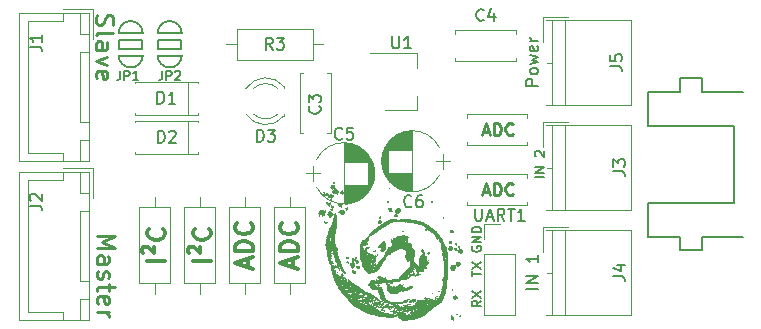
<source format=gbr>
G04 #@! TF.GenerationSoftware,KiCad,Pcbnew,5.0.0*
G04 #@! TF.CreationDate,2018-08-13T20:41:57+02:00*
G04 #@! TF.ProjectId,bobbycar,626F6262796361722E6B696361645F70,rev?*
G04 #@! TF.SameCoordinates,Original*
G04 #@! TF.FileFunction,Legend,Top*
G04 #@! TF.FilePolarity,Positive*
%FSLAX46Y46*%
G04 Gerber Fmt 4.6, Leading zero omitted, Abs format (unit mm)*
G04 Created by KiCad (PCBNEW 5.0.0) date Mon Aug 13 20:41:57 2018*
%MOMM*%
%LPD*%
G01*
G04 APERTURE LIST*
%ADD10C,0.250000*%
%ADD11C,0.300000*%
%ADD12C,0.200000*%
%ADD13C,0.120000*%
%ADD14C,0.203200*%
%ADD15C,0.150000*%
%ADD16C,0.010000*%
%ADD17C,0.152400*%
G04 APERTURE END LIST*
D10*
X140366904Y-101131666D02*
X140843095Y-101131666D01*
X140271666Y-101417380D02*
X140605000Y-100417380D01*
X140938333Y-101417380D01*
X141271666Y-101417380D02*
X141271666Y-100417380D01*
X141509761Y-100417380D01*
X141652619Y-100465000D01*
X141747857Y-100560238D01*
X141795476Y-100655476D01*
X141843095Y-100845952D01*
X141843095Y-100988809D01*
X141795476Y-101179285D01*
X141747857Y-101274523D01*
X141652619Y-101369761D01*
X141509761Y-101417380D01*
X141271666Y-101417380D01*
X142843095Y-101322142D02*
X142795476Y-101369761D01*
X142652619Y-101417380D01*
X142557380Y-101417380D01*
X142414523Y-101369761D01*
X142319285Y-101274523D01*
X142271666Y-101179285D01*
X142224047Y-100988809D01*
X142224047Y-100845952D01*
X142271666Y-100655476D01*
X142319285Y-100560238D01*
X142414523Y-100465000D01*
X142557380Y-100417380D01*
X142652619Y-100417380D01*
X142795476Y-100465000D01*
X142843095Y-100512619D01*
X140366904Y-96051666D02*
X140843095Y-96051666D01*
X140271666Y-96337380D02*
X140605000Y-95337380D01*
X140938333Y-96337380D01*
X141271666Y-96337380D02*
X141271666Y-95337380D01*
X141509761Y-95337380D01*
X141652619Y-95385000D01*
X141747857Y-95480238D01*
X141795476Y-95575476D01*
X141843095Y-95765952D01*
X141843095Y-95908809D01*
X141795476Y-96099285D01*
X141747857Y-96194523D01*
X141652619Y-96289761D01*
X141509761Y-96337380D01*
X141271666Y-96337380D01*
X142843095Y-96242142D02*
X142795476Y-96289761D01*
X142652619Y-96337380D01*
X142557380Y-96337380D01*
X142414523Y-96289761D01*
X142319285Y-96194523D01*
X142271666Y-96099285D01*
X142224047Y-95908809D01*
X142224047Y-95765952D01*
X142271666Y-95575476D01*
X142319285Y-95480238D01*
X142414523Y-95385000D01*
X142557380Y-95337380D01*
X142652619Y-95337380D01*
X142795476Y-95385000D01*
X142843095Y-95432619D01*
D11*
X124202000Y-107521142D02*
X124202000Y-106806857D01*
X124630571Y-107664000D02*
X123130571Y-107164000D01*
X124630571Y-106664000D01*
X124630571Y-106164000D02*
X123130571Y-106164000D01*
X123130571Y-105806857D01*
X123202000Y-105592571D01*
X123344857Y-105449714D01*
X123487714Y-105378285D01*
X123773428Y-105306857D01*
X123987714Y-105306857D01*
X124273428Y-105378285D01*
X124416285Y-105449714D01*
X124559142Y-105592571D01*
X124630571Y-105806857D01*
X124630571Y-106164000D01*
X124487714Y-103806857D02*
X124559142Y-103878285D01*
X124630571Y-104092571D01*
X124630571Y-104235428D01*
X124559142Y-104449714D01*
X124416285Y-104592571D01*
X124273428Y-104664000D01*
X123987714Y-104735428D01*
X123773428Y-104735428D01*
X123487714Y-104664000D01*
X123344857Y-104592571D01*
X123202000Y-104449714D01*
X123130571Y-104235428D01*
X123130571Y-104092571D01*
X123202000Y-103878285D01*
X123273428Y-103806857D01*
X120392000Y-107521142D02*
X120392000Y-106806857D01*
X120820571Y-107664000D02*
X119320571Y-107164000D01*
X120820571Y-106664000D01*
X120820571Y-106164000D02*
X119320571Y-106164000D01*
X119320571Y-105806857D01*
X119392000Y-105592571D01*
X119534857Y-105449714D01*
X119677714Y-105378285D01*
X119963428Y-105306857D01*
X120177714Y-105306857D01*
X120463428Y-105378285D01*
X120606285Y-105449714D01*
X120749142Y-105592571D01*
X120820571Y-105806857D01*
X120820571Y-106164000D01*
X120677714Y-103806857D02*
X120749142Y-103878285D01*
X120820571Y-104092571D01*
X120820571Y-104235428D01*
X120749142Y-104449714D01*
X120606285Y-104592571D01*
X120463428Y-104664000D01*
X120177714Y-104735428D01*
X119963428Y-104735428D01*
X119677714Y-104664000D01*
X119534857Y-104592571D01*
X119392000Y-104449714D01*
X119320571Y-104235428D01*
X119320571Y-104092571D01*
X119392000Y-103878285D01*
X119463428Y-103806857D01*
X117264571Y-106985428D02*
X115764571Y-106985428D01*
X115407428Y-106342571D02*
X115336000Y-106199714D01*
X115336000Y-105985428D01*
X115407428Y-105842571D01*
X115550285Y-105771142D01*
X115693142Y-105771142D01*
X115836000Y-105842571D01*
X116336000Y-106342571D01*
X116336000Y-105771142D01*
X117121714Y-104271142D02*
X117193142Y-104342571D01*
X117264571Y-104556857D01*
X117264571Y-104699714D01*
X117193142Y-104914000D01*
X117050285Y-105056857D01*
X116907428Y-105128285D01*
X116621714Y-105199714D01*
X116407428Y-105199714D01*
X116121714Y-105128285D01*
X115978857Y-105056857D01*
X115836000Y-104914000D01*
X115764571Y-104699714D01*
X115764571Y-104556857D01*
X115836000Y-104342571D01*
X115907428Y-104271142D01*
X113403771Y-106985428D02*
X111903771Y-106985428D01*
X111546628Y-106342571D02*
X111475200Y-106199714D01*
X111475200Y-105985428D01*
X111546628Y-105842571D01*
X111689485Y-105771142D01*
X111832342Y-105771142D01*
X111975200Y-105842571D01*
X112475200Y-106342571D01*
X112475200Y-105771142D01*
X113260914Y-104271142D02*
X113332342Y-104342571D01*
X113403771Y-104556857D01*
X113403771Y-104699714D01*
X113332342Y-104914000D01*
X113189485Y-105056857D01*
X113046628Y-105128285D01*
X112760914Y-105199714D01*
X112546628Y-105199714D01*
X112260914Y-105128285D01*
X112118057Y-105056857D01*
X111975200Y-104914000D01*
X111903771Y-104699714D01*
X111903771Y-104556857D01*
X111975200Y-104342571D01*
X112046628Y-104271142D01*
D12*
X140188904Y-110369333D02*
X139807952Y-110636000D01*
X140188904Y-110826476D02*
X139388904Y-110826476D01*
X139388904Y-110521714D01*
X139427000Y-110445523D01*
X139465095Y-110407428D01*
X139541285Y-110369333D01*
X139655571Y-110369333D01*
X139731761Y-110407428D01*
X139769857Y-110445523D01*
X139807952Y-110521714D01*
X139807952Y-110826476D01*
X139388904Y-110102666D02*
X140188904Y-109569333D01*
X139388904Y-109569333D02*
X140188904Y-110102666D01*
X139388904Y-108305523D02*
X139388904Y-107848380D01*
X140188904Y-108076952D02*
X139388904Y-108076952D01*
X139388904Y-107657904D02*
X140188904Y-107124571D01*
X139388904Y-107124571D02*
X140188904Y-107657904D01*
X139427000Y-105765523D02*
X139388904Y-105841714D01*
X139388904Y-105956000D01*
X139427000Y-106070285D01*
X139503190Y-106146476D01*
X139579380Y-106184571D01*
X139731761Y-106222666D01*
X139846047Y-106222666D01*
X139998428Y-106184571D01*
X140074619Y-106146476D01*
X140150809Y-106070285D01*
X140188904Y-105956000D01*
X140188904Y-105879809D01*
X140150809Y-105765523D01*
X140112714Y-105727428D01*
X139846047Y-105727428D01*
X139846047Y-105879809D01*
X140188904Y-105384571D02*
X139388904Y-105384571D01*
X140188904Y-104927428D01*
X139388904Y-104927428D01*
X140188904Y-104546476D02*
X139388904Y-104546476D01*
X139388904Y-104356000D01*
X139427000Y-104241714D01*
X139503190Y-104165523D01*
X139579380Y-104127428D01*
X139731761Y-104089333D01*
X139846047Y-104089333D01*
X139998428Y-104127428D01*
X140074619Y-104165523D01*
X140150809Y-104241714D01*
X140188904Y-104356000D01*
X140188904Y-104546476D01*
X145522904Y-99910761D02*
X144722904Y-99910761D01*
X145522904Y-99529809D02*
X144722904Y-99529809D01*
X145522904Y-99072666D01*
X144722904Y-99072666D01*
X144799095Y-98120285D02*
X144761000Y-98082190D01*
X144722904Y-98006000D01*
X144722904Y-97815523D01*
X144761000Y-97739333D01*
X144799095Y-97701238D01*
X144875285Y-97663142D01*
X144951476Y-97663142D01*
X145065761Y-97701238D01*
X145522904Y-98158380D01*
X145522904Y-97663142D01*
X144978380Y-109330952D02*
X143978380Y-109330952D01*
X144978380Y-108854761D02*
X143978380Y-108854761D01*
X144978380Y-108283333D01*
X143978380Y-108283333D01*
X144978380Y-106521428D02*
X144978380Y-107092857D01*
X144978380Y-106807142D02*
X143978380Y-106807142D01*
X144121238Y-106902380D01*
X144216476Y-106997619D01*
X144264095Y-107092857D01*
X144978380Y-92146190D02*
X143978380Y-92146190D01*
X143978380Y-91765238D01*
X144026000Y-91670000D01*
X144073619Y-91622380D01*
X144168857Y-91574761D01*
X144311714Y-91574761D01*
X144406952Y-91622380D01*
X144454571Y-91670000D01*
X144502190Y-91765238D01*
X144502190Y-92146190D01*
X144978380Y-91003333D02*
X144930761Y-91098571D01*
X144883142Y-91146190D01*
X144787904Y-91193809D01*
X144502190Y-91193809D01*
X144406952Y-91146190D01*
X144359333Y-91098571D01*
X144311714Y-91003333D01*
X144311714Y-90860476D01*
X144359333Y-90765238D01*
X144406952Y-90717619D01*
X144502190Y-90670000D01*
X144787904Y-90670000D01*
X144883142Y-90717619D01*
X144930761Y-90765238D01*
X144978380Y-90860476D01*
X144978380Y-91003333D01*
X144311714Y-90336666D02*
X144978380Y-90146190D01*
X144502190Y-89955714D01*
X144978380Y-89765238D01*
X144311714Y-89574761D01*
X144930761Y-88812857D02*
X144978380Y-88908095D01*
X144978380Y-89098571D01*
X144930761Y-89193809D01*
X144835523Y-89241428D01*
X144454571Y-89241428D01*
X144359333Y-89193809D01*
X144311714Y-89098571D01*
X144311714Y-88908095D01*
X144359333Y-88812857D01*
X144454571Y-88765238D01*
X144549809Y-88765238D01*
X144645047Y-89241428D01*
X144978380Y-88336666D02*
X144311714Y-88336666D01*
X144502190Y-88336666D02*
X144406952Y-88289047D01*
X144359333Y-88241428D01*
X144311714Y-88146190D01*
X144311714Y-88050952D01*
D10*
X107596857Y-86185714D02*
X107525428Y-86400000D01*
X107525428Y-86757142D01*
X107596857Y-86900000D01*
X107668285Y-86971428D01*
X107811142Y-87042857D01*
X107954000Y-87042857D01*
X108096857Y-86971428D01*
X108168285Y-86900000D01*
X108239714Y-86757142D01*
X108311142Y-86471428D01*
X108382571Y-86328571D01*
X108454000Y-86257142D01*
X108596857Y-86185714D01*
X108739714Y-86185714D01*
X108882571Y-86257142D01*
X108954000Y-86328571D01*
X109025428Y-86471428D01*
X109025428Y-86828571D01*
X108954000Y-87042857D01*
X107525428Y-87900000D02*
X107596857Y-87757142D01*
X107739714Y-87685714D01*
X109025428Y-87685714D01*
X107525428Y-89114285D02*
X108311142Y-89114285D01*
X108454000Y-89042857D01*
X108525428Y-88900000D01*
X108525428Y-88614285D01*
X108454000Y-88471428D01*
X107596857Y-89114285D02*
X107525428Y-88971428D01*
X107525428Y-88614285D01*
X107596857Y-88471428D01*
X107739714Y-88400000D01*
X107882571Y-88400000D01*
X108025428Y-88471428D01*
X108096857Y-88614285D01*
X108096857Y-88971428D01*
X108168285Y-89114285D01*
X108525428Y-89685714D02*
X107525428Y-90042857D01*
X108525428Y-90400000D01*
X107596857Y-91542857D02*
X107525428Y-91400000D01*
X107525428Y-91114285D01*
X107596857Y-90971428D01*
X107739714Y-90900000D01*
X108311142Y-90900000D01*
X108454000Y-90971428D01*
X108525428Y-91114285D01*
X108525428Y-91400000D01*
X108454000Y-91542857D01*
X108311142Y-91614285D01*
X108168285Y-91614285D01*
X108025428Y-90900000D01*
X107652428Y-104882571D02*
X109152428Y-104882571D01*
X108081000Y-105382571D01*
X109152428Y-105882571D01*
X107652428Y-105882571D01*
X107652428Y-107239714D02*
X108438142Y-107239714D01*
X108581000Y-107168285D01*
X108652428Y-107025428D01*
X108652428Y-106739714D01*
X108581000Y-106596857D01*
X107723857Y-107239714D02*
X107652428Y-107096857D01*
X107652428Y-106739714D01*
X107723857Y-106596857D01*
X107866714Y-106525428D01*
X108009571Y-106525428D01*
X108152428Y-106596857D01*
X108223857Y-106739714D01*
X108223857Y-107096857D01*
X108295285Y-107239714D01*
X107723857Y-107882571D02*
X107652428Y-108025428D01*
X107652428Y-108311142D01*
X107723857Y-108454000D01*
X107866714Y-108525428D01*
X107938142Y-108525428D01*
X108081000Y-108454000D01*
X108152428Y-108311142D01*
X108152428Y-108096857D01*
X108223857Y-107954000D01*
X108366714Y-107882571D01*
X108438142Y-107882571D01*
X108581000Y-107954000D01*
X108652428Y-108096857D01*
X108652428Y-108311142D01*
X108581000Y-108454000D01*
X108652428Y-108954000D02*
X108652428Y-109525428D01*
X109152428Y-109168285D02*
X107866714Y-109168285D01*
X107723857Y-109239714D01*
X107652428Y-109382571D01*
X107652428Y-109525428D01*
X107723857Y-110596857D02*
X107652428Y-110454000D01*
X107652428Y-110168285D01*
X107723857Y-110025428D01*
X107866714Y-109954000D01*
X108438142Y-109954000D01*
X108581000Y-110025428D01*
X108652428Y-110168285D01*
X108652428Y-110454000D01*
X108581000Y-110596857D01*
X108438142Y-110668285D01*
X108295285Y-110668285D01*
X108152428Y-109954000D01*
X107652428Y-111311142D02*
X108652428Y-111311142D01*
X108366714Y-111311142D02*
X108509571Y-111382571D01*
X108581000Y-111454000D01*
X108652428Y-111596857D01*
X108652428Y-111739714D01*
D13*
G04 #@! TO.C,C2*
X138958000Y-99969000D02*
X138958000Y-99655000D01*
X138958000Y-102275000D02*
X138958000Y-101961000D01*
X144078000Y-99969000D02*
X144078000Y-99655000D01*
X144078000Y-102275000D02*
X144078000Y-101961000D01*
X144078000Y-99655000D02*
X138958000Y-99655000D01*
X144078000Y-102275000D02*
X138958000Y-102275000D01*
G04 #@! TO.C,C3*
X124801000Y-96199000D02*
X124801000Y-91079000D01*
X127421000Y-96199000D02*
X127421000Y-91079000D01*
X124801000Y-96199000D02*
X125115000Y-96199000D01*
X127107000Y-96199000D02*
X127421000Y-96199000D01*
X124801000Y-91079000D02*
X125115000Y-91079000D01*
X127107000Y-91079000D02*
X127421000Y-91079000D01*
G04 #@! TO.C,C4*
X143109000Y-89769000D02*
X143109000Y-90083000D01*
X143109000Y-87463000D02*
X143109000Y-87777000D01*
X137989000Y-89769000D02*
X137989000Y-90083000D01*
X137989000Y-87463000D02*
X137989000Y-87777000D01*
X137989000Y-90083000D02*
X143109000Y-90083000D01*
X137989000Y-87463000D02*
X143109000Y-87463000D01*
G04 #@! TO.C,C1*
X138941500Y-94575000D02*
X144061500Y-94575000D01*
X138941500Y-97195000D02*
X144061500Y-97195000D01*
X138941500Y-94575000D02*
X138941500Y-94889000D01*
X138941500Y-96881000D02*
X138941500Y-97195000D01*
X144061500Y-94575000D02*
X144061500Y-94889000D01*
X144061500Y-96881000D02*
X144061500Y-97195000D01*
G04 #@! TO.C,R2*
X123952000Y-101564000D02*
X123952000Y-102454000D01*
X123952000Y-109764000D02*
X123952000Y-108874000D01*
X122642000Y-102454000D02*
X122642000Y-108874000D01*
X125262000Y-102454000D02*
X122642000Y-102454000D01*
X125262000Y-108874000D02*
X125262000Y-102454000D01*
X122642000Y-108874000D02*
X125262000Y-108874000D01*
G04 #@! TO.C,D1*
X115358000Y-94628000D02*
X115358000Y-91808000D01*
X110878000Y-91808000D02*
X110878000Y-91938000D01*
X116198000Y-91808000D02*
X110878000Y-91808000D01*
X116198000Y-91938000D02*
X116198000Y-91808000D01*
X110878000Y-94628000D02*
X110878000Y-94498000D01*
X116198000Y-94628000D02*
X110878000Y-94628000D01*
X116198000Y-94498000D02*
X116198000Y-94628000D01*
G04 #@! TO.C,D2*
X116198000Y-97800000D02*
X116198000Y-97930000D01*
X116198000Y-97930000D02*
X110878000Y-97930000D01*
X110878000Y-97930000D02*
X110878000Y-97800000D01*
X116198000Y-95240000D02*
X116198000Y-95110000D01*
X116198000Y-95110000D02*
X110878000Y-95110000D01*
X110878000Y-95110000D02*
X110878000Y-95240000D01*
X115358000Y-97930000D02*
X115358000Y-95110000D01*
G04 #@! TO.C,U1*
X134738000Y-93021000D02*
X134738000Y-94221000D01*
X134738000Y-94221000D02*
X132038000Y-94221000D01*
X130738000Y-89421000D02*
X134738000Y-89421000D01*
X134738000Y-89421000D02*
X134738000Y-90621000D01*
G04 #@! TO.C,UART1*
X140402000Y-111566000D02*
X143062000Y-111566000D01*
X140402000Y-106426000D02*
X140402000Y-111566000D01*
X143062000Y-106426000D02*
X143062000Y-111566000D01*
X140402000Y-106426000D02*
X143062000Y-106426000D01*
X140402000Y-105156000D02*
X140402000Y-103826000D01*
X140402000Y-103826000D02*
X141732000Y-103826000D01*
G04 #@! TO.C,R1*
X121452000Y-102454000D02*
X118832000Y-102454000D01*
X118832000Y-102454000D02*
X118832000Y-108874000D01*
X118832000Y-108874000D02*
X121452000Y-108874000D01*
X121452000Y-108874000D02*
X121452000Y-102454000D01*
X120142000Y-101564000D02*
X120142000Y-102454000D01*
X120142000Y-109764000D02*
X120142000Y-108874000D01*
G04 #@! TO.C,R3*
X119472000Y-87336000D02*
X119472000Y-89956000D01*
X119472000Y-89956000D02*
X125892000Y-89956000D01*
X125892000Y-89956000D02*
X125892000Y-87336000D01*
X125892000Y-87336000D02*
X119472000Y-87336000D01*
X118582000Y-88646000D02*
X119472000Y-88646000D01*
X126782000Y-88646000D02*
X125892000Y-88646000D01*
G04 #@! TO.C,R4*
X112522000Y-109764000D02*
X112522000Y-108874000D01*
X112522000Y-101564000D02*
X112522000Y-102454000D01*
X113832000Y-108874000D02*
X113832000Y-102454000D01*
X111212000Y-108874000D02*
X113832000Y-108874000D01*
X111212000Y-102454000D02*
X111212000Y-108874000D01*
X113832000Y-102454000D02*
X111212000Y-102454000D01*
G04 #@! TO.C,R5*
X117642000Y-102454000D02*
X115022000Y-102454000D01*
X115022000Y-102454000D02*
X115022000Y-108874000D01*
X115022000Y-108874000D02*
X117642000Y-108874000D01*
X117642000Y-108874000D02*
X117642000Y-102454000D01*
X116332000Y-101564000D02*
X116332000Y-102454000D01*
X116332000Y-109764000D02*
X116332000Y-108874000D01*
G04 #@! TO.C,C5*
X125940000Y-98918000D02*
X125940000Y-100218000D01*
X125340000Y-99568000D02*
X126540000Y-99568000D01*
X131101000Y-99214000D02*
X131101000Y-99922000D01*
X131061000Y-99009000D02*
X131061000Y-100127000D01*
X131021000Y-98861000D02*
X131021000Y-100275000D01*
X130981000Y-98739000D02*
X130981000Y-100397000D01*
X130941000Y-98634000D02*
X130941000Y-100502000D01*
X130901000Y-98540000D02*
X130901000Y-100596000D01*
X130861000Y-98456000D02*
X130861000Y-100680000D01*
X130821000Y-98379000D02*
X130821000Y-100757000D01*
X130781000Y-98307000D02*
X130781000Y-100829000D01*
X130741000Y-98241000D02*
X130741000Y-100895000D01*
X130701000Y-98178000D02*
X130701000Y-100958000D01*
X130661000Y-98120000D02*
X130661000Y-101016000D01*
X130621000Y-98064000D02*
X130621000Y-101072000D01*
X130581000Y-98012000D02*
X130581000Y-101124000D01*
X130541000Y-97962000D02*
X130541000Y-101174000D01*
X130501000Y-100548000D02*
X130501000Y-101222000D01*
X130501000Y-97914000D02*
X130501000Y-98588000D01*
X130461000Y-100548000D02*
X130461000Y-101267000D01*
X130461000Y-97869000D02*
X130461000Y-98588000D01*
X130421000Y-100548000D02*
X130421000Y-101310000D01*
X130421000Y-97826000D02*
X130421000Y-98588000D01*
X130381000Y-100548000D02*
X130381000Y-101351000D01*
X130381000Y-97785000D02*
X130381000Y-98588000D01*
X130341000Y-100548000D02*
X130341000Y-101391000D01*
X130341000Y-97745000D02*
X130341000Y-98588000D01*
X130301000Y-100548000D02*
X130301000Y-101429000D01*
X130301000Y-97707000D02*
X130301000Y-98588000D01*
X130261000Y-100548000D02*
X130261000Y-101465000D01*
X130261000Y-97671000D02*
X130261000Y-98588000D01*
X130221000Y-100548000D02*
X130221000Y-101500000D01*
X130221000Y-97636000D02*
X130221000Y-98588000D01*
X130181000Y-100548000D02*
X130181000Y-101533000D01*
X130181000Y-97603000D02*
X130181000Y-98588000D01*
X130141000Y-100548000D02*
X130141000Y-101565000D01*
X130141000Y-97571000D02*
X130141000Y-98588000D01*
X130101000Y-100548000D02*
X130101000Y-101596000D01*
X130101000Y-97540000D02*
X130101000Y-98588000D01*
X130061000Y-100548000D02*
X130061000Y-101626000D01*
X130061000Y-97510000D02*
X130061000Y-98588000D01*
X130021000Y-100548000D02*
X130021000Y-101654000D01*
X130021000Y-97482000D02*
X130021000Y-98588000D01*
X129981000Y-100548000D02*
X129981000Y-101681000D01*
X129981000Y-97455000D02*
X129981000Y-98588000D01*
X129941000Y-100548000D02*
X129941000Y-101708000D01*
X129941000Y-97428000D02*
X129941000Y-98588000D01*
X129901000Y-100548000D02*
X129901000Y-101733000D01*
X129901000Y-97403000D02*
X129901000Y-98588000D01*
X129861000Y-100548000D02*
X129861000Y-101757000D01*
X129861000Y-97379000D02*
X129861000Y-98588000D01*
X129821000Y-100548000D02*
X129821000Y-101780000D01*
X129821000Y-97356000D02*
X129821000Y-98588000D01*
X129781000Y-100548000D02*
X129781000Y-101802000D01*
X129781000Y-97334000D02*
X129781000Y-98588000D01*
X129741000Y-100548000D02*
X129741000Y-101824000D01*
X129741000Y-97312000D02*
X129741000Y-98588000D01*
X129701000Y-100548000D02*
X129701000Y-101844000D01*
X129701000Y-97292000D02*
X129701000Y-98588000D01*
X129661000Y-100548000D02*
X129661000Y-101864000D01*
X129661000Y-97272000D02*
X129661000Y-98588000D01*
X129621000Y-100548000D02*
X129621000Y-101883000D01*
X129621000Y-97253000D02*
X129621000Y-98588000D01*
X129581000Y-100548000D02*
X129581000Y-101901000D01*
X129581000Y-97235000D02*
X129581000Y-98588000D01*
X129541000Y-100548000D02*
X129541000Y-101918000D01*
X129541000Y-97218000D02*
X129541000Y-98588000D01*
X129501000Y-100548000D02*
X129501000Y-101934000D01*
X129501000Y-97202000D02*
X129501000Y-98588000D01*
X129461000Y-100548000D02*
X129461000Y-101950000D01*
X129461000Y-97186000D02*
X129461000Y-98588000D01*
X129421000Y-100548000D02*
X129421000Y-101964000D01*
X129421000Y-97172000D02*
X129421000Y-98588000D01*
X129381000Y-100548000D02*
X129381000Y-101978000D01*
X129381000Y-97158000D02*
X129381000Y-98588000D01*
X129341000Y-100548000D02*
X129341000Y-101992000D01*
X129341000Y-97144000D02*
X129341000Y-98588000D01*
X129301000Y-100548000D02*
X129301000Y-102004000D01*
X129301000Y-97132000D02*
X129301000Y-98588000D01*
X129261000Y-100548000D02*
X129261000Y-102016000D01*
X129261000Y-97120000D02*
X129261000Y-98588000D01*
X129220000Y-100548000D02*
X129220000Y-102028000D01*
X129220000Y-97108000D02*
X129220000Y-98588000D01*
X129180000Y-100548000D02*
X129180000Y-102038000D01*
X129180000Y-97098000D02*
X129180000Y-98588000D01*
X129140000Y-100548000D02*
X129140000Y-102048000D01*
X129140000Y-97088000D02*
X129140000Y-98588000D01*
X129100000Y-100548000D02*
X129100000Y-102057000D01*
X129100000Y-97079000D02*
X129100000Y-98588000D01*
X129060000Y-100548000D02*
X129060000Y-102066000D01*
X129060000Y-97070000D02*
X129060000Y-98588000D01*
X129020000Y-100548000D02*
X129020000Y-102074000D01*
X129020000Y-97062000D02*
X129020000Y-98588000D01*
X128980000Y-100548000D02*
X128980000Y-102081000D01*
X128980000Y-97055000D02*
X128980000Y-98588000D01*
X128940000Y-100548000D02*
X128940000Y-102087000D01*
X128940000Y-97049000D02*
X128940000Y-98588000D01*
X128900000Y-100548000D02*
X128900000Y-102093000D01*
X128900000Y-97043000D02*
X128900000Y-98588000D01*
X128860000Y-100548000D02*
X128860000Y-102099000D01*
X128860000Y-97037000D02*
X128860000Y-98588000D01*
X128820000Y-100548000D02*
X128820000Y-102103000D01*
X128820000Y-97033000D02*
X128820000Y-98588000D01*
X128780000Y-100548000D02*
X128780000Y-102107000D01*
X128780000Y-97029000D02*
X128780000Y-98588000D01*
X128740000Y-100548000D02*
X128740000Y-102111000D01*
X128740000Y-97025000D02*
X128740000Y-98588000D01*
X128700000Y-100548000D02*
X128700000Y-102114000D01*
X128700000Y-97022000D02*
X128700000Y-98588000D01*
X128660000Y-100548000D02*
X128660000Y-102116000D01*
X128660000Y-97020000D02*
X128660000Y-98588000D01*
X128620000Y-100548000D02*
X128620000Y-102117000D01*
X128620000Y-97019000D02*
X128620000Y-98588000D01*
X128580000Y-100548000D02*
X128580000Y-102118000D01*
X128580000Y-97018000D02*
X128580000Y-98588000D01*
X128540000Y-97018000D02*
X128540000Y-102118000D01*
X130845722Y-100747723D02*
G75*
G03X130845580Y-98388000I-2305722J1179723D01*
G01*
X130845722Y-100747723D02*
G75*
G02X126234420Y-100748000I-2305722J1179723D01*
G01*
X130845722Y-98388277D02*
G75*
G03X126234420Y-98388000I-2305722J-1179723D01*
G01*
G04 #@! TO.C,C6*
X132012778Y-99731723D02*
G75*
G03X136624080Y-99732000I2305722J1179723D01*
G01*
X132012778Y-97372277D02*
G75*
G02X136624080Y-97372000I2305722J-1179723D01*
G01*
X132012778Y-97372277D02*
G75*
G03X132012920Y-99732000I2305722J-1179723D01*
G01*
X134318500Y-101102000D02*
X134318500Y-96002000D01*
X134278500Y-101102000D02*
X134278500Y-99532000D01*
X134278500Y-97572000D02*
X134278500Y-96002000D01*
X134238500Y-101101000D02*
X134238500Y-99532000D01*
X134238500Y-97572000D02*
X134238500Y-96003000D01*
X134198500Y-101100000D02*
X134198500Y-99532000D01*
X134198500Y-97572000D02*
X134198500Y-96004000D01*
X134158500Y-101098000D02*
X134158500Y-99532000D01*
X134158500Y-97572000D02*
X134158500Y-96006000D01*
X134118500Y-101095000D02*
X134118500Y-99532000D01*
X134118500Y-97572000D02*
X134118500Y-96009000D01*
X134078500Y-101091000D02*
X134078500Y-99532000D01*
X134078500Y-97572000D02*
X134078500Y-96013000D01*
X134038500Y-101087000D02*
X134038500Y-99532000D01*
X134038500Y-97572000D02*
X134038500Y-96017000D01*
X133998500Y-101083000D02*
X133998500Y-99532000D01*
X133998500Y-97572000D02*
X133998500Y-96021000D01*
X133958500Y-101077000D02*
X133958500Y-99532000D01*
X133958500Y-97572000D02*
X133958500Y-96027000D01*
X133918500Y-101071000D02*
X133918500Y-99532000D01*
X133918500Y-97572000D02*
X133918500Y-96033000D01*
X133878500Y-101065000D02*
X133878500Y-99532000D01*
X133878500Y-97572000D02*
X133878500Y-96039000D01*
X133838500Y-101058000D02*
X133838500Y-99532000D01*
X133838500Y-97572000D02*
X133838500Y-96046000D01*
X133798500Y-101050000D02*
X133798500Y-99532000D01*
X133798500Y-97572000D02*
X133798500Y-96054000D01*
X133758500Y-101041000D02*
X133758500Y-99532000D01*
X133758500Y-97572000D02*
X133758500Y-96063000D01*
X133718500Y-101032000D02*
X133718500Y-99532000D01*
X133718500Y-97572000D02*
X133718500Y-96072000D01*
X133678500Y-101022000D02*
X133678500Y-99532000D01*
X133678500Y-97572000D02*
X133678500Y-96082000D01*
X133638500Y-101012000D02*
X133638500Y-99532000D01*
X133638500Y-97572000D02*
X133638500Y-96092000D01*
X133597500Y-101000000D02*
X133597500Y-99532000D01*
X133597500Y-97572000D02*
X133597500Y-96104000D01*
X133557500Y-100988000D02*
X133557500Y-99532000D01*
X133557500Y-97572000D02*
X133557500Y-96116000D01*
X133517500Y-100976000D02*
X133517500Y-99532000D01*
X133517500Y-97572000D02*
X133517500Y-96128000D01*
X133477500Y-100962000D02*
X133477500Y-99532000D01*
X133477500Y-97572000D02*
X133477500Y-96142000D01*
X133437500Y-100948000D02*
X133437500Y-99532000D01*
X133437500Y-97572000D02*
X133437500Y-96156000D01*
X133397500Y-100934000D02*
X133397500Y-99532000D01*
X133397500Y-97572000D02*
X133397500Y-96170000D01*
X133357500Y-100918000D02*
X133357500Y-99532000D01*
X133357500Y-97572000D02*
X133357500Y-96186000D01*
X133317500Y-100902000D02*
X133317500Y-99532000D01*
X133317500Y-97572000D02*
X133317500Y-96202000D01*
X133277500Y-100885000D02*
X133277500Y-99532000D01*
X133277500Y-97572000D02*
X133277500Y-96219000D01*
X133237500Y-100867000D02*
X133237500Y-99532000D01*
X133237500Y-97572000D02*
X133237500Y-96237000D01*
X133197500Y-100848000D02*
X133197500Y-99532000D01*
X133197500Y-97572000D02*
X133197500Y-96256000D01*
X133157500Y-100828000D02*
X133157500Y-99532000D01*
X133157500Y-97572000D02*
X133157500Y-96276000D01*
X133117500Y-100808000D02*
X133117500Y-99532000D01*
X133117500Y-97572000D02*
X133117500Y-96296000D01*
X133077500Y-100786000D02*
X133077500Y-99532000D01*
X133077500Y-97572000D02*
X133077500Y-96318000D01*
X133037500Y-100764000D02*
X133037500Y-99532000D01*
X133037500Y-97572000D02*
X133037500Y-96340000D01*
X132997500Y-100741000D02*
X132997500Y-99532000D01*
X132997500Y-97572000D02*
X132997500Y-96363000D01*
X132957500Y-100717000D02*
X132957500Y-99532000D01*
X132957500Y-97572000D02*
X132957500Y-96387000D01*
X132917500Y-100692000D02*
X132917500Y-99532000D01*
X132917500Y-97572000D02*
X132917500Y-96412000D01*
X132877500Y-100665000D02*
X132877500Y-99532000D01*
X132877500Y-97572000D02*
X132877500Y-96439000D01*
X132837500Y-100638000D02*
X132837500Y-99532000D01*
X132837500Y-97572000D02*
X132837500Y-96466000D01*
X132797500Y-100610000D02*
X132797500Y-99532000D01*
X132797500Y-97572000D02*
X132797500Y-96494000D01*
X132757500Y-100580000D02*
X132757500Y-99532000D01*
X132757500Y-97572000D02*
X132757500Y-96524000D01*
X132717500Y-100549000D02*
X132717500Y-99532000D01*
X132717500Y-97572000D02*
X132717500Y-96555000D01*
X132677500Y-100517000D02*
X132677500Y-99532000D01*
X132677500Y-97572000D02*
X132677500Y-96587000D01*
X132637500Y-100484000D02*
X132637500Y-99532000D01*
X132637500Y-97572000D02*
X132637500Y-96620000D01*
X132597500Y-100449000D02*
X132597500Y-99532000D01*
X132597500Y-97572000D02*
X132597500Y-96655000D01*
X132557500Y-100413000D02*
X132557500Y-99532000D01*
X132557500Y-97572000D02*
X132557500Y-96691000D01*
X132517500Y-100375000D02*
X132517500Y-99532000D01*
X132517500Y-97572000D02*
X132517500Y-96729000D01*
X132477500Y-100335000D02*
X132477500Y-99532000D01*
X132477500Y-97572000D02*
X132477500Y-96769000D01*
X132437500Y-100294000D02*
X132437500Y-99532000D01*
X132437500Y-97572000D02*
X132437500Y-96810000D01*
X132397500Y-100251000D02*
X132397500Y-99532000D01*
X132397500Y-97572000D02*
X132397500Y-96853000D01*
X132357500Y-100206000D02*
X132357500Y-99532000D01*
X132357500Y-97572000D02*
X132357500Y-96898000D01*
X132317500Y-100158000D02*
X132317500Y-96946000D01*
X132277500Y-100108000D02*
X132277500Y-96996000D01*
X132237500Y-100056000D02*
X132237500Y-97048000D01*
X132197500Y-100000000D02*
X132197500Y-97104000D01*
X132157500Y-99942000D02*
X132157500Y-97162000D01*
X132117500Y-99879000D02*
X132117500Y-97225000D01*
X132077500Y-99813000D02*
X132077500Y-97291000D01*
X132037500Y-99741000D02*
X132037500Y-97363000D01*
X131997500Y-99664000D02*
X131997500Y-97440000D01*
X131957500Y-99580000D02*
X131957500Y-97524000D01*
X131917500Y-99486000D02*
X131917500Y-97618000D01*
X131877500Y-99381000D02*
X131877500Y-97723000D01*
X131837500Y-99259000D02*
X131837500Y-97845000D01*
X131797500Y-99111000D02*
X131797500Y-97993000D01*
X131757500Y-98906000D02*
X131757500Y-98198000D01*
X137518500Y-98552000D02*
X136318500Y-98552000D01*
X136918500Y-99202000D02*
X136918500Y-97902000D01*
G04 #@! TO.C,J1*
X107271000Y-85669000D02*
X104771000Y-85669000D01*
X107271000Y-88169000D02*
X107271000Y-85669000D01*
X101771000Y-97819000D02*
X101771000Y-92269000D01*
X104721000Y-97819000D02*
X101771000Y-97819000D01*
X104721000Y-98569000D02*
X104721000Y-97819000D01*
X101771000Y-86719000D02*
X101771000Y-92269000D01*
X104721000Y-86719000D02*
X101771000Y-86719000D01*
X104721000Y-85969000D02*
X104721000Y-86719000D01*
X106971000Y-98569000D02*
X106971000Y-96769000D01*
X106221000Y-98569000D02*
X106971000Y-98569000D01*
X106221000Y-96769000D02*
X106221000Y-98569000D01*
X106971000Y-96769000D02*
X106221000Y-96769000D01*
X106971000Y-87769000D02*
X106971000Y-85969000D01*
X106221000Y-87769000D02*
X106971000Y-87769000D01*
X106221000Y-85969000D02*
X106221000Y-87769000D01*
X106971000Y-85969000D02*
X106221000Y-85969000D01*
X106971000Y-95269000D02*
X106971000Y-89269000D01*
X106221000Y-95269000D02*
X106971000Y-95269000D01*
X106221000Y-89269000D02*
X106221000Y-95269000D01*
X106971000Y-89269000D02*
X106221000Y-89269000D01*
X106971000Y-98569000D02*
X106971000Y-85969000D01*
X101021000Y-98569000D02*
X106971000Y-98569000D01*
X101021000Y-85969000D02*
X101021000Y-98569000D01*
X106971000Y-85969000D02*
X101021000Y-85969000D01*
G04 #@! TO.C,J2*
X106971000Y-99431000D02*
X101021000Y-99431000D01*
X101021000Y-99431000D02*
X101021000Y-112031000D01*
X101021000Y-112031000D02*
X106971000Y-112031000D01*
X106971000Y-112031000D02*
X106971000Y-99431000D01*
X106971000Y-102731000D02*
X106221000Y-102731000D01*
X106221000Y-102731000D02*
X106221000Y-108731000D01*
X106221000Y-108731000D02*
X106971000Y-108731000D01*
X106971000Y-108731000D02*
X106971000Y-102731000D01*
X106971000Y-99431000D02*
X106221000Y-99431000D01*
X106221000Y-99431000D02*
X106221000Y-101231000D01*
X106221000Y-101231000D02*
X106971000Y-101231000D01*
X106971000Y-101231000D02*
X106971000Y-99431000D01*
X106971000Y-110231000D02*
X106221000Y-110231000D01*
X106221000Y-110231000D02*
X106221000Y-112031000D01*
X106221000Y-112031000D02*
X106971000Y-112031000D01*
X106971000Y-112031000D02*
X106971000Y-110231000D01*
X104721000Y-99431000D02*
X104721000Y-100181000D01*
X104721000Y-100181000D02*
X101771000Y-100181000D01*
X101771000Y-100181000D02*
X101771000Y-105731000D01*
X104721000Y-112031000D02*
X104721000Y-111281000D01*
X104721000Y-111281000D02*
X101771000Y-111281000D01*
X101771000Y-111281000D02*
X101771000Y-105731000D01*
X107271000Y-101631000D02*
X107271000Y-99131000D01*
X107271000Y-99131000D02*
X104771000Y-99131000D01*
G04 #@! TO.C,J4*
X147252000Y-104378000D02*
X147252000Y-111578000D01*
X146152000Y-104378000D02*
X146152000Y-111578000D01*
X145652000Y-104378000D02*
X152852000Y-104378000D01*
X152852000Y-104378000D02*
X152852000Y-111578000D01*
X152852000Y-111578000D02*
X145652000Y-111578000D01*
X146152000Y-107978000D02*
X145752000Y-107978000D01*
X147502000Y-104138000D02*
X145412000Y-104138000D01*
X145412000Y-104138000D02*
X145412000Y-106228000D01*
G04 #@! TO.C,J5*
X145412000Y-86358000D02*
X145412000Y-88448000D01*
X147502000Y-86358000D02*
X145412000Y-86358000D01*
X146152000Y-90198000D02*
X145752000Y-90198000D01*
X152852000Y-93798000D02*
X145652000Y-93798000D01*
X152852000Y-86598000D02*
X152852000Y-93798000D01*
X145652000Y-86598000D02*
X152852000Y-86598000D01*
X146152000Y-86598000D02*
X146152000Y-93798000D01*
X147252000Y-86598000D02*
X147252000Y-93798000D01*
G04 #@! TO.C,J3*
X147252000Y-95488000D02*
X147252000Y-102688000D01*
X146152000Y-95488000D02*
X146152000Y-102688000D01*
X145652000Y-95488000D02*
X152852000Y-95488000D01*
X152852000Y-95488000D02*
X152852000Y-102688000D01*
X152852000Y-102688000D02*
X145652000Y-102688000D01*
X146152000Y-99088000D02*
X145752000Y-99088000D01*
X147502000Y-95248000D02*
X145412000Y-95248000D01*
X145412000Y-95248000D02*
X145412000Y-97338000D01*
G04 #@! TO.C,D3*
X120247665Y-94550608D02*
G75*
G03X123480000Y-94707516I1672335J1078608D01*
G01*
X120247665Y-92393392D02*
G75*
G02X123480000Y-92236484I1672335J-1078608D01*
G01*
X120878870Y-94551837D02*
G75*
G03X122960961Y-94552000I1041130J1079837D01*
G01*
X120878870Y-92392163D02*
G75*
G02X122960961Y-92392000I1041130J-1079837D01*
G01*
X123480000Y-94708000D02*
X123480000Y-94552000D01*
X123480000Y-92392000D02*
X123480000Y-92236000D01*
D14*
G04 #@! TO.C,JP1*
X110490000Y-90616000D02*
G75*
G03X111506000Y-89600000I0J1016000D01*
G01*
X109474000Y-89600000D02*
G75*
G03X110490000Y-90616000I1016000J0D01*
G01*
X110490000Y-86676000D02*
G75*
G03X109474000Y-87692000I0J-1016000D01*
G01*
X111506000Y-87692000D02*
G75*
G03X110490000Y-86676000I-1016000J0D01*
G01*
X109474000Y-89600000D02*
X111506000Y-89600000D01*
X111506000Y-87692000D02*
X109474000Y-87692000D01*
X109490000Y-88246000D02*
X109490000Y-89046000D01*
X111490000Y-88246000D02*
X109490000Y-88246000D01*
X111490000Y-89046000D02*
X111490000Y-88246000D01*
X109490000Y-89046000D02*
X111490000Y-89046000D01*
G04 #@! TO.C,JP2*
X112792000Y-89046000D02*
X114792000Y-89046000D01*
X114792000Y-89046000D02*
X114792000Y-88246000D01*
X114792000Y-88246000D02*
X112792000Y-88246000D01*
X112792000Y-88246000D02*
X112792000Y-89046000D01*
X114808000Y-87692000D02*
X112776000Y-87692000D01*
X112776000Y-89600000D02*
X114808000Y-89600000D01*
X114808000Y-87692000D02*
G75*
G03X113792000Y-86676000I-1016000J0D01*
G01*
X113792000Y-86676000D02*
G75*
G03X112776000Y-87692000I0J-1016000D01*
G01*
X112776000Y-89600000D02*
G75*
G03X113792000Y-90616000I1016000J0D01*
G01*
X113792000Y-90616000D02*
G75*
G03X114808000Y-89600000I0J1016000D01*
G01*
D15*
G04 #@! TO.C,J6*
X158897800Y-104943800D02*
X162292800Y-104943800D01*
X158897800Y-92668200D02*
X162292800Y-92668200D01*
X158897800Y-104943800D02*
X158897800Y-106093800D01*
X158897800Y-92668200D02*
X158897800Y-91518200D01*
X156992800Y-106093800D02*
X158897800Y-106093800D01*
X156992800Y-91518200D02*
X158897800Y-91518200D01*
X156992800Y-104943800D02*
X156992800Y-106093800D01*
X156992800Y-92668200D02*
X156992800Y-91518200D01*
X154292800Y-104943800D02*
X156992800Y-104943800D01*
X154292800Y-92668200D02*
X156992800Y-92668200D01*
X154292800Y-102056000D02*
X154292800Y-104943800D01*
X154292800Y-95556000D02*
X154292800Y-92668200D01*
X154292800Y-95556000D02*
X161542800Y-95556000D01*
X161542800Y-102056000D02*
X154292800Y-102056000D01*
X161542800Y-95556000D02*
X161542800Y-102056000D01*
D16*
G04 #@! TO.C,G\002A\002A\002A*
G36*
X136525000Y-110401100D02*
X136512300Y-110413800D01*
X136499600Y-110401100D01*
X136512300Y-110388400D01*
X136525000Y-110401100D01*
X136525000Y-110401100D01*
G37*
X136525000Y-110401100D02*
X136512300Y-110413800D01*
X136499600Y-110401100D01*
X136512300Y-110388400D01*
X136525000Y-110401100D01*
G36*
X127721170Y-100328472D02*
X127725714Y-100355762D01*
X127722615Y-100399627D01*
X127709739Y-100397172D01*
X127697132Y-100378586D01*
X127695874Y-100338123D01*
X127702890Y-100328149D01*
X127721170Y-100328472D01*
X127721170Y-100328472D01*
G37*
X127721170Y-100328472D02*
X127725714Y-100355762D01*
X127722615Y-100399627D01*
X127709739Y-100397172D01*
X127697132Y-100378586D01*
X127695874Y-100338123D01*
X127702890Y-100328149D01*
X127721170Y-100328472D01*
G36*
X127659672Y-100348230D02*
X127660400Y-100353900D01*
X127641936Y-100388301D01*
X127635000Y-100393500D01*
X127613255Y-100387741D01*
X127609600Y-100369599D01*
X127622861Y-100334846D01*
X127635000Y-100330000D01*
X127659672Y-100348230D01*
X127659672Y-100348230D01*
G37*
X127659672Y-100348230D02*
X127660400Y-100353900D01*
X127641936Y-100388301D01*
X127635000Y-100393500D01*
X127613255Y-100387741D01*
X127609600Y-100369599D01*
X127622861Y-100334846D01*
X127635000Y-100330000D01*
X127659672Y-100348230D01*
G36*
X127482600Y-100545900D02*
X127469900Y-100558600D01*
X127457200Y-100545900D01*
X127469900Y-100533200D01*
X127482600Y-100545900D01*
X127482600Y-100545900D01*
G37*
X127482600Y-100545900D02*
X127469900Y-100558600D01*
X127457200Y-100545900D01*
X127469900Y-100533200D01*
X127482600Y-100545900D01*
G36*
X127711200Y-100596700D02*
X127698500Y-100609400D01*
X127685800Y-100596700D01*
X127698500Y-100584000D01*
X127711200Y-100596700D01*
X127711200Y-100596700D01*
G37*
X127711200Y-100596700D02*
X127698500Y-100609400D01*
X127685800Y-100596700D01*
X127698500Y-100584000D01*
X127711200Y-100596700D01*
G36*
X127584200Y-100596700D02*
X127571500Y-100609400D01*
X127558800Y-100596700D01*
X127571500Y-100584000D01*
X127584200Y-100596700D01*
X127584200Y-100596700D01*
G37*
X127584200Y-100596700D02*
X127571500Y-100609400D01*
X127558800Y-100596700D01*
X127571500Y-100584000D01*
X127584200Y-100596700D01*
G36*
X127474631Y-100600407D02*
X127469900Y-100609400D01*
X127445967Y-100633657D01*
X127441501Y-100634800D01*
X127439768Y-100618392D01*
X127444500Y-100609400D01*
X127468432Y-100585142D01*
X127472898Y-100584000D01*
X127474631Y-100600407D01*
X127474631Y-100600407D01*
G37*
X127474631Y-100600407D02*
X127469900Y-100609400D01*
X127445967Y-100633657D01*
X127441501Y-100634800D01*
X127439768Y-100618392D01*
X127444500Y-100609400D01*
X127468432Y-100585142D01*
X127472898Y-100584000D01*
X127474631Y-100600407D01*
G36*
X127711200Y-100672900D02*
X127698500Y-100685600D01*
X127685800Y-100672900D01*
X127698500Y-100660200D01*
X127711200Y-100672900D01*
X127711200Y-100672900D01*
G37*
X127711200Y-100672900D02*
X127698500Y-100685600D01*
X127685800Y-100672900D01*
X127698500Y-100660200D01*
X127711200Y-100672900D01*
G36*
X127406400Y-100723700D02*
X127393700Y-100736400D01*
X127381000Y-100723700D01*
X127393700Y-100711000D01*
X127406400Y-100723700D01*
X127406400Y-100723700D01*
G37*
X127406400Y-100723700D02*
X127393700Y-100736400D01*
X127381000Y-100723700D01*
X127393700Y-100711000D01*
X127406400Y-100723700D01*
G36*
X127711200Y-100749100D02*
X127698500Y-100761800D01*
X127685800Y-100749100D01*
X127698500Y-100736400D01*
X127711200Y-100749100D01*
X127711200Y-100749100D01*
G37*
X127711200Y-100749100D02*
X127698500Y-100761800D01*
X127685800Y-100749100D01*
X127698500Y-100736400D01*
X127711200Y-100749100D01*
G36*
X132384800Y-100799900D02*
X132372100Y-100812600D01*
X132359400Y-100799900D01*
X132372100Y-100787200D01*
X132384800Y-100799900D01*
X132384800Y-100799900D01*
G37*
X132384800Y-100799900D02*
X132372100Y-100812600D01*
X132359400Y-100799900D01*
X132372100Y-100787200D01*
X132384800Y-100799900D01*
G36*
X127685800Y-100799900D02*
X127673100Y-100812600D01*
X127660400Y-100799900D01*
X127673100Y-100787200D01*
X127685800Y-100799900D01*
X127685800Y-100799900D01*
G37*
X127685800Y-100799900D02*
X127673100Y-100812600D01*
X127660400Y-100799900D01*
X127673100Y-100787200D01*
X127685800Y-100799900D01*
G36*
X127762000Y-100850700D02*
X127749300Y-100863400D01*
X127736600Y-100850700D01*
X127749300Y-100838000D01*
X127762000Y-100850700D01*
X127762000Y-100850700D01*
G37*
X127762000Y-100850700D02*
X127749300Y-100863400D01*
X127736600Y-100850700D01*
X127749300Y-100838000D01*
X127762000Y-100850700D01*
G36*
X127591248Y-100674518D02*
X127621242Y-100731763D01*
X127622163Y-100735780D01*
X127628621Y-100812138D01*
X127603229Y-100852555D01*
X127548893Y-100863400D01*
X127489222Y-100839929D01*
X127457041Y-100799604D01*
X127436757Y-100749961D01*
X127449305Y-100717882D01*
X127471799Y-100698812D01*
X127540844Y-100663389D01*
X127591248Y-100674518D01*
X127591248Y-100674518D01*
G37*
X127591248Y-100674518D02*
X127621242Y-100731763D01*
X127622163Y-100735780D01*
X127628621Y-100812138D01*
X127603229Y-100852555D01*
X127548893Y-100863400D01*
X127489222Y-100839929D01*
X127457041Y-100799604D01*
X127436757Y-100749961D01*
X127449305Y-100717882D01*
X127471799Y-100698812D01*
X127540844Y-100663389D01*
X127591248Y-100674518D01*
G36*
X128422400Y-101028500D02*
X128409700Y-101041200D01*
X128397000Y-101028500D01*
X128409700Y-101015800D01*
X128422400Y-101028500D01*
X128422400Y-101028500D01*
G37*
X128422400Y-101028500D02*
X128409700Y-101041200D01*
X128397000Y-101028500D01*
X128409700Y-101015800D01*
X128422400Y-101028500D01*
G36*
X128371600Y-101028500D02*
X128358900Y-101041200D01*
X128346200Y-101028500D01*
X128358900Y-101015800D01*
X128371600Y-101028500D01*
X128371600Y-101028500D01*
G37*
X128371600Y-101028500D02*
X128358900Y-101041200D01*
X128346200Y-101028500D01*
X128358900Y-101015800D01*
X128371600Y-101028500D01*
G36*
X126822200Y-101130100D02*
X126809500Y-101142800D01*
X126796800Y-101130100D01*
X126809500Y-101117400D01*
X126822200Y-101130100D01*
X126822200Y-101130100D01*
G37*
X126822200Y-101130100D02*
X126809500Y-101142800D01*
X126796800Y-101130100D01*
X126809500Y-101117400D01*
X126822200Y-101130100D01*
G36*
X128549400Y-101206300D02*
X128536700Y-101219000D01*
X128524000Y-101206300D01*
X128536700Y-101193600D01*
X128549400Y-101206300D01*
X128549400Y-101206300D01*
G37*
X128549400Y-101206300D02*
X128536700Y-101219000D01*
X128524000Y-101206300D01*
X128536700Y-101193600D01*
X128549400Y-101206300D01*
G36*
X126873000Y-101206300D02*
X126860300Y-101219000D01*
X126847600Y-101206300D01*
X126860300Y-101193600D01*
X126873000Y-101206300D01*
X126873000Y-101206300D01*
G37*
X126873000Y-101206300D02*
X126860300Y-101219000D01*
X126847600Y-101206300D01*
X126860300Y-101193600D01*
X126873000Y-101206300D01*
G36*
X128524000Y-101257100D02*
X128511300Y-101269800D01*
X128498600Y-101257100D01*
X128511300Y-101244400D01*
X128524000Y-101257100D01*
X128524000Y-101257100D01*
G37*
X128524000Y-101257100D02*
X128511300Y-101269800D01*
X128498600Y-101257100D01*
X128511300Y-101244400D01*
X128524000Y-101257100D01*
G36*
X128409550Y-101096489D02*
X128454104Y-101149137D01*
X128461489Y-101172704D01*
X128470572Y-101228372D01*
X128469253Y-101256811D01*
X128469215Y-101256851D01*
X128429094Y-101274253D01*
X128368681Y-101283442D01*
X128316817Y-101280972D01*
X128305552Y-101276402D01*
X128272353Y-101239891D01*
X128248313Y-101201452D01*
X128233155Y-101153923D01*
X128257496Y-101119354D01*
X128270400Y-101109818D01*
X128343714Y-101081868D01*
X128409550Y-101096489D01*
X128409550Y-101096489D01*
G37*
X128409550Y-101096489D02*
X128454104Y-101149137D01*
X128461489Y-101172704D01*
X128470572Y-101228372D01*
X128469253Y-101256811D01*
X128469215Y-101256851D01*
X128429094Y-101274253D01*
X128368681Y-101283442D01*
X128316817Y-101280972D01*
X128305552Y-101276402D01*
X128272353Y-101239891D01*
X128248313Y-101201452D01*
X128233155Y-101153923D01*
X128257496Y-101119354D01*
X128270400Y-101109818D01*
X128343714Y-101081868D01*
X128409550Y-101096489D01*
G36*
X127898956Y-100952790D02*
X127956303Y-100984877D01*
X127986336Y-101031128D01*
X128000838Y-101095032D01*
X128007397Y-101173115D01*
X127990700Y-101221832D01*
X127942106Y-101250054D01*
X127852974Y-101266651D01*
X127831210Y-101269171D01*
X127750283Y-101275495D01*
X127699567Y-101267815D01*
X127659099Y-101240065D01*
X127627933Y-101207396D01*
X127575551Y-101139625D01*
X127562740Y-101088052D01*
X127588019Y-101038956D01*
X127607483Y-101017916D01*
X127639756Y-100977482D01*
X127645583Y-100954416D01*
X127647899Y-100948817D01*
X127649611Y-100949978D01*
X127681853Y-100951005D01*
X127738937Y-100938929D01*
X127739188Y-100938857D01*
X127839925Y-100934623D01*
X127898956Y-100952790D01*
X127898956Y-100952790D01*
G37*
X127898956Y-100952790D02*
X127956303Y-100984877D01*
X127986336Y-101031128D01*
X128000838Y-101095032D01*
X128007397Y-101173115D01*
X127990700Y-101221832D01*
X127942106Y-101250054D01*
X127852974Y-101266651D01*
X127831210Y-101269171D01*
X127750283Y-101275495D01*
X127699567Y-101267815D01*
X127659099Y-101240065D01*
X127627933Y-101207396D01*
X127575551Y-101139625D01*
X127562740Y-101088052D01*
X127588019Y-101038956D01*
X127607483Y-101017916D01*
X127639756Y-100977482D01*
X127645583Y-100954416D01*
X127647899Y-100948817D01*
X127649611Y-100949978D01*
X127681853Y-100951005D01*
X127738937Y-100938929D01*
X127739188Y-100938857D01*
X127839925Y-100934623D01*
X127898956Y-100952790D01*
G36*
X127965200Y-101307900D02*
X127952500Y-101320600D01*
X127939800Y-101307900D01*
X127952500Y-101295200D01*
X127965200Y-101307900D01*
X127965200Y-101307900D01*
G37*
X127965200Y-101307900D02*
X127952500Y-101320600D01*
X127939800Y-101307900D01*
X127952500Y-101295200D01*
X127965200Y-101307900D01*
G36*
X126873000Y-101307900D02*
X126860300Y-101320600D01*
X126847600Y-101307900D01*
X126860300Y-101295200D01*
X126873000Y-101307900D01*
X126873000Y-101307900D01*
G37*
X126873000Y-101307900D02*
X126860300Y-101320600D01*
X126847600Y-101307900D01*
X126860300Y-101295200D01*
X126873000Y-101307900D01*
G36*
X126796800Y-101333300D02*
X126784100Y-101346000D01*
X126771400Y-101333300D01*
X126784100Y-101320600D01*
X126796800Y-101333300D01*
X126796800Y-101333300D01*
G37*
X126796800Y-101333300D02*
X126784100Y-101346000D01*
X126771400Y-101333300D01*
X126784100Y-101320600D01*
X126796800Y-101333300D01*
G36*
X127203200Y-101358700D02*
X127190500Y-101371400D01*
X127177800Y-101358700D01*
X127190500Y-101346000D01*
X127203200Y-101358700D01*
X127203200Y-101358700D01*
G37*
X127203200Y-101358700D02*
X127190500Y-101371400D01*
X127177800Y-101358700D01*
X127190500Y-101346000D01*
X127203200Y-101358700D01*
G36*
X127136362Y-101274758D02*
X127143147Y-101336468D01*
X127142716Y-101339208D01*
X127133515Y-101397324D01*
X127129088Y-101428550D01*
X127106560Y-101447187D01*
X127058213Y-101445380D01*
X127003021Y-101426644D01*
X126962756Y-101397746D01*
X126931645Y-101338022D01*
X126948632Y-101287920D01*
X127011046Y-101255246D01*
X127011555Y-101255117D01*
X127092425Y-101247594D01*
X127136362Y-101274758D01*
X127136362Y-101274758D01*
G37*
X127136362Y-101274758D02*
X127143147Y-101336468D01*
X127142716Y-101339208D01*
X127133515Y-101397324D01*
X127129088Y-101428550D01*
X127106560Y-101447187D01*
X127058213Y-101445380D01*
X127003021Y-101426644D01*
X126962756Y-101397746D01*
X126931645Y-101338022D01*
X126948632Y-101287920D01*
X127011046Y-101255246D01*
X127011555Y-101255117D01*
X127092425Y-101247594D01*
X127136362Y-101274758D01*
G36*
X127203200Y-101460300D02*
X127190500Y-101473000D01*
X127177800Y-101460300D01*
X127190500Y-101447600D01*
X127203200Y-101460300D01*
X127203200Y-101460300D01*
G37*
X127203200Y-101460300D02*
X127190500Y-101473000D01*
X127177800Y-101460300D01*
X127190500Y-101447600D01*
X127203200Y-101460300D01*
G36*
X126898400Y-101460300D02*
X126885700Y-101473000D01*
X126873000Y-101460300D01*
X126885700Y-101447600D01*
X126898400Y-101460300D01*
X126898400Y-101460300D01*
G37*
X126898400Y-101460300D02*
X126885700Y-101473000D01*
X126873000Y-101460300D01*
X126885700Y-101447600D01*
X126898400Y-101460300D01*
G36*
X126796800Y-101460300D02*
X126784100Y-101473000D01*
X126771400Y-101460300D01*
X126784100Y-101447600D01*
X126796800Y-101460300D01*
X126796800Y-101460300D01*
G37*
X126796800Y-101460300D02*
X126784100Y-101473000D01*
X126771400Y-101460300D01*
X126784100Y-101447600D01*
X126796800Y-101460300D01*
G36*
X127220133Y-101583066D02*
X127216646Y-101598166D01*
X127203200Y-101600000D01*
X127182292Y-101590706D01*
X127186266Y-101583066D01*
X127216410Y-101580026D01*
X127220133Y-101583066D01*
X127220133Y-101583066D01*
G37*
X127220133Y-101583066D02*
X127216646Y-101598166D01*
X127203200Y-101600000D01*
X127182292Y-101590706D01*
X127186266Y-101583066D01*
X127216410Y-101580026D01*
X127220133Y-101583066D01*
G36*
X127431385Y-101357038D02*
X127494508Y-101384057D01*
X127556377Y-101417907D01*
X127599648Y-101449442D01*
X127609600Y-101464800D01*
X127596279Y-101492129D01*
X127563513Y-101542464D01*
X127556437Y-101552518D01*
X127511991Y-101602437D01*
X127460915Y-101621168D01*
X127402973Y-101621260D01*
X127333716Y-101611184D01*
X127287462Y-101593597D01*
X127282005Y-101588621D01*
X127259755Y-101543799D01*
X127246853Y-101502865D01*
X127253802Y-101437419D01*
X127296649Y-101380482D01*
X127361093Y-101348369D01*
X127384351Y-101346000D01*
X127431385Y-101357038D01*
X127431385Y-101357038D01*
G37*
X127431385Y-101357038D02*
X127494508Y-101384057D01*
X127556377Y-101417907D01*
X127599648Y-101449442D01*
X127609600Y-101464800D01*
X127596279Y-101492129D01*
X127563513Y-101542464D01*
X127556437Y-101552518D01*
X127511991Y-101602437D01*
X127460915Y-101621168D01*
X127402973Y-101621260D01*
X127333716Y-101611184D01*
X127287462Y-101593597D01*
X127282005Y-101588621D01*
X127259755Y-101543799D01*
X127246853Y-101502865D01*
X127253802Y-101437419D01*
X127296649Y-101380482D01*
X127361093Y-101348369D01*
X127384351Y-101346000D01*
X127431385Y-101357038D01*
G36*
X127431800Y-101714300D02*
X127419100Y-101727000D01*
X127406400Y-101714300D01*
X127419100Y-101701600D01*
X127431800Y-101714300D01*
X127431800Y-101714300D01*
G37*
X127431800Y-101714300D02*
X127419100Y-101727000D01*
X127406400Y-101714300D01*
X127419100Y-101701600D01*
X127431800Y-101714300D01*
G36*
X136017000Y-101942900D02*
X136004300Y-101955600D01*
X135991600Y-101942900D01*
X136004300Y-101930200D01*
X136017000Y-101942900D01*
X136017000Y-101942900D01*
G37*
X136017000Y-101942900D02*
X136004300Y-101955600D01*
X135991600Y-101942900D01*
X136004300Y-101930200D01*
X136017000Y-101942900D01*
G36*
X132282461Y-101949528D02*
X132283200Y-101955600D01*
X132263871Y-101980261D01*
X132257800Y-101981000D01*
X132233138Y-101961671D01*
X132232400Y-101955600D01*
X132251728Y-101930938D01*
X132257800Y-101930200D01*
X132282461Y-101949528D01*
X132282461Y-101949528D01*
G37*
X132282461Y-101949528D02*
X132283200Y-101955600D01*
X132263871Y-101980261D01*
X132257800Y-101981000D01*
X132233138Y-101961671D01*
X132232400Y-101955600D01*
X132251728Y-101930938D01*
X132257800Y-101930200D01*
X132282461Y-101949528D01*
G36*
X135963909Y-101986289D02*
X135960796Y-102009911D01*
X135946806Y-102029031D01*
X135930206Y-102009809D01*
X135920886Y-101972415D01*
X135925556Y-101962376D01*
X135950666Y-101958205D01*
X135963909Y-101986289D01*
X135963909Y-101986289D01*
G37*
X135963909Y-101986289D02*
X135960796Y-102009911D01*
X135946806Y-102029031D01*
X135930206Y-102009809D01*
X135920886Y-101972415D01*
X135925556Y-101962376D01*
X135950666Y-101958205D01*
X135963909Y-101986289D01*
G36*
X127355600Y-102044500D02*
X127342900Y-102057200D01*
X127330200Y-102044500D01*
X127342900Y-102031800D01*
X127355600Y-102044500D01*
X127355600Y-102044500D01*
G37*
X127355600Y-102044500D02*
X127342900Y-102057200D01*
X127330200Y-102044500D01*
X127342900Y-102031800D01*
X127355600Y-102044500D01*
G36*
X127076200Y-102044500D02*
X127063500Y-102057200D01*
X127050800Y-102044500D01*
X127063500Y-102031800D01*
X127076200Y-102044500D01*
X127076200Y-102044500D01*
G37*
X127076200Y-102044500D02*
X127063500Y-102057200D01*
X127050800Y-102044500D01*
X127063500Y-102031800D01*
X127076200Y-102044500D01*
G36*
X127127000Y-102069900D02*
X127114300Y-102082600D01*
X127101600Y-102069900D01*
X127114300Y-102057200D01*
X127127000Y-102069900D01*
X127127000Y-102069900D01*
G37*
X127127000Y-102069900D02*
X127114300Y-102082600D01*
X127101600Y-102069900D01*
X127114300Y-102057200D01*
X127127000Y-102069900D01*
G36*
X128778000Y-102095300D02*
X128765300Y-102108000D01*
X128752600Y-102095300D01*
X128765300Y-102082600D01*
X128778000Y-102095300D01*
X128778000Y-102095300D01*
G37*
X128778000Y-102095300D02*
X128765300Y-102108000D01*
X128752600Y-102095300D01*
X128765300Y-102082600D01*
X128778000Y-102095300D01*
G36*
X127025400Y-102095300D02*
X127012700Y-102108000D01*
X127000000Y-102095300D01*
X127012700Y-102082600D01*
X127025400Y-102095300D01*
X127025400Y-102095300D01*
G37*
X127025400Y-102095300D02*
X127012700Y-102108000D01*
X127000000Y-102095300D01*
X127012700Y-102082600D01*
X127025400Y-102095300D01*
G36*
X127355600Y-102120700D02*
X127342900Y-102133400D01*
X127330200Y-102120700D01*
X127342900Y-102108000D01*
X127355600Y-102120700D01*
X127355600Y-102120700D01*
G37*
X127355600Y-102120700D02*
X127342900Y-102133400D01*
X127330200Y-102120700D01*
X127342900Y-102108000D01*
X127355600Y-102120700D01*
G36*
X128701800Y-102146100D02*
X128689100Y-102158800D01*
X128676400Y-102146100D01*
X128689100Y-102133400D01*
X128701800Y-102146100D01*
X128701800Y-102146100D01*
G37*
X128701800Y-102146100D02*
X128689100Y-102158800D01*
X128676400Y-102146100D01*
X128689100Y-102133400D01*
X128701800Y-102146100D01*
G36*
X128803400Y-102171500D02*
X128827631Y-102194324D01*
X128828800Y-102198399D01*
X128809148Y-102209308D01*
X128803400Y-102209600D01*
X128778976Y-102190073D01*
X128778000Y-102182700D01*
X128793560Y-102167531D01*
X128803400Y-102171500D01*
X128803400Y-102171500D01*
G37*
X128803400Y-102171500D02*
X128827631Y-102194324D01*
X128828800Y-102198399D01*
X128809148Y-102209308D01*
X128803400Y-102209600D01*
X128778976Y-102190073D01*
X128778000Y-102182700D01*
X128793560Y-102167531D01*
X128803400Y-102171500D01*
G36*
X127254742Y-102108397D02*
X127289985Y-102139895D01*
X127277315Y-102167615D01*
X127219615Y-102187983D01*
X127186339Y-102193070D01*
X127133131Y-102194797D01*
X127117304Y-102177357D01*
X127121175Y-102152928D01*
X127153712Y-102100077D01*
X127209865Y-102091266D01*
X127254742Y-102108397D01*
X127254742Y-102108397D01*
G37*
X127254742Y-102108397D02*
X127289985Y-102139895D01*
X127277315Y-102167615D01*
X127219615Y-102187983D01*
X127186339Y-102193070D01*
X127133131Y-102194797D01*
X127117304Y-102177357D01*
X127121175Y-102152928D01*
X127153712Y-102100077D01*
X127209865Y-102091266D01*
X127254742Y-102108397D01*
G36*
X128041400Y-102273100D02*
X128028700Y-102285800D01*
X128016000Y-102273100D01*
X128028700Y-102260400D01*
X128041400Y-102273100D01*
X128041400Y-102273100D01*
G37*
X128041400Y-102273100D02*
X128028700Y-102285800D01*
X128016000Y-102273100D01*
X128028700Y-102260400D01*
X128041400Y-102273100D01*
G36*
X127322231Y-102251407D02*
X127317500Y-102260400D01*
X127293567Y-102284657D01*
X127289101Y-102285800D01*
X127287368Y-102269392D01*
X127292100Y-102260400D01*
X127316032Y-102236142D01*
X127320498Y-102235000D01*
X127322231Y-102251407D01*
X127322231Y-102251407D01*
G37*
X127322231Y-102251407D02*
X127317500Y-102260400D01*
X127293567Y-102284657D01*
X127289101Y-102285800D01*
X127287368Y-102269392D01*
X127292100Y-102260400D01*
X127316032Y-102236142D01*
X127320498Y-102235000D01*
X127322231Y-102251407D01*
G36*
X127254000Y-102298500D02*
X127241300Y-102311200D01*
X127228600Y-102298500D01*
X127241300Y-102285800D01*
X127254000Y-102298500D01*
X127254000Y-102298500D01*
G37*
X127254000Y-102298500D02*
X127241300Y-102311200D01*
X127228600Y-102298500D01*
X127241300Y-102285800D01*
X127254000Y-102298500D01*
G36*
X128330509Y-102147042D02*
X128345182Y-102188771D01*
X128320555Y-102260589D01*
X128295678Y-102304850D01*
X128252539Y-102365421D01*
X128214163Y-102382675D01*
X128165375Y-102358781D01*
X128128461Y-102328761D01*
X128078619Y-102266419D01*
X128075854Y-102210981D01*
X128116488Y-102167299D01*
X128196839Y-102140226D01*
X128276350Y-102133746D01*
X128330509Y-102147042D01*
X128330509Y-102147042D01*
G37*
X128330509Y-102147042D02*
X128345182Y-102188771D01*
X128320555Y-102260589D01*
X128295678Y-102304850D01*
X128252539Y-102365421D01*
X128214163Y-102382675D01*
X128165375Y-102358781D01*
X128128461Y-102328761D01*
X128078619Y-102266419D01*
X128075854Y-102210981D01*
X128116488Y-102167299D01*
X128196839Y-102140226D01*
X128276350Y-102133746D01*
X128330509Y-102147042D01*
G36*
X128295400Y-102425500D02*
X128282700Y-102438200D01*
X128270000Y-102425500D01*
X128282700Y-102412800D01*
X128295400Y-102425500D01*
X128295400Y-102425500D01*
G37*
X128295400Y-102425500D02*
X128282700Y-102438200D01*
X128270000Y-102425500D01*
X128282700Y-102412800D01*
X128295400Y-102425500D01*
G36*
X127493063Y-102307582D02*
X127526744Y-102322237D01*
X127555327Y-102319467D01*
X127596649Y-102327908D01*
X127618443Y-102365714D01*
X127614363Y-102413193D01*
X127594277Y-102440376D01*
X127565768Y-102455338D01*
X127558800Y-102429407D01*
X127542808Y-102400802D01*
X127523269Y-102402628D01*
X127482047Y-102399555D01*
X127470714Y-102388717D01*
X127440327Y-102372308D01*
X127430044Y-102375784D01*
X127408397Y-102378448D01*
X127410521Y-102354773D01*
X127433173Y-102321442D01*
X127442238Y-102313076D01*
X127479890Y-102298267D01*
X127493063Y-102307582D01*
X127493063Y-102307582D01*
G37*
X127493063Y-102307582D02*
X127526744Y-102322237D01*
X127555327Y-102319467D01*
X127596649Y-102327908D01*
X127618443Y-102365714D01*
X127614363Y-102413193D01*
X127594277Y-102440376D01*
X127565768Y-102455338D01*
X127558800Y-102429407D01*
X127542808Y-102400802D01*
X127523269Y-102402628D01*
X127482047Y-102399555D01*
X127470714Y-102388717D01*
X127440327Y-102372308D01*
X127430044Y-102375784D01*
X127408397Y-102378448D01*
X127410521Y-102354773D01*
X127433173Y-102321442D01*
X127442238Y-102313076D01*
X127479890Y-102298267D01*
X127493063Y-102307582D01*
G36*
X127524933Y-102446666D02*
X127527973Y-102476810D01*
X127524933Y-102480533D01*
X127509833Y-102477046D01*
X127508000Y-102463600D01*
X127517293Y-102442692D01*
X127524933Y-102446666D01*
X127524933Y-102446666D01*
G37*
X127524933Y-102446666D02*
X127527973Y-102476810D01*
X127524933Y-102480533D01*
X127509833Y-102477046D01*
X127508000Y-102463600D01*
X127517293Y-102442692D01*
X127524933Y-102446666D01*
G36*
X128701800Y-102527100D02*
X128689100Y-102539800D01*
X128676400Y-102527100D01*
X128689100Y-102514400D01*
X128701800Y-102527100D01*
X128701800Y-102527100D01*
G37*
X128701800Y-102527100D02*
X128689100Y-102539800D01*
X128676400Y-102527100D01*
X128689100Y-102514400D01*
X128701800Y-102527100D01*
G36*
X127431800Y-102603300D02*
X127419100Y-102616000D01*
X127406400Y-102603300D01*
X127419100Y-102590600D01*
X127431800Y-102603300D01*
X127431800Y-102603300D01*
G37*
X127431800Y-102603300D02*
X127419100Y-102616000D01*
X127406400Y-102603300D01*
X127419100Y-102590600D01*
X127431800Y-102603300D01*
G36*
X128805393Y-102485056D02*
X128832555Y-102533977D01*
X128844825Y-102587190D01*
X128836233Y-102618726D01*
X128805322Y-102631154D01*
X128791023Y-102616523D01*
X128783093Y-102580861D01*
X128787262Y-102572870D01*
X128788456Y-102542000D01*
X128776212Y-102511060D01*
X128764687Y-102473758D01*
X128772814Y-102463600D01*
X128805393Y-102485056D01*
X128805393Y-102485056D01*
G37*
X128805393Y-102485056D02*
X128832555Y-102533977D01*
X128844825Y-102587190D01*
X128836233Y-102618726D01*
X128805322Y-102631154D01*
X128791023Y-102616523D01*
X128783093Y-102580861D01*
X128787262Y-102572870D01*
X128788456Y-102542000D01*
X128776212Y-102511060D01*
X128764687Y-102473758D01*
X128772814Y-102463600D01*
X128805393Y-102485056D01*
G36*
X128750309Y-102595889D02*
X128747196Y-102619511D01*
X128733206Y-102638631D01*
X128716606Y-102619409D01*
X128707286Y-102582015D01*
X128711956Y-102571976D01*
X128737066Y-102567805D01*
X128750309Y-102595889D01*
X128750309Y-102595889D01*
G37*
X128750309Y-102595889D02*
X128747196Y-102619511D01*
X128733206Y-102638631D01*
X128716606Y-102619409D01*
X128707286Y-102582015D01*
X128711956Y-102571976D01*
X128737066Y-102567805D01*
X128750309Y-102595889D01*
G36*
X127550751Y-102611237D02*
X127553779Y-102650934D01*
X127548745Y-102659920D01*
X127537201Y-102652345D01*
X127535405Y-102626583D01*
X127541608Y-102599480D01*
X127550751Y-102611237D01*
X127550751Y-102611237D01*
G37*
X127550751Y-102611237D02*
X127553779Y-102650934D01*
X127548745Y-102659920D01*
X127537201Y-102652345D01*
X127535405Y-102626583D01*
X127541608Y-102599480D01*
X127550751Y-102611237D01*
G36*
X127504246Y-102646558D02*
X127490123Y-102669436D01*
X127458294Y-102681939D01*
X127446952Y-102670768D01*
X127449198Y-102636363D01*
X127458475Y-102627911D01*
X127494534Y-102621987D01*
X127504246Y-102646558D01*
X127504246Y-102646558D01*
G37*
X127504246Y-102646558D02*
X127490123Y-102669436D01*
X127458294Y-102681939D01*
X127446952Y-102670768D01*
X127449198Y-102636363D01*
X127458475Y-102627911D01*
X127494534Y-102621987D01*
X127504246Y-102646558D01*
G36*
X126568200Y-102679500D02*
X126555500Y-102692200D01*
X126542800Y-102679500D01*
X126555500Y-102666800D01*
X126568200Y-102679500D01*
X126568200Y-102679500D01*
G37*
X126568200Y-102679500D02*
X126555500Y-102692200D01*
X126542800Y-102679500D01*
X126555500Y-102666800D01*
X126568200Y-102679500D01*
G36*
X126949200Y-102704900D02*
X126936500Y-102717600D01*
X126923800Y-102704900D01*
X126936500Y-102692200D01*
X126949200Y-102704900D01*
X126949200Y-102704900D01*
G37*
X126949200Y-102704900D02*
X126936500Y-102717600D01*
X126923800Y-102704900D01*
X126936500Y-102692200D01*
X126949200Y-102704900D01*
G36*
X132586966Y-102736038D02*
X132588000Y-102743000D01*
X132579333Y-102767739D01*
X132576799Y-102768400D01*
X132555113Y-102750601D01*
X132549900Y-102743000D01*
X132551913Y-102719594D01*
X132561100Y-102717600D01*
X132586966Y-102736038D01*
X132586966Y-102736038D01*
G37*
X132586966Y-102736038D02*
X132588000Y-102743000D01*
X132579333Y-102767739D01*
X132576799Y-102768400D01*
X132555113Y-102750601D01*
X132549900Y-102743000D01*
X132551913Y-102719594D01*
X132561100Y-102717600D01*
X132586966Y-102736038D01*
G36*
X132500462Y-102484689D02*
X132539747Y-102518842D01*
X132553151Y-102557311D01*
X132544772Y-102574560D01*
X132514014Y-102590251D01*
X132494830Y-102581767D01*
X132498437Y-102566272D01*
X132490201Y-102559315D01*
X132450003Y-102574924D01*
X132444607Y-102577672D01*
X132389733Y-102599143D01*
X132354871Y-102600501D01*
X132334832Y-102605373D01*
X132334000Y-102611538D01*
X132355158Y-102636480D01*
X132384800Y-102648759D01*
X132425302Y-102650184D01*
X132435600Y-102639022D01*
X132451183Y-102617221D01*
X132494225Y-102632981D01*
X132525995Y-102655983D01*
X132553441Y-102680969D01*
X132548687Y-102683059D01*
X132507289Y-102684697D01*
X132485187Y-102695809D01*
X132462998Y-102720244D01*
X132480050Y-102734350D01*
X132511074Y-102757964D01*
X132498157Y-102777892D01*
X132447859Y-102784933D01*
X132444111Y-102784763D01*
X132373796Y-102757247D01*
X132329906Y-102704900D01*
X132384800Y-102704900D01*
X132397500Y-102717600D01*
X132410200Y-102704900D01*
X132397500Y-102692200D01*
X132384800Y-102704900D01*
X132329906Y-102704900D01*
X132290559Y-102621438D01*
X132289887Y-102555816D01*
X132310922Y-102514400D01*
X132336270Y-102491401D01*
X132350750Y-102508050D01*
X132383875Y-102534778D01*
X132405966Y-102537794D01*
X132428993Y-102531368D01*
X132416550Y-102522978D01*
X132385807Y-102499154D01*
X132399660Y-102478339D01*
X132449105Y-102469950D01*
X132500462Y-102484689D01*
X132500462Y-102484689D01*
G37*
X132500462Y-102484689D02*
X132539747Y-102518842D01*
X132553151Y-102557311D01*
X132544772Y-102574560D01*
X132514014Y-102590251D01*
X132494830Y-102581767D01*
X132498437Y-102566272D01*
X132490201Y-102559315D01*
X132450003Y-102574924D01*
X132444607Y-102577672D01*
X132389733Y-102599143D01*
X132354871Y-102600501D01*
X132334832Y-102605373D01*
X132334000Y-102611538D01*
X132355158Y-102636480D01*
X132384800Y-102648759D01*
X132425302Y-102650184D01*
X132435600Y-102639022D01*
X132451183Y-102617221D01*
X132494225Y-102632981D01*
X132525995Y-102655983D01*
X132553441Y-102680969D01*
X132548687Y-102683059D01*
X132507289Y-102684697D01*
X132485187Y-102695809D01*
X132462998Y-102720244D01*
X132480050Y-102734350D01*
X132511074Y-102757964D01*
X132498157Y-102777892D01*
X132447859Y-102784933D01*
X132444111Y-102784763D01*
X132373796Y-102757247D01*
X132329906Y-102704900D01*
X132384800Y-102704900D01*
X132397500Y-102717600D01*
X132410200Y-102704900D01*
X132397500Y-102692200D01*
X132384800Y-102704900D01*
X132329906Y-102704900D01*
X132290559Y-102621438D01*
X132289887Y-102555816D01*
X132310922Y-102514400D01*
X132336270Y-102491401D01*
X132350750Y-102508050D01*
X132383875Y-102534778D01*
X132405966Y-102537794D01*
X132428993Y-102531368D01*
X132416550Y-102522978D01*
X132385807Y-102499154D01*
X132399660Y-102478339D01*
X132449105Y-102469950D01*
X132500462Y-102484689D01*
G36*
X126441200Y-102806500D02*
X126428500Y-102819200D01*
X126415800Y-102806500D01*
X126428500Y-102793800D01*
X126441200Y-102806500D01*
X126441200Y-102806500D01*
G37*
X126441200Y-102806500D02*
X126428500Y-102819200D01*
X126415800Y-102806500D01*
X126428500Y-102793800D01*
X126441200Y-102806500D01*
G36*
X127203200Y-102831900D02*
X127190500Y-102844600D01*
X127177800Y-102831900D01*
X127190500Y-102819200D01*
X127203200Y-102831900D01*
X127203200Y-102831900D01*
G37*
X127203200Y-102831900D02*
X127190500Y-102844600D01*
X127177800Y-102831900D01*
X127190500Y-102819200D01*
X127203200Y-102831900D01*
G36*
X128092200Y-102857300D02*
X128079500Y-102870000D01*
X128066800Y-102857300D01*
X128079500Y-102844600D01*
X128092200Y-102857300D01*
X128092200Y-102857300D01*
G37*
X128092200Y-102857300D02*
X128079500Y-102870000D01*
X128066800Y-102857300D01*
X128079500Y-102844600D01*
X128092200Y-102857300D01*
G36*
X133206158Y-102532049D02*
X133260332Y-102570513D01*
X133302975Y-102614796D01*
X133311652Y-102649953D01*
X133291127Y-102699731D01*
X133287617Y-102706493D01*
X133260488Y-102767190D01*
X133248578Y-102810988D01*
X133248556Y-102811956D01*
X133225613Y-102849828D01*
X133167325Y-102879978D01*
X133088884Y-102899860D01*
X133005480Y-102906930D01*
X132932304Y-102898645D01*
X132884887Y-102872864D01*
X132861271Y-102820967D01*
X132848909Y-102747184D01*
X132848490Y-102735607D01*
X132864955Y-102649091D01*
X132920469Y-102588863D01*
X133019416Y-102550246D01*
X133022988Y-102549399D01*
X133096575Y-102532141D01*
X133138721Y-102522218D01*
X133206158Y-102532049D01*
X133206158Y-102532049D01*
G37*
X133206158Y-102532049D02*
X133260332Y-102570513D01*
X133302975Y-102614796D01*
X133311652Y-102649953D01*
X133291127Y-102699731D01*
X133287617Y-102706493D01*
X133260488Y-102767190D01*
X133248578Y-102810988D01*
X133248556Y-102811956D01*
X133225613Y-102849828D01*
X133167325Y-102879978D01*
X133088884Y-102899860D01*
X133005480Y-102906930D01*
X132932304Y-102898645D01*
X132884887Y-102872864D01*
X132861271Y-102820967D01*
X132848909Y-102747184D01*
X132848490Y-102735607D01*
X132864955Y-102649091D01*
X132920469Y-102588863D01*
X133019416Y-102550246D01*
X133022988Y-102549399D01*
X133096575Y-102532141D01*
X133138721Y-102522218D01*
X133206158Y-102532049D01*
G36*
X126415800Y-102908100D02*
X126403100Y-102920800D01*
X126390400Y-102908100D01*
X126403100Y-102895400D01*
X126415800Y-102908100D01*
X126415800Y-102908100D01*
G37*
X126415800Y-102908100D02*
X126403100Y-102920800D01*
X126390400Y-102908100D01*
X126403100Y-102895400D01*
X126415800Y-102908100D01*
G36*
X128469131Y-102658880D02*
X128492414Y-102681980D01*
X128498480Y-102727953D01*
X128498600Y-102742382D01*
X128508496Y-102798218D01*
X128530350Y-102825563D01*
X128549149Y-102846921D01*
X128540554Y-102897271D01*
X128536207Y-102910229D01*
X128515692Y-102954859D01*
X128484227Y-102977489D01*
X128425723Y-102986342D01*
X128383807Y-102988097D01*
X128299891Y-102985777D01*
X128243021Y-102967128D01*
X128190119Y-102924086D01*
X128184465Y-102918438D01*
X128139177Y-102869207D01*
X128125668Y-102832935D01*
X128139392Y-102787071D01*
X128152357Y-102759156D01*
X128181524Y-102707894D01*
X128217685Y-102680004D01*
X128278081Y-102665702D01*
X128326791Y-102660191D01*
X128417600Y-102653376D01*
X128469131Y-102658880D01*
X128469131Y-102658880D01*
G37*
X128469131Y-102658880D02*
X128492414Y-102681980D01*
X128498480Y-102727953D01*
X128498600Y-102742382D01*
X128508496Y-102798218D01*
X128530350Y-102825563D01*
X128549149Y-102846921D01*
X128540554Y-102897271D01*
X128536207Y-102910229D01*
X128515692Y-102954859D01*
X128484227Y-102977489D01*
X128425723Y-102986342D01*
X128383807Y-102988097D01*
X128299891Y-102985777D01*
X128243021Y-102967128D01*
X128190119Y-102924086D01*
X128184465Y-102918438D01*
X128139177Y-102869207D01*
X128125668Y-102832935D01*
X128139392Y-102787071D01*
X128152357Y-102759156D01*
X128181524Y-102707894D01*
X128217685Y-102680004D01*
X128278081Y-102665702D01*
X128326791Y-102660191D01*
X128417600Y-102653376D01*
X128469131Y-102658880D01*
G36*
X127609600Y-103009700D02*
X127596900Y-103022400D01*
X127584200Y-103009700D01*
X127596900Y-102997000D01*
X127609600Y-103009700D01*
X127609600Y-103009700D01*
G37*
X127609600Y-103009700D02*
X127596900Y-103022400D01*
X127584200Y-103009700D01*
X127596900Y-102997000D01*
X127609600Y-103009700D01*
G36*
X126466600Y-103060500D02*
X126453900Y-103073200D01*
X126441200Y-103060500D01*
X126453900Y-103047800D01*
X126466600Y-103060500D01*
X126466600Y-103060500D01*
G37*
X126466600Y-103060500D02*
X126453900Y-103073200D01*
X126441200Y-103060500D01*
X126453900Y-103047800D01*
X126466600Y-103060500D01*
G36*
X126749837Y-102658581D02*
X126806110Y-102700601D01*
X126862409Y-102753170D01*
X126902545Y-102802001D01*
X126911053Y-102819054D01*
X126906538Y-102876176D01*
X126862852Y-102958340D01*
X126844964Y-102984171D01*
X126794389Y-103052727D01*
X126761206Y-103086579D01*
X126733347Y-103092407D01*
X126698743Y-103076893D01*
X126688337Y-103070878D01*
X126630116Y-103055153D01*
X126599437Y-103058371D01*
X126547292Y-103060930D01*
X126527552Y-103053570D01*
X126483241Y-103003033D01*
X126454941Y-102933505D01*
X126453424Y-102871499D01*
X126453493Y-102871280D01*
X126478833Y-102833516D01*
X126529493Y-102779852D01*
X126591982Y-102722390D01*
X126652806Y-102673231D01*
X126698474Y-102644479D01*
X126709777Y-102641400D01*
X126749837Y-102658581D01*
X126749837Y-102658581D01*
G37*
X126749837Y-102658581D02*
X126806110Y-102700601D01*
X126862409Y-102753170D01*
X126902545Y-102802001D01*
X126911053Y-102819054D01*
X126906538Y-102876176D01*
X126862852Y-102958340D01*
X126844964Y-102984171D01*
X126794389Y-103052727D01*
X126761206Y-103086579D01*
X126733347Y-103092407D01*
X126698743Y-103076893D01*
X126688337Y-103070878D01*
X126630116Y-103055153D01*
X126599437Y-103058371D01*
X126547292Y-103060930D01*
X126527552Y-103053570D01*
X126483241Y-103003033D01*
X126454941Y-102933505D01*
X126453424Y-102871499D01*
X126453493Y-102871280D01*
X126478833Y-102833516D01*
X126529493Y-102779852D01*
X126591982Y-102722390D01*
X126652806Y-102673231D01*
X126698474Y-102644479D01*
X126709777Y-102641400D01*
X126749837Y-102658581D01*
G36*
X126898400Y-103111300D02*
X126885700Y-103124000D01*
X126873000Y-103111300D01*
X126885700Y-103098600D01*
X126898400Y-103111300D01*
X126898400Y-103111300D01*
G37*
X126898400Y-103111300D02*
X126885700Y-103124000D01*
X126873000Y-103111300D01*
X126885700Y-103098600D01*
X126898400Y-103111300D01*
G36*
X126695200Y-103136700D02*
X126682500Y-103149400D01*
X126669800Y-103136700D01*
X126682500Y-103124000D01*
X126695200Y-103136700D01*
X126695200Y-103136700D01*
G37*
X126695200Y-103136700D02*
X126682500Y-103149400D01*
X126669800Y-103136700D01*
X126682500Y-103124000D01*
X126695200Y-103136700D01*
G36*
X126466600Y-103136700D02*
X126453900Y-103149400D01*
X126441200Y-103136700D01*
X126453900Y-103124000D01*
X126466600Y-103136700D01*
X126466600Y-103136700D01*
G37*
X126466600Y-103136700D02*
X126453900Y-103149400D01*
X126441200Y-103136700D01*
X126453900Y-103124000D01*
X126466600Y-103136700D01*
G36*
X132979919Y-103047645D02*
X133029788Y-103087347D01*
X133044811Y-103131646D01*
X133024178Y-103152126D01*
X132974258Y-103180235D01*
X132913798Y-103207078D01*
X132861549Y-103223761D01*
X132846752Y-103225600D01*
X132814756Y-103208588D01*
X132778500Y-103174800D01*
X132748052Y-103135442D01*
X132752057Y-103105426D01*
X132780618Y-103070859D01*
X132838924Y-103035625D01*
X132910828Y-103029145D01*
X132979919Y-103047645D01*
X132979919Y-103047645D01*
G37*
X132979919Y-103047645D02*
X133029788Y-103087347D01*
X133044811Y-103131646D01*
X133024178Y-103152126D01*
X132974258Y-103180235D01*
X132913798Y-103207078D01*
X132861549Y-103223761D01*
X132846752Y-103225600D01*
X132814756Y-103208588D01*
X132778500Y-103174800D01*
X132748052Y-103135442D01*
X132752057Y-103105426D01*
X132780618Y-103070859D01*
X132838924Y-103035625D01*
X132910828Y-103029145D01*
X132979919Y-103047645D01*
G36*
X127402496Y-102799855D02*
X127420550Y-102815852D01*
X127419100Y-102819200D01*
X127423602Y-102842424D01*
X127436650Y-102845398D01*
X127473616Y-102864844D01*
X127516934Y-102910708D01*
X127518223Y-102912461D01*
X127545714Y-102953882D01*
X127552266Y-102987522D01*
X127536588Y-103031848D01*
X127505834Y-103089863D01*
X127464301Y-103153129D01*
X127427757Y-103186863D01*
X127413733Y-103188955D01*
X127377156Y-103197696D01*
X127358784Y-103219007D01*
X127340316Y-103239397D01*
X127313970Y-103232753D01*
X127268989Y-103194462D01*
X127243812Y-103169692D01*
X127199073Y-103115335D01*
X127183743Y-103088760D01*
X127364331Y-103088760D01*
X127368300Y-103098600D01*
X127391124Y-103122831D01*
X127395199Y-103124000D01*
X127406108Y-103104348D01*
X127406400Y-103098600D01*
X127386873Y-103074176D01*
X127379500Y-103073200D01*
X127364331Y-103088760D01*
X127183743Y-103088760D01*
X127166348Y-103058607D01*
X127149373Y-103010520D01*
X127151886Y-102982088D01*
X127177624Y-102984326D01*
X127181724Y-102986725D01*
X127199160Y-102989705D01*
X127193386Y-102976270D01*
X127192050Y-102936212D01*
X127212448Y-102876867D01*
X127215514Y-102870745D01*
X127253726Y-102816361D01*
X127305509Y-102795783D01*
X127345051Y-102793800D01*
X127402496Y-102799855D01*
X127402496Y-102799855D01*
G37*
X127402496Y-102799855D02*
X127420550Y-102815852D01*
X127419100Y-102819200D01*
X127423602Y-102842424D01*
X127436650Y-102845398D01*
X127473616Y-102864844D01*
X127516934Y-102910708D01*
X127518223Y-102912461D01*
X127545714Y-102953882D01*
X127552266Y-102987522D01*
X127536588Y-103031848D01*
X127505834Y-103089863D01*
X127464301Y-103153129D01*
X127427757Y-103186863D01*
X127413733Y-103188955D01*
X127377156Y-103197696D01*
X127358784Y-103219007D01*
X127340316Y-103239397D01*
X127313970Y-103232753D01*
X127268989Y-103194462D01*
X127243812Y-103169692D01*
X127199073Y-103115335D01*
X127183743Y-103088760D01*
X127364331Y-103088760D01*
X127368300Y-103098600D01*
X127391124Y-103122831D01*
X127395199Y-103124000D01*
X127406108Y-103104348D01*
X127406400Y-103098600D01*
X127386873Y-103074176D01*
X127379500Y-103073200D01*
X127364331Y-103088760D01*
X127183743Y-103088760D01*
X127166348Y-103058607D01*
X127149373Y-103010520D01*
X127151886Y-102982088D01*
X127177624Y-102984326D01*
X127181724Y-102986725D01*
X127199160Y-102989705D01*
X127193386Y-102976270D01*
X127192050Y-102936212D01*
X127212448Y-102876867D01*
X127215514Y-102870745D01*
X127253726Y-102816361D01*
X127305509Y-102795783D01*
X127345051Y-102793800D01*
X127402496Y-102799855D01*
G36*
X136955766Y-103320238D02*
X136956800Y-103327200D01*
X136948133Y-103351939D01*
X136945599Y-103352600D01*
X136923913Y-103334801D01*
X136918700Y-103327200D01*
X136920713Y-103303794D01*
X136929900Y-103301800D01*
X136955766Y-103320238D01*
X136955766Y-103320238D01*
G37*
X136955766Y-103320238D02*
X136956800Y-103327200D01*
X136948133Y-103351939D01*
X136945599Y-103352600D01*
X136923913Y-103334801D01*
X136918700Y-103327200D01*
X136920713Y-103303794D01*
X136929900Y-103301800D01*
X136955766Y-103320238D01*
G36*
X131627184Y-103246183D02*
X131637845Y-103293117D01*
X131631622Y-103344188D01*
X131617215Y-103369070D01*
X131588767Y-103388297D01*
X131566369Y-103369689D01*
X131549804Y-103336790D01*
X131536797Y-103272490D01*
X131564386Y-103234112D01*
X131602038Y-103225988D01*
X131627184Y-103246183D01*
X131627184Y-103246183D01*
G37*
X131627184Y-103246183D02*
X131637845Y-103293117D01*
X131631622Y-103344188D01*
X131617215Y-103369070D01*
X131588767Y-103388297D01*
X131566369Y-103369689D01*
X131549804Y-103336790D01*
X131536797Y-103272490D01*
X131564386Y-103234112D01*
X131602038Y-103225988D01*
X131627184Y-103246183D01*
G36*
X126847600Y-103644700D02*
X126834900Y-103657400D01*
X126822200Y-103644700D01*
X126834900Y-103632000D01*
X126847600Y-103644700D01*
X126847600Y-103644700D01*
G37*
X126847600Y-103644700D02*
X126834900Y-103657400D01*
X126822200Y-103644700D01*
X126834900Y-103632000D01*
X126847600Y-103644700D01*
G36*
X127127000Y-103720900D02*
X127114300Y-103733600D01*
X127101600Y-103720900D01*
X127114300Y-103708200D01*
X127127000Y-103720900D01*
X127127000Y-103720900D01*
G37*
X127127000Y-103720900D02*
X127114300Y-103733600D01*
X127101600Y-103720900D01*
X127114300Y-103708200D01*
X127127000Y-103720900D01*
G36*
X126982857Y-103660782D02*
X127035263Y-103680536D01*
X127047600Y-103691644D01*
X127054598Y-103730853D01*
X127027086Y-103768849D01*
X126979672Y-103791461D01*
X126945012Y-103791174D01*
X126900869Y-103761717D01*
X126880321Y-103713229D01*
X126887116Y-103680507D01*
X126924989Y-103660184D01*
X126982857Y-103660782D01*
X126982857Y-103660782D01*
G37*
X126982857Y-103660782D02*
X127035263Y-103680536D01*
X127047600Y-103691644D01*
X127054598Y-103730853D01*
X127027086Y-103768849D01*
X126979672Y-103791461D01*
X126945012Y-103791174D01*
X126900869Y-103761717D01*
X126880321Y-103713229D01*
X126887116Y-103680507D01*
X126924989Y-103660184D01*
X126982857Y-103660782D01*
G36*
X131577002Y-103560879D02*
X131648327Y-103571500D01*
X131683041Y-103592935D01*
X131694367Y-103625993D01*
X131684540Y-103668965D01*
X131653275Y-103721411D01*
X131612363Y-103769186D01*
X131573597Y-103798147D01*
X131551305Y-103797572D01*
X131523960Y-103799688D01*
X131508342Y-103809930D01*
X131470269Y-103815927D01*
X131436155Y-103788660D01*
X131401897Y-103723005D01*
X131397482Y-103649174D01*
X131423472Y-103589460D01*
X131430952Y-103582318D01*
X131479041Y-103564884D01*
X131553767Y-103559637D01*
X131577002Y-103560879D01*
X131577002Y-103560879D01*
G37*
X131577002Y-103560879D02*
X131648327Y-103571500D01*
X131683041Y-103592935D01*
X131694367Y-103625993D01*
X131684540Y-103668965D01*
X131653275Y-103721411D01*
X131612363Y-103769186D01*
X131573597Y-103798147D01*
X131551305Y-103797572D01*
X131523960Y-103799688D01*
X131508342Y-103809930D01*
X131470269Y-103815927D01*
X131436155Y-103788660D01*
X131401897Y-103723005D01*
X131397482Y-103649174D01*
X131423472Y-103589460D01*
X131430952Y-103582318D01*
X131479041Y-103564884D01*
X131553767Y-103559637D01*
X131577002Y-103560879D01*
G36*
X135475133Y-104326266D02*
X135471646Y-104341366D01*
X135458200Y-104343200D01*
X135437292Y-104333906D01*
X135441266Y-104326266D01*
X135471410Y-104323226D01*
X135475133Y-104326266D01*
X135475133Y-104326266D01*
G37*
X135475133Y-104326266D02*
X135471646Y-104341366D01*
X135458200Y-104343200D01*
X135437292Y-104333906D01*
X135441266Y-104326266D01*
X135471410Y-104323226D01*
X135475133Y-104326266D01*
G36*
X133519333Y-104478666D02*
X133515846Y-104493766D01*
X133502400Y-104495600D01*
X133481492Y-104486306D01*
X133485466Y-104478666D01*
X133515610Y-104475626D01*
X133519333Y-104478666D01*
X133519333Y-104478666D01*
G37*
X133519333Y-104478666D02*
X133515846Y-104493766D01*
X133502400Y-104495600D01*
X133481492Y-104486306D01*
X133485466Y-104478666D01*
X133515610Y-104475626D01*
X133519333Y-104478666D01*
G36*
X137721793Y-104372169D02*
X137775587Y-104429075D01*
X137795000Y-104498289D01*
X137772776Y-104536340D01*
X137717307Y-104561403D01*
X137645399Y-104569191D01*
X137573854Y-104555419D01*
X137572750Y-104554978D01*
X137550143Y-104522496D01*
X137541771Y-104464197D01*
X137549261Y-104403472D01*
X137560438Y-104377962D01*
X137597385Y-104356783D01*
X137649733Y-104349387D01*
X137721793Y-104372169D01*
X137721793Y-104372169D01*
G37*
X137721793Y-104372169D02*
X137775587Y-104429075D01*
X137795000Y-104498289D01*
X137772776Y-104536340D01*
X137717307Y-104561403D01*
X137645399Y-104569191D01*
X137573854Y-104555419D01*
X137572750Y-104554978D01*
X137550143Y-104522496D01*
X137541771Y-104464197D01*
X137549261Y-104403472D01*
X137560438Y-104377962D01*
X137597385Y-104356783D01*
X137649733Y-104349387D01*
X137721793Y-104372169D01*
G36*
X127101600Y-104813100D02*
X127088900Y-104825800D01*
X127076200Y-104813100D01*
X127088900Y-104800400D01*
X127101600Y-104813100D01*
X127101600Y-104813100D01*
G37*
X127101600Y-104813100D02*
X127088900Y-104825800D01*
X127076200Y-104813100D01*
X127088900Y-104800400D01*
X127101600Y-104813100D01*
G36*
X127406400Y-104889300D02*
X127393700Y-104902000D01*
X127381000Y-104889300D01*
X127393700Y-104876600D01*
X127406400Y-104889300D01*
X127406400Y-104889300D01*
G37*
X127406400Y-104889300D02*
X127393700Y-104902000D01*
X127381000Y-104889300D01*
X127393700Y-104876600D01*
X127406400Y-104889300D01*
G36*
X127050800Y-104940100D02*
X127038100Y-104952800D01*
X127025400Y-104940100D01*
X127038100Y-104927400D01*
X127050800Y-104940100D01*
X127050800Y-104940100D01*
G37*
X127050800Y-104940100D02*
X127038100Y-104952800D01*
X127025400Y-104940100D01*
X127038100Y-104927400D01*
X127050800Y-104940100D01*
G36*
X133925851Y-104919960D02*
X133934200Y-104952800D01*
X133932137Y-104993409D01*
X133915308Y-104997224D01*
X133877050Y-104976165D01*
X133837645Y-104940350D01*
X133842312Y-104912063D01*
X133883400Y-104902000D01*
X133925851Y-104919960D01*
X133925851Y-104919960D01*
G37*
X133925851Y-104919960D02*
X133934200Y-104952800D01*
X133932137Y-104993409D01*
X133915308Y-104997224D01*
X133877050Y-104976165D01*
X133837645Y-104940350D01*
X133842312Y-104912063D01*
X133883400Y-104902000D01*
X133925851Y-104919960D01*
G36*
X132562600Y-105143300D02*
X132549900Y-105156000D01*
X132537200Y-105143300D01*
X132549900Y-105130600D01*
X132562600Y-105143300D01*
X132562600Y-105143300D01*
G37*
X132562600Y-105143300D02*
X132549900Y-105156000D01*
X132537200Y-105143300D01*
X132549900Y-105130600D01*
X132562600Y-105143300D01*
G36*
X136846468Y-105146160D02*
X136842500Y-105156000D01*
X136819675Y-105180231D01*
X136815600Y-105181400D01*
X136804691Y-105161748D01*
X136804400Y-105156000D01*
X136823926Y-105131576D01*
X136831299Y-105130600D01*
X136846468Y-105146160D01*
X136846468Y-105146160D01*
G37*
X136846468Y-105146160D02*
X136842500Y-105156000D01*
X136819675Y-105180231D01*
X136815600Y-105181400D01*
X136804691Y-105161748D01*
X136804400Y-105156000D01*
X136823926Y-105131576D01*
X136831299Y-105130600D01*
X136846468Y-105146160D01*
G36*
X127016821Y-105302050D02*
X127020176Y-105354052D01*
X127016821Y-105365550D01*
X127007551Y-105368740D01*
X127004010Y-105333800D01*
X127008002Y-105297741D01*
X127016821Y-105302050D01*
X127016821Y-105302050D01*
G37*
X127016821Y-105302050D02*
X127020176Y-105354052D01*
X127016821Y-105365550D01*
X127007551Y-105368740D01*
X127004010Y-105333800D01*
X127008002Y-105297741D01*
X127016821Y-105302050D01*
G36*
X137584109Y-105304965D02*
X137618514Y-105357342D01*
X137632698Y-105419855D01*
X137618223Y-105472226D01*
X137617180Y-105473522D01*
X137578587Y-105496097D01*
X137520292Y-105509017D01*
X137461458Y-105510891D01*
X137421245Y-105500327D01*
X137414000Y-105488277D01*
X137405621Y-105445386D01*
X137399336Y-105426741D01*
X137405536Y-105381469D01*
X137442812Y-105331889D01*
X137495694Y-105294047D01*
X137537918Y-105283000D01*
X137584109Y-105304965D01*
X137584109Y-105304965D01*
G37*
X137584109Y-105304965D02*
X137618514Y-105357342D01*
X137632698Y-105419855D01*
X137618223Y-105472226D01*
X137617180Y-105473522D01*
X137578587Y-105496097D01*
X137520292Y-105509017D01*
X137461458Y-105510891D01*
X137421245Y-105500327D01*
X137414000Y-105488277D01*
X137405621Y-105445386D01*
X137399336Y-105426741D01*
X137405536Y-105381469D01*
X137442812Y-105331889D01*
X137495694Y-105294047D01*
X137537918Y-105283000D01*
X137584109Y-105304965D01*
G36*
X137991850Y-105490862D02*
X138046966Y-105510022D01*
X138061700Y-105547583D01*
X138046568Y-105595461D01*
X138003624Y-105602004D01*
X137966450Y-105585719D01*
X137924926Y-105545387D01*
X137926529Y-105508789D01*
X137967422Y-105490258D01*
X137991850Y-105490862D01*
X137991850Y-105490862D01*
G37*
X137991850Y-105490862D02*
X138046966Y-105510022D01*
X138061700Y-105547583D01*
X138046568Y-105595461D01*
X138003624Y-105602004D01*
X137966450Y-105585719D01*
X137924926Y-105545387D01*
X137926529Y-105508789D01*
X137967422Y-105490258D01*
X137991850Y-105490862D01*
G36*
X126966551Y-105608437D02*
X126969579Y-105648134D01*
X126964545Y-105657120D01*
X126953001Y-105649545D01*
X126951205Y-105623783D01*
X126957408Y-105596680D01*
X126966551Y-105608437D01*
X126966551Y-105608437D01*
G37*
X126966551Y-105608437D02*
X126969579Y-105648134D01*
X126964545Y-105657120D01*
X126953001Y-105649545D01*
X126951205Y-105623783D01*
X126957408Y-105596680D01*
X126966551Y-105608437D01*
G36*
X127482600Y-105727500D02*
X127469900Y-105740200D01*
X127457200Y-105727500D01*
X127469900Y-105714800D01*
X127482600Y-105727500D01*
X127482600Y-105727500D01*
G37*
X127482600Y-105727500D02*
X127469900Y-105740200D01*
X127457200Y-105727500D01*
X127469900Y-105714800D01*
X127482600Y-105727500D01*
G36*
X132537200Y-105778300D02*
X132524500Y-105791000D01*
X132511800Y-105778300D01*
X132524500Y-105765600D01*
X132537200Y-105778300D01*
X132537200Y-105778300D01*
G37*
X132537200Y-105778300D02*
X132524500Y-105791000D01*
X132511800Y-105778300D01*
X132524500Y-105765600D01*
X132537200Y-105778300D01*
G36*
X138262087Y-105729935D02*
X138297887Y-105761385D01*
X138321557Y-105810366D01*
X138322930Y-105853115D01*
X138318019Y-105860647D01*
X138305370Y-105853717D01*
X138303000Y-105833333D01*
X138288577Y-105800324D01*
X138272758Y-105797350D01*
X138242821Y-105782209D01*
X138232813Y-105759339D01*
X138236295Y-105727542D01*
X138262087Y-105729935D01*
X138262087Y-105729935D01*
G37*
X138262087Y-105729935D02*
X138297887Y-105761385D01*
X138321557Y-105810366D01*
X138322930Y-105853115D01*
X138318019Y-105860647D01*
X138305370Y-105853717D01*
X138303000Y-105833333D01*
X138288577Y-105800324D01*
X138272758Y-105797350D01*
X138242821Y-105782209D01*
X138232813Y-105759339D01*
X138236295Y-105727542D01*
X138262087Y-105729935D01*
G36*
X130632200Y-105854500D02*
X130619500Y-105867200D01*
X130606800Y-105854500D01*
X130619500Y-105841800D01*
X130632200Y-105854500D01*
X130632200Y-105854500D01*
G37*
X130632200Y-105854500D02*
X130619500Y-105867200D01*
X130606800Y-105854500D01*
X130619500Y-105841800D01*
X130632200Y-105854500D01*
G36*
X137580121Y-105726120D02*
X137602293Y-105736383D01*
X137670654Y-105786860D01*
X137694175Y-105855712D01*
X137673926Y-105947186D01*
X137662167Y-105974052D01*
X137634118Y-106016776D01*
X137591979Y-106035405D01*
X137522236Y-106038590D01*
X137450189Y-106031550D01*
X137400544Y-106015898D01*
X137392311Y-106009223D01*
X137357129Y-105939528D01*
X137363456Y-105882531D01*
X137378023Y-105865437D01*
X137404085Y-105835316D01*
X137404607Y-105823941D01*
X137413171Y-105801013D01*
X137448209Y-105759181D01*
X137453414Y-105753894D01*
X137494891Y-105716744D01*
X137529572Y-105708374D01*
X137580121Y-105726120D01*
X137580121Y-105726120D01*
G37*
X137580121Y-105726120D02*
X137602293Y-105736383D01*
X137670654Y-105786860D01*
X137694175Y-105855712D01*
X137673926Y-105947186D01*
X137662167Y-105974052D01*
X137634118Y-106016776D01*
X137591979Y-106035405D01*
X137522236Y-106038590D01*
X137450189Y-106031550D01*
X137400544Y-106015898D01*
X137392311Y-106009223D01*
X137357129Y-105939528D01*
X137363456Y-105882531D01*
X137378023Y-105865437D01*
X137404085Y-105835316D01*
X137404607Y-105823941D01*
X137413171Y-105801013D01*
X137448209Y-105759181D01*
X137453414Y-105753894D01*
X137494891Y-105716744D01*
X137529572Y-105708374D01*
X137580121Y-105726120D01*
G36*
X135217433Y-106026691D02*
X135255000Y-106045000D01*
X135272181Y-106062604D01*
X135245476Y-106069446D01*
X135223250Y-106070011D01*
X135172567Y-106062327D01*
X135153400Y-106045000D01*
X135172203Y-106022480D01*
X135217433Y-106026691D01*
X135217433Y-106026691D01*
G37*
X135217433Y-106026691D02*
X135255000Y-106045000D01*
X135272181Y-106062604D01*
X135245476Y-106069446D01*
X135223250Y-106070011D01*
X135172567Y-106062327D01*
X135153400Y-106045000D01*
X135172203Y-106022480D01*
X135217433Y-106026691D01*
G36*
X138023295Y-105873624D02*
X138055426Y-105926330D01*
X138069935Y-105965367D01*
X138090621Y-106040764D01*
X138083851Y-106079570D01*
X138044043Y-106085996D01*
X137965613Y-106064257D01*
X137947400Y-106057834D01*
X137875408Y-106017352D01*
X137856243Y-105981500D01*
X137972800Y-105981500D01*
X137985500Y-105994200D01*
X137998200Y-105981500D01*
X137985500Y-105968800D01*
X137972800Y-105981500D01*
X137856243Y-105981500D01*
X137849372Y-105968647D01*
X137860784Y-105941900D01*
X137896600Y-105941900D01*
X137915038Y-105967766D01*
X137922000Y-105968800D01*
X137946739Y-105960133D01*
X137947400Y-105957599D01*
X137929601Y-105935913D01*
X137922000Y-105930700D01*
X137898594Y-105932713D01*
X137896600Y-105941900D01*
X137860784Y-105941900D01*
X137870542Y-105919033D01*
X137917970Y-105885717D01*
X137981424Y-105862156D01*
X138023295Y-105873624D01*
X138023295Y-105873624D01*
G37*
X138023295Y-105873624D02*
X138055426Y-105926330D01*
X138069935Y-105965367D01*
X138090621Y-106040764D01*
X138083851Y-106079570D01*
X138044043Y-106085996D01*
X137965613Y-106064257D01*
X137947400Y-106057834D01*
X137875408Y-106017352D01*
X137856243Y-105981500D01*
X137972800Y-105981500D01*
X137985500Y-105994200D01*
X137998200Y-105981500D01*
X137985500Y-105968800D01*
X137972800Y-105981500D01*
X137856243Y-105981500D01*
X137849372Y-105968647D01*
X137860784Y-105941900D01*
X137896600Y-105941900D01*
X137915038Y-105967766D01*
X137922000Y-105968800D01*
X137946739Y-105960133D01*
X137947400Y-105957599D01*
X137929601Y-105935913D01*
X137922000Y-105930700D01*
X137898594Y-105932713D01*
X137896600Y-105941900D01*
X137860784Y-105941900D01*
X137870542Y-105919033D01*
X137917970Y-105885717D01*
X137981424Y-105862156D01*
X138023295Y-105873624D01*
G36*
X131182533Y-106104266D02*
X131185573Y-106134410D01*
X131182533Y-106138133D01*
X131167433Y-106134646D01*
X131165600Y-106121200D01*
X131174893Y-106100292D01*
X131182533Y-106104266D01*
X131182533Y-106104266D01*
G37*
X131182533Y-106104266D02*
X131185573Y-106134410D01*
X131182533Y-106138133D01*
X131167433Y-106134646D01*
X131165600Y-106121200D01*
X131174893Y-106100292D01*
X131182533Y-106104266D01*
G36*
X131080933Y-106129666D02*
X131077446Y-106144766D01*
X131064000Y-106146600D01*
X131043092Y-106137306D01*
X131047066Y-106129666D01*
X131077210Y-106126626D01*
X131080933Y-106129666D01*
X131080933Y-106129666D01*
G37*
X131080933Y-106129666D02*
X131077446Y-106144766D01*
X131064000Y-106146600D01*
X131043092Y-106137306D01*
X131047066Y-106129666D01*
X131077210Y-106126626D01*
X131080933Y-106129666D01*
G36*
X135140904Y-106126902D02*
X135145169Y-106157338D01*
X135117416Y-106172000D01*
X135082427Y-106151549D01*
X135077200Y-106131783D01*
X135091968Y-106102159D01*
X135107362Y-106101620D01*
X135140904Y-106126902D01*
X135140904Y-106126902D01*
G37*
X135140904Y-106126902D02*
X135145169Y-106157338D01*
X135117416Y-106172000D01*
X135082427Y-106151549D01*
X135077200Y-106131783D01*
X135091968Y-106102159D01*
X135107362Y-106101620D01*
X135140904Y-106126902D01*
G36*
X131929637Y-105340614D02*
X131966613Y-105380652D01*
X131991126Y-105448100D01*
X132001560Y-105484011D01*
X132002594Y-105486200D01*
X132011329Y-105529889D01*
X132015939Y-105607999D01*
X132016560Y-105704332D01*
X132013325Y-105802686D01*
X132006368Y-105886862D01*
X131998912Y-105930467D01*
X131964108Y-106027914D01*
X131917187Y-106107809D01*
X131866358Y-106158457D01*
X131830620Y-106170214D01*
X131779943Y-106157694D01*
X131713132Y-106129511D01*
X131705768Y-106125764D01*
X131648046Y-106084665D01*
X131639142Y-106045863D01*
X131639489Y-106045000D01*
X131662487Y-105979604D01*
X131683364Y-105905300D01*
X131876800Y-105905300D01*
X131889500Y-105918000D01*
X131902200Y-105905300D01*
X131889500Y-105892600D01*
X131876800Y-105905300D01*
X131683364Y-105905300D01*
X131684701Y-105900543D01*
X131702360Y-105823913D01*
X131706236Y-105799792D01*
X131835849Y-105799792D01*
X131841402Y-105826982D01*
X131860231Y-105854797D01*
X131877984Y-105839883D01*
X131887607Y-105789312D01*
X131883777Y-105772546D01*
X131875888Y-105765600D01*
X131927600Y-105765600D01*
X131936893Y-105786507D01*
X131944533Y-105782533D01*
X131947573Y-105752389D01*
X131944533Y-105748666D01*
X131929433Y-105752153D01*
X131927600Y-105765600D01*
X131875888Y-105765600D01*
X131860750Y-105752274D01*
X131847194Y-105759645D01*
X131835849Y-105799792D01*
X131706236Y-105799792D01*
X131711698Y-105765810D01*
X131710213Y-105742946D01*
X131681619Y-105744604D01*
X131653331Y-105760305D01*
X131556808Y-105820832D01*
X131478028Y-105853133D01*
X131425185Y-105854195D01*
X131415406Y-105847766D01*
X131408263Y-105821252D01*
X131425169Y-105773391D01*
X131469203Y-105697282D01*
X131510910Y-105633724D01*
X131594129Y-105521452D01*
X131661276Y-105456177D01*
X131713494Y-105437099D01*
X131751924Y-105463419D01*
X131752717Y-105464650D01*
X131770169Y-105482287D01*
X131774811Y-105454450D01*
X131786114Y-105429327D01*
X131887816Y-105429327D01*
X131912783Y-105433394D01*
X131945727Y-105428724D01*
X131946120Y-105420054D01*
X131912125Y-105413990D01*
X131897437Y-105418048D01*
X131887816Y-105429327D01*
X131786114Y-105429327D01*
X131791739Y-105416826D01*
X131810582Y-105410000D01*
X131849794Y-105389511D01*
X131860585Y-105371900D01*
X131890851Y-105335687D01*
X131929637Y-105340614D01*
X131929637Y-105340614D01*
G37*
X131929637Y-105340614D02*
X131966613Y-105380652D01*
X131991126Y-105448100D01*
X132001560Y-105484011D01*
X132002594Y-105486200D01*
X132011329Y-105529889D01*
X132015939Y-105607999D01*
X132016560Y-105704332D01*
X132013325Y-105802686D01*
X132006368Y-105886862D01*
X131998912Y-105930467D01*
X131964108Y-106027914D01*
X131917187Y-106107809D01*
X131866358Y-106158457D01*
X131830620Y-106170214D01*
X131779943Y-106157694D01*
X131713132Y-106129511D01*
X131705768Y-106125764D01*
X131648046Y-106084665D01*
X131639142Y-106045863D01*
X131639489Y-106045000D01*
X131662487Y-105979604D01*
X131683364Y-105905300D01*
X131876800Y-105905300D01*
X131889500Y-105918000D01*
X131902200Y-105905300D01*
X131889500Y-105892600D01*
X131876800Y-105905300D01*
X131683364Y-105905300D01*
X131684701Y-105900543D01*
X131702360Y-105823913D01*
X131706236Y-105799792D01*
X131835849Y-105799792D01*
X131841402Y-105826982D01*
X131860231Y-105854797D01*
X131877984Y-105839883D01*
X131887607Y-105789312D01*
X131883777Y-105772546D01*
X131875888Y-105765600D01*
X131927600Y-105765600D01*
X131936893Y-105786507D01*
X131944533Y-105782533D01*
X131947573Y-105752389D01*
X131944533Y-105748666D01*
X131929433Y-105752153D01*
X131927600Y-105765600D01*
X131875888Y-105765600D01*
X131860750Y-105752274D01*
X131847194Y-105759645D01*
X131835849Y-105799792D01*
X131706236Y-105799792D01*
X131711698Y-105765810D01*
X131710213Y-105742946D01*
X131681619Y-105744604D01*
X131653331Y-105760305D01*
X131556808Y-105820832D01*
X131478028Y-105853133D01*
X131425185Y-105854195D01*
X131415406Y-105847766D01*
X131408263Y-105821252D01*
X131425169Y-105773391D01*
X131469203Y-105697282D01*
X131510910Y-105633724D01*
X131594129Y-105521452D01*
X131661276Y-105456177D01*
X131713494Y-105437099D01*
X131751924Y-105463419D01*
X131752717Y-105464650D01*
X131770169Y-105482287D01*
X131774811Y-105454450D01*
X131786114Y-105429327D01*
X131887816Y-105429327D01*
X131912783Y-105433394D01*
X131945727Y-105428724D01*
X131946120Y-105420054D01*
X131912125Y-105413990D01*
X131897437Y-105418048D01*
X131887816Y-105429327D01*
X131786114Y-105429327D01*
X131791739Y-105416826D01*
X131810582Y-105410000D01*
X131849794Y-105389511D01*
X131860585Y-105371900D01*
X131890851Y-105335687D01*
X131929637Y-105340614D01*
G36*
X135228861Y-106191328D02*
X135229600Y-106197400D01*
X135210271Y-106222061D01*
X135204200Y-106222800D01*
X135179538Y-106203471D01*
X135178800Y-106197400D01*
X135198128Y-106172738D01*
X135204200Y-106172000D01*
X135228861Y-106191328D01*
X135228861Y-106191328D01*
G37*
X135228861Y-106191328D02*
X135229600Y-106197400D01*
X135210271Y-106222061D01*
X135204200Y-106222800D01*
X135179538Y-106203471D01*
X135178800Y-106197400D01*
X135198128Y-106172738D01*
X135204200Y-106172000D01*
X135228861Y-106191328D01*
G36*
X138470152Y-106014463D02*
X138525527Y-106065915D01*
X138552769Y-106134546D01*
X138545606Y-106206346D01*
X138510549Y-106256963D01*
X138472947Y-106284525D01*
X138430803Y-106293948D01*
X138366710Y-106287005D01*
X138315700Y-106276833D01*
X138261141Y-106256481D01*
X138237177Y-106214774D01*
X138231363Y-106175862D01*
X138242677Y-106083863D01*
X138293030Y-106021418D01*
X138376902Y-105994735D01*
X138392915Y-105994200D01*
X138470152Y-106014463D01*
X138470152Y-106014463D01*
G37*
X138470152Y-106014463D02*
X138525527Y-106065915D01*
X138552769Y-106134546D01*
X138545606Y-106206346D01*
X138510549Y-106256963D01*
X138472947Y-106284525D01*
X138430803Y-106293948D01*
X138366710Y-106287005D01*
X138315700Y-106276833D01*
X138261141Y-106256481D01*
X138237177Y-106214774D01*
X138231363Y-106175862D01*
X138242677Y-106083863D01*
X138293030Y-106021418D01*
X138376902Y-105994735D01*
X138392915Y-105994200D01*
X138470152Y-106014463D01*
G36*
X135713384Y-106209904D02*
X135766920Y-106228085D01*
X135782631Y-106247965D01*
X135770758Y-106287691D01*
X135765155Y-106301662D01*
X135746831Y-106336652D01*
X135739330Y-106322416D01*
X135739210Y-106319864D01*
X135720871Y-106268938D01*
X135694334Y-106233963D01*
X135667015Y-106203748D01*
X135679576Y-106200223D01*
X135713384Y-106209904D01*
X135713384Y-106209904D01*
G37*
X135713384Y-106209904D02*
X135766920Y-106228085D01*
X135782631Y-106247965D01*
X135770758Y-106287691D01*
X135765155Y-106301662D01*
X135746831Y-106336652D01*
X135739330Y-106322416D01*
X135739210Y-106319864D01*
X135720871Y-106268938D01*
X135694334Y-106233963D01*
X135667015Y-106203748D01*
X135679576Y-106200223D01*
X135713384Y-106209904D01*
G36*
X127575733Y-106307466D02*
X127578773Y-106337610D01*
X127575733Y-106341333D01*
X127560633Y-106337846D01*
X127558800Y-106324400D01*
X127568093Y-106303492D01*
X127575733Y-106307466D01*
X127575733Y-106307466D01*
G37*
X127575733Y-106307466D02*
X127578773Y-106337610D01*
X127575733Y-106341333D01*
X127560633Y-106337846D01*
X127558800Y-106324400D01*
X127568093Y-106303492D01*
X127575733Y-106307466D01*
G36*
X135660661Y-106343728D02*
X135661400Y-106349800D01*
X135642071Y-106374461D01*
X135636000Y-106375200D01*
X135611338Y-106355871D01*
X135610600Y-106349800D01*
X135629928Y-106325138D01*
X135636000Y-106324400D01*
X135660661Y-106343728D01*
X135660661Y-106343728D01*
G37*
X135660661Y-106343728D02*
X135661400Y-106349800D01*
X135642071Y-106374461D01*
X135636000Y-106375200D01*
X135611338Y-106355871D01*
X135610600Y-106349800D01*
X135629928Y-106325138D01*
X135636000Y-106324400D01*
X135660661Y-106343728D01*
G36*
X131360333Y-106409066D02*
X131363373Y-106439210D01*
X131360333Y-106442933D01*
X131345233Y-106439446D01*
X131343400Y-106426000D01*
X131352693Y-106405092D01*
X131360333Y-106409066D01*
X131360333Y-106409066D01*
G37*
X131360333Y-106409066D02*
X131363373Y-106439210D01*
X131360333Y-106442933D01*
X131345233Y-106439446D01*
X131343400Y-106426000D01*
X131352693Y-106405092D01*
X131360333Y-106409066D01*
G36*
X130533805Y-106264809D02*
X130545388Y-106282583D01*
X130575919Y-106309124D01*
X130595849Y-106307514D01*
X130631549Y-106317919D01*
X130657246Y-106361571D01*
X130677977Y-106420155D01*
X130679526Y-106445491D01*
X130661949Y-106451350D01*
X130657600Y-106451400D01*
X130634572Y-106431049D01*
X130632200Y-106416262D01*
X130609343Y-106382409D01*
X130550774Y-106353730D01*
X130492500Y-106340516D01*
X130469543Y-106318783D01*
X130472381Y-106281207D01*
X130498836Y-106254554D01*
X130533805Y-106264809D01*
X130533805Y-106264809D01*
G37*
X130533805Y-106264809D02*
X130545388Y-106282583D01*
X130575919Y-106309124D01*
X130595849Y-106307514D01*
X130631549Y-106317919D01*
X130657246Y-106361571D01*
X130677977Y-106420155D01*
X130679526Y-106445491D01*
X130661949Y-106451350D01*
X130657600Y-106451400D01*
X130634572Y-106431049D01*
X130632200Y-106416262D01*
X130609343Y-106382409D01*
X130550774Y-106353730D01*
X130492500Y-106340516D01*
X130469543Y-106318783D01*
X130472381Y-106281207D01*
X130498836Y-106254554D01*
X130533805Y-106264809D01*
G36*
X137160000Y-106489500D02*
X137147300Y-106502200D01*
X137134600Y-106489500D01*
X137147300Y-106476800D01*
X137160000Y-106489500D01*
X137160000Y-106489500D01*
G37*
X137160000Y-106489500D02*
X137147300Y-106502200D01*
X137134600Y-106489500D01*
X137147300Y-106476800D01*
X137160000Y-106489500D01*
G36*
X131343400Y-106489500D02*
X131330700Y-106502200D01*
X131318000Y-106489500D01*
X131330700Y-106476800D01*
X131343400Y-106489500D01*
X131343400Y-106489500D01*
G37*
X131343400Y-106489500D02*
X131330700Y-106502200D01*
X131318000Y-106489500D01*
X131330700Y-106476800D01*
X131343400Y-106489500D01*
G36*
X130556000Y-106514900D02*
X130543300Y-106527600D01*
X130530600Y-106514900D01*
X130543300Y-106502200D01*
X130556000Y-106514900D01*
X130556000Y-106514900D01*
G37*
X130556000Y-106514900D02*
X130543300Y-106527600D01*
X130530600Y-106514900D01*
X130543300Y-106502200D01*
X130556000Y-106514900D01*
G36*
X130496468Y-106492360D02*
X130492500Y-106502200D01*
X130469675Y-106526431D01*
X130465600Y-106527600D01*
X130454691Y-106507948D01*
X130454400Y-106502200D01*
X130473926Y-106477776D01*
X130481299Y-106476800D01*
X130496468Y-106492360D01*
X130496468Y-106492360D01*
G37*
X130496468Y-106492360D02*
X130492500Y-106502200D01*
X130469675Y-106526431D01*
X130465600Y-106527600D01*
X130454691Y-106507948D01*
X130454400Y-106502200D01*
X130473926Y-106477776D01*
X130481299Y-106476800D01*
X130496468Y-106492360D01*
G36*
X131165600Y-106540300D02*
X131152900Y-106553000D01*
X131140200Y-106540300D01*
X131152900Y-106527600D01*
X131165600Y-106540300D01*
X131165600Y-106540300D01*
G37*
X131165600Y-106540300D02*
X131152900Y-106553000D01*
X131140200Y-106540300D01*
X131152900Y-106527600D01*
X131165600Y-106540300D01*
G36*
X130649133Y-106510666D02*
X130652173Y-106540810D01*
X130649133Y-106544533D01*
X130634033Y-106541046D01*
X130632200Y-106527600D01*
X130641493Y-106506692D01*
X130649133Y-106510666D01*
X130649133Y-106510666D01*
G37*
X130649133Y-106510666D02*
X130652173Y-106540810D01*
X130649133Y-106544533D01*
X130634033Y-106541046D01*
X130632200Y-106527600D01*
X130641493Y-106506692D01*
X130649133Y-106510666D01*
G36*
X137120580Y-106568708D02*
X137156332Y-106589205D01*
X137150343Y-106602458D01*
X137136099Y-106603800D01*
X137101656Y-106585352D01*
X137096679Y-106578690D01*
X137100768Y-106564257D01*
X137120580Y-106568708D01*
X137120580Y-106568708D01*
G37*
X137120580Y-106568708D02*
X137156332Y-106589205D01*
X137150343Y-106602458D01*
X137136099Y-106603800D01*
X137101656Y-106585352D01*
X137096679Y-106578690D01*
X137100768Y-106564257D01*
X137120580Y-106568708D01*
G36*
X131254500Y-106543814D02*
X131288111Y-106568746D01*
X131292600Y-106581117D01*
X131275576Y-106602532D01*
X131241052Y-106593439D01*
X131233333Y-106586866D01*
X131216401Y-106553102D01*
X131237158Y-106539690D01*
X131254500Y-106543814D01*
X131254500Y-106543814D01*
G37*
X131254500Y-106543814D02*
X131288111Y-106568746D01*
X131292600Y-106581117D01*
X131275576Y-106602532D01*
X131241052Y-106593439D01*
X131233333Y-106586866D01*
X131216401Y-106553102D01*
X131237158Y-106539690D01*
X131254500Y-106543814D01*
G36*
X130576331Y-106569903D02*
X130591258Y-106582858D01*
X130591068Y-106583188D01*
X130600846Y-106608013D01*
X130625315Y-106626866D01*
X130650066Y-106647609D01*
X130642783Y-106653827D01*
X130602787Y-106641583D01*
X130599137Y-106638470D01*
X130563212Y-106624265D01*
X130527157Y-106619420D01*
X130478842Y-106605850D01*
X130461936Y-106588348D01*
X130476474Y-106568539D01*
X130527186Y-106562948D01*
X130576331Y-106569903D01*
X130576331Y-106569903D01*
G37*
X130576331Y-106569903D02*
X130591258Y-106582858D01*
X130591068Y-106583188D01*
X130600846Y-106608013D01*
X130625315Y-106626866D01*
X130650066Y-106647609D01*
X130642783Y-106653827D01*
X130602787Y-106641583D01*
X130599137Y-106638470D01*
X130563212Y-106624265D01*
X130527157Y-106619420D01*
X130478842Y-106605850D01*
X130461936Y-106588348D01*
X130476474Y-106568539D01*
X130527186Y-106562948D01*
X130576331Y-106569903D01*
G36*
X130505200Y-106667300D02*
X130492500Y-106680000D01*
X130479800Y-106667300D01*
X130492500Y-106654600D01*
X130505200Y-106667300D01*
X130505200Y-106667300D01*
G37*
X130505200Y-106667300D02*
X130492500Y-106680000D01*
X130479800Y-106667300D01*
X130492500Y-106654600D01*
X130505200Y-106667300D01*
G36*
X130708400Y-106692700D02*
X130695700Y-106705400D01*
X130683000Y-106692700D01*
X130695700Y-106680000D01*
X130708400Y-106692700D01*
X130708400Y-106692700D01*
G37*
X130708400Y-106692700D02*
X130695700Y-106705400D01*
X130683000Y-106692700D01*
X130695700Y-106680000D01*
X130708400Y-106692700D01*
G36*
X137210061Y-106699328D02*
X137210800Y-106705400D01*
X137191471Y-106730061D01*
X137185400Y-106730800D01*
X137160738Y-106711471D01*
X137160000Y-106705400D01*
X137179328Y-106680738D01*
X137185400Y-106680000D01*
X137210061Y-106699328D01*
X137210061Y-106699328D01*
G37*
X137210061Y-106699328D02*
X137210800Y-106705400D01*
X137191471Y-106730061D01*
X137185400Y-106730800D01*
X137160738Y-106711471D01*
X137160000Y-106705400D01*
X137179328Y-106680738D01*
X137185400Y-106680000D01*
X137210061Y-106699328D01*
G36*
X128871133Y-106688466D02*
X128874173Y-106718610D01*
X128871133Y-106722333D01*
X128856033Y-106718846D01*
X128854200Y-106705400D01*
X128863493Y-106684492D01*
X128871133Y-106688466D01*
X128871133Y-106688466D01*
G37*
X128871133Y-106688466D02*
X128874173Y-106718610D01*
X128871133Y-106722333D01*
X128856033Y-106718846D01*
X128854200Y-106705400D01*
X128863493Y-106684492D01*
X128871133Y-106688466D01*
G36*
X127457200Y-106718100D02*
X127444500Y-106730800D01*
X127431800Y-106718100D01*
X127444500Y-106705400D01*
X127457200Y-106718100D01*
X127457200Y-106718100D01*
G37*
X127457200Y-106718100D02*
X127444500Y-106730800D01*
X127431800Y-106718100D01*
X127444500Y-106705400D01*
X127457200Y-106718100D01*
G36*
X129536697Y-106663402D02*
X129539219Y-106666359D01*
X129561619Y-106720820D01*
X129549019Y-106770816D01*
X129508250Y-106796002D01*
X129475162Y-106787574D01*
X129464003Y-106742048D01*
X129463800Y-106730051D01*
X129473610Y-106664838D01*
X129499621Y-106641176D01*
X129536697Y-106663402D01*
X129536697Y-106663402D01*
G37*
X129536697Y-106663402D02*
X129539219Y-106666359D01*
X129561619Y-106720820D01*
X129549019Y-106770816D01*
X129508250Y-106796002D01*
X129475162Y-106787574D01*
X129464003Y-106742048D01*
X129463800Y-106730051D01*
X129473610Y-106664838D01*
X129499621Y-106641176D01*
X129536697Y-106663402D01*
G36*
X128765712Y-106699748D02*
X128762248Y-106716892D01*
X128771174Y-106748433D01*
X128807808Y-106761049D01*
X128849539Y-106768632D01*
X128842171Y-106776554D01*
X128811390Y-106785663D01*
X128758793Y-106784802D01*
X128741540Y-106764015D01*
X128728148Y-106708657D01*
X128732220Y-106671113D01*
X128751490Y-106666614D01*
X128765712Y-106699748D01*
X128765712Y-106699748D01*
G37*
X128765712Y-106699748D02*
X128762248Y-106716892D01*
X128771174Y-106748433D01*
X128807808Y-106761049D01*
X128849539Y-106768632D01*
X128842171Y-106776554D01*
X128811390Y-106785663D01*
X128758793Y-106784802D01*
X128741540Y-106764015D01*
X128728148Y-106708657D01*
X128732220Y-106671113D01*
X128751490Y-106666614D01*
X128765712Y-106699748D01*
G36*
X130571411Y-106819703D02*
X130568700Y-106832400D01*
X130532058Y-106855516D01*
X130514901Y-106857800D01*
X130489788Y-106845096D01*
X130492500Y-106832400D01*
X130529141Y-106809283D01*
X130546298Y-106807000D01*
X130571411Y-106819703D01*
X130571411Y-106819703D01*
G37*
X130571411Y-106819703D02*
X130568700Y-106832400D01*
X130532058Y-106855516D01*
X130514901Y-106857800D01*
X130489788Y-106845096D01*
X130492500Y-106832400D01*
X130529141Y-106809283D01*
X130546298Y-106807000D01*
X130571411Y-106819703D01*
G36*
X135678333Y-106917066D02*
X135681373Y-106947210D01*
X135678333Y-106950933D01*
X135663233Y-106947446D01*
X135661400Y-106934000D01*
X135670693Y-106913092D01*
X135678333Y-106917066D01*
X135678333Y-106917066D01*
G37*
X135678333Y-106917066D02*
X135681373Y-106947210D01*
X135678333Y-106950933D01*
X135663233Y-106947446D01*
X135661400Y-106934000D01*
X135670693Y-106913092D01*
X135678333Y-106917066D01*
G36*
X129348805Y-106772289D02*
X129398028Y-106814523D01*
X129405751Y-106873848D01*
X129367786Y-106941210D01*
X129354212Y-106954972D01*
X129290796Y-107001979D01*
X129244089Y-107005506D01*
X129226733Y-106993266D01*
X129216322Y-106959438D01*
X129210353Y-106894682D01*
X129209800Y-106866266D01*
X129213271Y-106796667D01*
X129227894Y-106764396D01*
X129259980Y-106756214D01*
X129262269Y-106756200D01*
X129348805Y-106772289D01*
X129348805Y-106772289D01*
G37*
X129348805Y-106772289D02*
X129398028Y-106814523D01*
X129405751Y-106873848D01*
X129367786Y-106941210D01*
X129354212Y-106954972D01*
X129290796Y-107001979D01*
X129244089Y-107005506D01*
X129226733Y-106993266D01*
X129216322Y-106959438D01*
X129210353Y-106894682D01*
X129209800Y-106866266D01*
X129213271Y-106796667D01*
X129227894Y-106764396D01*
X129259980Y-106756214D01*
X129262269Y-106756200D01*
X129348805Y-106772289D01*
G36*
X127482600Y-107022900D02*
X127469900Y-107035600D01*
X127457200Y-107022900D01*
X127469900Y-107010200D01*
X127482600Y-107022900D01*
X127482600Y-107022900D01*
G37*
X127482600Y-107022900D02*
X127469900Y-107035600D01*
X127457200Y-107022900D01*
X127469900Y-107010200D01*
X127482600Y-107022900D01*
G36*
X127550333Y-107018666D02*
X127553373Y-107048810D01*
X127550333Y-107052533D01*
X127535233Y-107049046D01*
X127533400Y-107035600D01*
X127542693Y-107014692D01*
X127550333Y-107018666D01*
X127550333Y-107018666D01*
G37*
X127550333Y-107018666D02*
X127553373Y-107048810D01*
X127550333Y-107052533D01*
X127535233Y-107049046D01*
X127533400Y-107035600D01*
X127542693Y-107014692D01*
X127550333Y-107018666D01*
G36*
X128844691Y-107045109D02*
X128854200Y-107058282D01*
X128833935Y-107086134D01*
X128793643Y-107100116D01*
X128767783Y-107093116D01*
X128753251Y-107058056D01*
X128782831Y-107037448D01*
X128803400Y-107035600D01*
X128844691Y-107045109D01*
X128844691Y-107045109D01*
G37*
X128844691Y-107045109D02*
X128854200Y-107058282D01*
X128833935Y-107086134D01*
X128793643Y-107100116D01*
X128767783Y-107093116D01*
X128753251Y-107058056D01*
X128782831Y-107037448D01*
X128803400Y-107035600D01*
X128844691Y-107045109D01*
G36*
X131182533Y-107145666D02*
X131179046Y-107160766D01*
X131165600Y-107162600D01*
X131144692Y-107153306D01*
X131148666Y-107145666D01*
X131178810Y-107142626D01*
X131182533Y-107145666D01*
X131182533Y-107145666D01*
G37*
X131182533Y-107145666D02*
X131179046Y-107160766D01*
X131165600Y-107162600D01*
X131144692Y-107153306D01*
X131148666Y-107145666D01*
X131178810Y-107142626D01*
X131182533Y-107145666D01*
G36*
X129568661Y-106874806D02*
X129622626Y-106904966D01*
X129625188Y-106906580D01*
X129692514Y-106963128D01*
X129716167Y-107027917D01*
X129706865Y-107101109D01*
X129686676Y-107148320D01*
X129655075Y-107156985D01*
X129605731Y-107125975D01*
X129550582Y-107073237D01*
X129492301Y-107008981D01*
X129468624Y-106965594D01*
X129476189Y-106930193D01*
X129504538Y-106896890D01*
X129535793Y-106872636D01*
X129568661Y-106874806D01*
X129568661Y-106874806D01*
G37*
X129568661Y-106874806D02*
X129622626Y-106904966D01*
X129625188Y-106906580D01*
X129692514Y-106963128D01*
X129716167Y-107027917D01*
X129706865Y-107101109D01*
X129686676Y-107148320D01*
X129655075Y-107156985D01*
X129605731Y-107125975D01*
X129550582Y-107073237D01*
X129492301Y-107008981D01*
X129468624Y-106965594D01*
X129476189Y-106930193D01*
X129504538Y-106896890D01*
X129535793Y-106872636D01*
X129568661Y-106874806D01*
G36*
X128879600Y-107175300D02*
X128866900Y-107188000D01*
X128854200Y-107175300D01*
X128866900Y-107162600D01*
X128879600Y-107175300D01*
X128879600Y-107175300D01*
G37*
X128879600Y-107175300D02*
X128866900Y-107188000D01*
X128854200Y-107175300D01*
X128866900Y-107162600D01*
X128879600Y-107175300D01*
G36*
X127608861Y-107156528D02*
X127609600Y-107162600D01*
X127590271Y-107187261D01*
X127584200Y-107188000D01*
X127559538Y-107168671D01*
X127558800Y-107162600D01*
X127578128Y-107137938D01*
X127584200Y-107137200D01*
X127608861Y-107156528D01*
X127608861Y-107156528D01*
G37*
X127608861Y-107156528D02*
X127609600Y-107162600D01*
X127590271Y-107187261D01*
X127584200Y-107188000D01*
X127559538Y-107168671D01*
X127558800Y-107162600D01*
X127578128Y-107137938D01*
X127584200Y-107137200D01*
X127608861Y-107156528D01*
G36*
X131166959Y-107278865D02*
X131152644Y-107304270D01*
X131138930Y-107311190D01*
X131117260Y-107303200D01*
X131118610Y-107290870D01*
X131139980Y-107263615D01*
X131147185Y-107262295D01*
X131166959Y-107278865D01*
X131166959Y-107278865D01*
G37*
X131166959Y-107278865D02*
X131152644Y-107304270D01*
X131138930Y-107311190D01*
X131117260Y-107303200D01*
X131118610Y-107290870D01*
X131139980Y-107263615D01*
X131147185Y-107262295D01*
X131166959Y-107278865D01*
G36*
X127398739Y-106959400D02*
X127425620Y-107029818D01*
X127455657Y-107081024D01*
X127480579Y-107099499D01*
X127483766Y-107098378D01*
X127507572Y-107107094D01*
X127516742Y-107123345D01*
X127508740Y-107160391D01*
X127483912Y-107174883D01*
X127448783Y-107206133D01*
X127449155Y-107236180D01*
X127444192Y-107280506D01*
X127427496Y-107295535D01*
X127409523Y-107290791D01*
X127398294Y-107254803D01*
X127392267Y-107180046D01*
X127390531Y-107114888D01*
X127390373Y-107029174D01*
X127392760Y-106973120D01*
X127397205Y-106955998D01*
X127398739Y-106959400D01*
X127398739Y-106959400D01*
G37*
X127398739Y-106959400D02*
X127425620Y-107029818D01*
X127455657Y-107081024D01*
X127480579Y-107099499D01*
X127483766Y-107098378D01*
X127507572Y-107107094D01*
X127516742Y-107123345D01*
X127508740Y-107160391D01*
X127483912Y-107174883D01*
X127448783Y-107206133D01*
X127449155Y-107236180D01*
X127444192Y-107280506D01*
X127427496Y-107295535D01*
X127409523Y-107290791D01*
X127398294Y-107254803D01*
X127392267Y-107180046D01*
X127390531Y-107114888D01*
X127390373Y-107029174D01*
X127392760Y-106973120D01*
X127397205Y-106955998D01*
X127398739Y-106959400D01*
G36*
X138299010Y-107080519D02*
X138324145Y-107120022D01*
X138346871Y-107212199D01*
X138320929Y-107290005D01*
X138255676Y-107347005D01*
X138203150Y-107375780D01*
X138173362Y-107387864D01*
X138172080Y-107387740D01*
X138143196Y-107380786D01*
X138106150Y-107373274D01*
X138061486Y-107350811D01*
X138049000Y-107325588D01*
X138036174Y-107275479D01*
X138017736Y-107238850D01*
X138003227Y-107203668D01*
X138015319Y-107170556D01*
X138060559Y-107125047D01*
X138074886Y-107112559D01*
X138163321Y-107055099D01*
X138239013Y-107044449D01*
X138299010Y-107080519D01*
X138299010Y-107080519D01*
G37*
X138299010Y-107080519D02*
X138324145Y-107120022D01*
X138346871Y-107212199D01*
X138320929Y-107290005D01*
X138255676Y-107347005D01*
X138203150Y-107375780D01*
X138173362Y-107387864D01*
X138172080Y-107387740D01*
X138143196Y-107380786D01*
X138106150Y-107373274D01*
X138061486Y-107350811D01*
X138049000Y-107325588D01*
X138036174Y-107275479D01*
X138017736Y-107238850D01*
X138003227Y-107203668D01*
X138015319Y-107170556D01*
X138060559Y-107125047D01*
X138074886Y-107112559D01*
X138163321Y-107055099D01*
X138239013Y-107044449D01*
X138299010Y-107080519D01*
G36*
X131215661Y-107359728D02*
X131216400Y-107365800D01*
X131197071Y-107390461D01*
X131191000Y-107391200D01*
X131166338Y-107371871D01*
X131165600Y-107365800D01*
X131184928Y-107341138D01*
X131191000Y-107340400D01*
X131215661Y-107359728D01*
X131215661Y-107359728D01*
G37*
X131215661Y-107359728D02*
X131216400Y-107365800D01*
X131197071Y-107390461D01*
X131191000Y-107391200D01*
X131166338Y-107371871D01*
X131165600Y-107365800D01*
X131184928Y-107341138D01*
X131191000Y-107340400D01*
X131215661Y-107359728D01*
G36*
X128007533Y-107374266D02*
X128010573Y-107404410D01*
X128007533Y-107408133D01*
X127992433Y-107404646D01*
X127990600Y-107391200D01*
X127999893Y-107370292D01*
X128007533Y-107374266D01*
X128007533Y-107374266D01*
G37*
X128007533Y-107374266D02*
X128010573Y-107404410D01*
X128007533Y-107408133D01*
X127992433Y-107404646D01*
X127990600Y-107391200D01*
X127999893Y-107370292D01*
X128007533Y-107374266D01*
G36*
X127786661Y-107385128D02*
X127787400Y-107391200D01*
X127768071Y-107415861D01*
X127762000Y-107416600D01*
X127737338Y-107397271D01*
X127736600Y-107391200D01*
X127755928Y-107366538D01*
X127762000Y-107365800D01*
X127786661Y-107385128D01*
X127786661Y-107385128D01*
G37*
X127786661Y-107385128D02*
X127787400Y-107391200D01*
X127768071Y-107415861D01*
X127762000Y-107416600D01*
X127737338Y-107397271D01*
X127736600Y-107391200D01*
X127755928Y-107366538D01*
X127762000Y-107365800D01*
X127786661Y-107385128D01*
G36*
X131025684Y-107387190D02*
X131031616Y-107416600D01*
X131031346Y-107460410D01*
X131016611Y-107461255D01*
X131004733Y-107450466D01*
X130989179Y-107414973D01*
X130992686Y-107377899D01*
X131007794Y-107365800D01*
X131025684Y-107387190D01*
X131025684Y-107387190D01*
G37*
X131025684Y-107387190D02*
X131031616Y-107416600D01*
X131031346Y-107460410D01*
X131016611Y-107461255D01*
X131004733Y-107450466D01*
X130989179Y-107414973D01*
X130992686Y-107377899D01*
X131007794Y-107365800D01*
X131025684Y-107387190D01*
G36*
X131211637Y-107437873D02*
X131216400Y-107467400D01*
X131205763Y-107508674D01*
X131191000Y-107518200D01*
X131170362Y-107496926D01*
X131165600Y-107467400D01*
X131176236Y-107426125D01*
X131191000Y-107416600D01*
X131211637Y-107437873D01*
X131211637Y-107437873D01*
G37*
X131211637Y-107437873D02*
X131216400Y-107467400D01*
X131205763Y-107508674D01*
X131191000Y-107518200D01*
X131170362Y-107496926D01*
X131165600Y-107467400D01*
X131176236Y-107426125D01*
X131191000Y-107416600D01*
X131211637Y-107437873D01*
G36*
X127951251Y-107484293D02*
X127965200Y-107492800D01*
X127985147Y-107511327D01*
X127959920Y-107517528D01*
X127946150Y-107517811D01*
X127901554Y-107508553D01*
X127889000Y-107492800D01*
X127904989Y-107469165D01*
X127951251Y-107484293D01*
X127951251Y-107484293D01*
G37*
X127951251Y-107484293D02*
X127965200Y-107492800D01*
X127985147Y-107511327D01*
X127959920Y-107517528D01*
X127946150Y-107517811D01*
X127901554Y-107508553D01*
X127889000Y-107492800D01*
X127904989Y-107469165D01*
X127951251Y-107484293D01*
G36*
X127861309Y-107472689D02*
X127858196Y-107496311D01*
X127844206Y-107515431D01*
X127827606Y-107496209D01*
X127818286Y-107458815D01*
X127822956Y-107448776D01*
X127848066Y-107444605D01*
X127861309Y-107472689D01*
X127861309Y-107472689D01*
G37*
X127861309Y-107472689D02*
X127858196Y-107496311D01*
X127844206Y-107515431D01*
X127827606Y-107496209D01*
X127818286Y-107458815D01*
X127822956Y-107448776D01*
X127848066Y-107444605D01*
X127861309Y-107472689D01*
G36*
X129299061Y-107093115D02*
X129378713Y-107140843D01*
X129386732Y-107148976D01*
X129421810Y-107191676D01*
X129432958Y-107231377D01*
X129423436Y-107289176D01*
X129413866Y-107324603D01*
X129378807Y-107410291D01*
X129330150Y-107485496D01*
X129315057Y-107501839D01*
X129268043Y-107542742D01*
X129233835Y-107551092D01*
X129189491Y-107530429D01*
X129177326Y-107523089D01*
X129112033Y-107456379D01*
X129074467Y-107362972D01*
X129070265Y-107261917D01*
X129084476Y-107209353D01*
X129139665Y-107129823D01*
X129215286Y-107090260D01*
X129299061Y-107093115D01*
X129299061Y-107093115D01*
G37*
X129299061Y-107093115D02*
X129378713Y-107140843D01*
X129386732Y-107148976D01*
X129421810Y-107191676D01*
X129432958Y-107231377D01*
X129423436Y-107289176D01*
X129413866Y-107324603D01*
X129378807Y-107410291D01*
X129330150Y-107485496D01*
X129315057Y-107501839D01*
X129268043Y-107542742D01*
X129233835Y-107551092D01*
X129189491Y-107530429D01*
X129177326Y-107523089D01*
X129112033Y-107456379D01*
X129074467Y-107362972D01*
X129070265Y-107261917D01*
X129084476Y-107209353D01*
X129139665Y-107129823D01*
X129215286Y-107090260D01*
X129299061Y-107093115D01*
G36*
X129741307Y-107403299D02*
X129790999Y-107440496D01*
X129813221Y-107498989D01*
X129803569Y-107558121D01*
X129780190Y-107585652D01*
X129740942Y-107611079D01*
X129710813Y-107612148D01*
X129672908Y-107584497D01*
X129635250Y-107548224D01*
X129589924Y-107496204D01*
X129566348Y-107454583D01*
X129565400Y-107448559D01*
X129587440Y-107419002D01*
X129640744Y-107399994D01*
X129706085Y-107396483D01*
X129741307Y-107403299D01*
X129741307Y-107403299D01*
G37*
X129741307Y-107403299D02*
X129790999Y-107440496D01*
X129813221Y-107498989D01*
X129803569Y-107558121D01*
X129780190Y-107585652D01*
X129740942Y-107611079D01*
X129710813Y-107612148D01*
X129672908Y-107584497D01*
X129635250Y-107548224D01*
X129589924Y-107496204D01*
X129566348Y-107454583D01*
X129565400Y-107448559D01*
X129587440Y-107419002D01*
X129640744Y-107399994D01*
X129706085Y-107396483D01*
X129741307Y-107403299D01*
G36*
X128061192Y-107529718D02*
X128091601Y-107555757D01*
X128124217Y-107596511D01*
X128128202Y-107623194D01*
X128103529Y-107644257D01*
X128092210Y-107619692D01*
X128092200Y-107618300D01*
X128076639Y-107603131D01*
X128066800Y-107607100D01*
X128047258Y-107598839D01*
X128041400Y-107566562D01*
X128044196Y-107528257D01*
X128061192Y-107529718D01*
X128061192Y-107529718D01*
G37*
X128061192Y-107529718D02*
X128091601Y-107555757D01*
X128124217Y-107596511D01*
X128128202Y-107623194D01*
X128103529Y-107644257D01*
X128092210Y-107619692D01*
X128092200Y-107618300D01*
X128076639Y-107603131D01*
X128066800Y-107607100D01*
X128047258Y-107598839D01*
X128041400Y-107566562D01*
X128044196Y-107528257D01*
X128061192Y-107529718D01*
G36*
X127493666Y-107323318D02*
X127506781Y-107338427D01*
X127547056Y-107361377D01*
X127581635Y-107359111D01*
X127618282Y-107355784D01*
X127622480Y-107365507D01*
X127630571Y-107390415D01*
X127647845Y-107400441D01*
X127681411Y-107427327D01*
X127685800Y-107441202D01*
X127668202Y-107464377D01*
X127632592Y-107463327D01*
X127604741Y-107439586D01*
X127603468Y-107436305D01*
X127590720Y-107432146D01*
X127578329Y-107461705D01*
X127575788Y-107504253D01*
X127608132Y-107517727D01*
X127624677Y-107518200D01*
X127674041Y-107530132D01*
X127682805Y-107556320D01*
X127647337Y-107582352D01*
X127641350Y-107584351D01*
X127579226Y-107608757D01*
X127552794Y-107621654D01*
X127489227Y-107643708D01*
X127450748Y-107625436D01*
X127440532Y-107605919D01*
X127434118Y-107557448D01*
X127436084Y-107484226D01*
X127444458Y-107406500D01*
X127457267Y-107344518D01*
X127468302Y-107320830D01*
X127493666Y-107323318D01*
X127493666Y-107323318D01*
G37*
X127493666Y-107323318D02*
X127506781Y-107338427D01*
X127547056Y-107361377D01*
X127581635Y-107359111D01*
X127618282Y-107355784D01*
X127622480Y-107365507D01*
X127630571Y-107390415D01*
X127647845Y-107400441D01*
X127681411Y-107427327D01*
X127685800Y-107441202D01*
X127668202Y-107464377D01*
X127632592Y-107463327D01*
X127604741Y-107439586D01*
X127603468Y-107436305D01*
X127590720Y-107432146D01*
X127578329Y-107461705D01*
X127575788Y-107504253D01*
X127608132Y-107517727D01*
X127624677Y-107518200D01*
X127674041Y-107530132D01*
X127682805Y-107556320D01*
X127647337Y-107582352D01*
X127641350Y-107584351D01*
X127579226Y-107608757D01*
X127552794Y-107621654D01*
X127489227Y-107643708D01*
X127450748Y-107625436D01*
X127440532Y-107605919D01*
X127434118Y-107557448D01*
X127436084Y-107484226D01*
X127444458Y-107406500D01*
X127457267Y-107344518D01*
X127468302Y-107320830D01*
X127493666Y-107323318D01*
G36*
X128168400Y-107734100D02*
X128155700Y-107746800D01*
X128143000Y-107734100D01*
X128155700Y-107721400D01*
X128168400Y-107734100D01*
X128168400Y-107734100D01*
G37*
X128168400Y-107734100D02*
X128155700Y-107746800D01*
X128143000Y-107734100D01*
X128155700Y-107721400D01*
X128168400Y-107734100D01*
G36*
X137741255Y-107310167D02*
X137803415Y-107321912D01*
X137846195Y-107314755D01*
X137896645Y-107299773D01*
X137929253Y-107329573D01*
X137944993Y-107405598D01*
X137946835Y-107463767D01*
X137936631Y-107577431D01*
X137901094Y-107659621D01*
X137831239Y-107726958D01*
X137789543Y-107754786D01*
X137739999Y-107783610D01*
X137713795Y-107795180D01*
X137713343Y-107795109D01*
X137688341Y-107782500D01*
X137642600Y-107757892D01*
X137581766Y-107698177D01*
X137548348Y-107610501D01*
X137543778Y-107510557D01*
X137569490Y-107414036D01*
X137606009Y-107357211D01*
X137653638Y-107310723D01*
X137694550Y-107298677D01*
X137741255Y-107310167D01*
X137741255Y-107310167D01*
G37*
X137741255Y-107310167D02*
X137803415Y-107321912D01*
X137846195Y-107314755D01*
X137896645Y-107299773D01*
X137929253Y-107329573D01*
X137944993Y-107405598D01*
X137946835Y-107463767D01*
X137936631Y-107577431D01*
X137901094Y-107659621D01*
X137831239Y-107726958D01*
X137789543Y-107754786D01*
X137739999Y-107783610D01*
X137713795Y-107795180D01*
X137713343Y-107795109D01*
X137688341Y-107782500D01*
X137642600Y-107757892D01*
X137581766Y-107698177D01*
X137548348Y-107610501D01*
X137543778Y-107510557D01*
X137569490Y-107414036D01*
X137606009Y-107357211D01*
X137653638Y-107310723D01*
X137694550Y-107298677D01*
X137741255Y-107310167D01*
G36*
X127804333Y-107882266D02*
X127800846Y-107897366D01*
X127787400Y-107899200D01*
X127766492Y-107889906D01*
X127770466Y-107882266D01*
X127800610Y-107879226D01*
X127804333Y-107882266D01*
X127804333Y-107882266D01*
G37*
X127804333Y-107882266D02*
X127800846Y-107897366D01*
X127787400Y-107899200D01*
X127766492Y-107889906D01*
X127770466Y-107882266D01*
X127800610Y-107879226D01*
X127804333Y-107882266D01*
G36*
X134416800Y-107937300D02*
X134404100Y-107950000D01*
X134391400Y-107937300D01*
X134404100Y-107924600D01*
X134416800Y-107937300D01*
X134416800Y-107937300D01*
G37*
X134416800Y-107937300D02*
X134404100Y-107950000D01*
X134391400Y-107937300D01*
X134404100Y-107924600D01*
X134416800Y-107937300D01*
G36*
X127990600Y-107937300D02*
X127977900Y-107950000D01*
X127965200Y-107937300D01*
X127977900Y-107924600D01*
X127990600Y-107937300D01*
X127990600Y-107937300D01*
G37*
X127990600Y-107937300D02*
X127977900Y-107950000D01*
X127965200Y-107937300D01*
X127977900Y-107924600D01*
X127990600Y-107937300D01*
G36*
X134086600Y-107988100D02*
X134073900Y-108000800D01*
X134061200Y-107988100D01*
X134073900Y-107975400D01*
X134086600Y-107988100D01*
X134086600Y-107988100D01*
G37*
X134086600Y-107988100D02*
X134073900Y-108000800D01*
X134061200Y-107988100D01*
X134073900Y-107975400D01*
X134086600Y-107988100D01*
G36*
X129395144Y-107804056D02*
X129422274Y-107824843D01*
X129477175Y-107882415D01*
X129483470Y-107933389D01*
X129448622Y-107977455D01*
X129384464Y-108012793D01*
X129327608Y-108014248D01*
X129293113Y-107981714D01*
X129258424Y-107927505D01*
X129238997Y-107909223D01*
X129233420Y-107899200D01*
X129413000Y-107899200D01*
X129422293Y-107920107D01*
X129429933Y-107916133D01*
X129432973Y-107885989D01*
X129429933Y-107882266D01*
X129414833Y-107885753D01*
X129413000Y-107899200D01*
X129233420Y-107899200D01*
X129214449Y-107865107D01*
X129217575Y-107839373D01*
X129243298Y-107803535D01*
X129267839Y-107802072D01*
X129273633Y-107834114D01*
X129271717Y-107842050D01*
X129271626Y-107856627D01*
X129289095Y-107829350D01*
X129317684Y-107785417D01*
X129348117Y-107777152D01*
X129395144Y-107804056D01*
X129395144Y-107804056D01*
G37*
X129395144Y-107804056D02*
X129422274Y-107824843D01*
X129477175Y-107882415D01*
X129483470Y-107933389D01*
X129448622Y-107977455D01*
X129384464Y-108012793D01*
X129327608Y-108014248D01*
X129293113Y-107981714D01*
X129258424Y-107927505D01*
X129238997Y-107909223D01*
X129233420Y-107899200D01*
X129413000Y-107899200D01*
X129422293Y-107920107D01*
X129429933Y-107916133D01*
X129432973Y-107885989D01*
X129429933Y-107882266D01*
X129414833Y-107885753D01*
X129413000Y-107899200D01*
X129233420Y-107899200D01*
X129214449Y-107865107D01*
X129217575Y-107839373D01*
X129243298Y-107803535D01*
X129267839Y-107802072D01*
X129273633Y-107834114D01*
X129271717Y-107842050D01*
X129271626Y-107856627D01*
X129289095Y-107829350D01*
X129317684Y-107785417D01*
X129348117Y-107777152D01*
X129395144Y-107804056D01*
G36*
X127807273Y-102967976D02*
X127828999Y-103014602D01*
X127836682Y-103072924D01*
X127842214Y-103171495D01*
X127845442Y-103299805D01*
X127846216Y-103447343D01*
X127844383Y-103603596D01*
X127839791Y-103758054D01*
X127839753Y-103759000D01*
X127838765Y-103874035D01*
X127843312Y-103993797D01*
X127849041Y-104061038D01*
X127855169Y-104150871D01*
X127846020Y-104207871D01*
X127823108Y-104244242D01*
X127795813Y-104293208D01*
X127795034Y-104326458D01*
X127791600Y-104374181D01*
X127780042Y-104391197D01*
X127763015Y-104433680D01*
X127757568Y-104502015D01*
X127758324Y-104517895D01*
X127755238Y-104600409D01*
X127739473Y-104700967D01*
X127727004Y-104752553D01*
X127707088Y-104850618D01*
X127692945Y-104971789D01*
X127687872Y-105079800D01*
X127687235Y-105177604D01*
X127686244Y-105258275D01*
X127685103Y-105305860D01*
X127684976Y-105308400D01*
X127689760Y-105366885D01*
X127704233Y-105435916D01*
X127712264Y-105460800D01*
X127713355Y-105494541D01*
X127713148Y-105495729D01*
X127725302Y-105529691D01*
X127751320Y-105564633D01*
X127778735Y-105613995D01*
X127779466Y-105648038D01*
X127785301Y-105685890D01*
X127812220Y-105748942D01*
X127851344Y-105821371D01*
X127893792Y-105887356D01*
X127930686Y-105931073D01*
X127942841Y-105939166D01*
X127961169Y-105968158D01*
X127965200Y-105999034D01*
X127953355Y-106036466D01*
X127927100Y-106035814D01*
X127898892Y-106036238D01*
X127891264Y-106069827D01*
X127904472Y-106140840D01*
X127938769Y-106253534D01*
X127940424Y-106258492D01*
X127967603Y-106351053D01*
X127985824Y-106434771D01*
X127990600Y-106478970D01*
X128001161Y-106537479D01*
X128028823Y-106622598D01*
X128066800Y-106714086D01*
X128104455Y-106798449D01*
X128131691Y-106865204D01*
X128142953Y-106900683D01*
X128143000Y-106901587D01*
X128153277Y-106936611D01*
X128179228Y-106998477D01*
X128193800Y-107029602D01*
X128224984Y-107104859D01*
X128242907Y-107168858D01*
X128244600Y-107185273D01*
X128254452Y-107233351D01*
X128266719Y-107249472D01*
X128287361Y-107283577D01*
X128308288Y-107350985D01*
X128324808Y-107434443D01*
X128330593Y-107484308D01*
X128350997Y-107538891D01*
X128394985Y-107599103D01*
X128401010Y-107605337D01*
X128446443Y-107662009D01*
X128501184Y-107746157D01*
X128551474Y-107835999D01*
X128598923Y-107939920D01*
X128615981Y-108005650D01*
X128603418Y-108032059D01*
X128562007Y-108018016D01*
X128492518Y-107962391D01*
X128475913Y-107946747D01*
X128397304Y-107861102D01*
X128319571Y-107760678D01*
X128286665Y-107711196D01*
X128237574Y-107631443D01*
X128194951Y-107562720D01*
X128174589Y-107530281D01*
X128087880Y-107394342D01*
X128023854Y-107295119D01*
X127978271Y-107226249D01*
X127946888Y-107181370D01*
X127925463Y-107154121D01*
X127919130Y-107147149D01*
X127898410Y-107106424D01*
X127901579Y-107086594D01*
X127901036Y-107062992D01*
X127892764Y-107061000D01*
X127864730Y-107037918D01*
X127829172Y-106975204D01*
X127790289Y-106882657D01*
X127752277Y-106770073D01*
X127724118Y-106667300D01*
X127698807Y-106570593D01*
X127674144Y-106487519D01*
X127655441Y-106435962D01*
X127655344Y-106435754D01*
X127636057Y-106374471D01*
X127621936Y-106294738D01*
X127620733Y-106283354D01*
X127605406Y-106160606D01*
X127586574Y-106072535D01*
X127565838Y-106025611D01*
X127555433Y-106019600D01*
X127544054Y-105998684D01*
X127549320Y-105952311D01*
X127555465Y-105905884D01*
X127538845Y-105901965D01*
X127537395Y-105902830D01*
X127518982Y-105903091D01*
X127523708Y-105881219D01*
X127525762Y-105847668D01*
X127516133Y-105841800D01*
X127505271Y-105818333D01*
X127495691Y-105755663D01*
X127488923Y-105665387D01*
X127487325Y-105623395D01*
X127477961Y-105490850D01*
X127459100Y-105398916D01*
X127431853Y-105350691D01*
X127397335Y-105349275D01*
X127390644Y-105354059D01*
X127389091Y-105350450D01*
X127414546Y-105317735D01*
X127418243Y-105313329D01*
X127451040Y-105258056D01*
X127443039Y-105211729D01*
X127430780Y-105160977D01*
X127429302Y-105084791D01*
X127431914Y-105054400D01*
X127439107Y-104944799D01*
X127430811Y-104877412D01*
X127408222Y-104854309D01*
X127372533Y-104877561D01*
X127348491Y-104909731D01*
X127326223Y-104966278D01*
X127309253Y-105049396D01*
X127299538Y-105140387D01*
X127299039Y-105220555D01*
X127309714Y-105271206D01*
X127310483Y-105272483D01*
X127323321Y-105314288D01*
X127332820Y-105382733D01*
X127334048Y-105399483D01*
X127342712Y-105466510D01*
X127356724Y-105508783D01*
X127360675Y-105513191D01*
X127375750Y-105548656D01*
X127390754Y-105632895D01*
X127405390Y-105763883D01*
X127416024Y-105892600D01*
X127414051Y-105961667D01*
X127400457Y-106010607D01*
X127398676Y-106013250D01*
X127389927Y-106040922D01*
X127403289Y-106045000D01*
X127424467Y-106065524D01*
X127431140Y-106111646D01*
X127422999Y-106160185D01*
X127405166Y-106185462D01*
X127392699Y-106213257D01*
X127405712Y-106234671D01*
X127419426Y-106289778D01*
X127409480Y-106328997D01*
X127398998Y-106389612D01*
X127406822Y-106427656D01*
X127416816Y-106478086D01*
X127415612Y-106559071D01*
X127405068Y-106652071D01*
X127387044Y-106738548D01*
X127370934Y-106785361D01*
X127358882Y-106833811D01*
X127348705Y-106911672D01*
X127344829Y-106963161D01*
X127338948Y-107066332D01*
X127333798Y-107127513D01*
X127327584Y-107155448D01*
X127318513Y-107158885D01*
X127306781Y-107148630D01*
X127285687Y-107107338D01*
X127258618Y-107025658D01*
X127227907Y-106913316D01*
X127195889Y-106780039D01*
X127164900Y-106635554D01*
X127137273Y-106489587D01*
X127115343Y-106351867D01*
X127115054Y-106349800D01*
X127095896Y-106212902D01*
X127076577Y-106075189D01*
X127059752Y-105955582D01*
X127050859Y-105892600D01*
X127044387Y-105811600D01*
X127042056Y-105698524D01*
X127043366Y-105563743D01*
X127047818Y-105417631D01*
X127054912Y-105270557D01*
X127064150Y-105132896D01*
X127075031Y-105015018D01*
X127087056Y-104927296D01*
X127099603Y-104880330D01*
X127116540Y-104835897D01*
X127136848Y-104769257D01*
X127419071Y-104769257D01*
X127422926Y-104788513D01*
X127442790Y-104823108D01*
X127454826Y-104808325D01*
X127457200Y-104773500D01*
X127447822Y-104738087D01*
X127432909Y-104736214D01*
X127419071Y-104769257D01*
X127136848Y-104769257D01*
X127140554Y-104757099D01*
X127159788Y-104686100D01*
X127406400Y-104686100D01*
X127419100Y-104698800D01*
X127431800Y-104686100D01*
X127419100Y-104673400D01*
X127406400Y-104686100D01*
X127159788Y-104686100D01*
X127167122Y-104659029D01*
X127173703Y-104632990D01*
X127216486Y-104488523D01*
X127217136Y-104486848D01*
X127465370Y-104486848D01*
X127469842Y-104500528D01*
X127481885Y-104471196D01*
X127482211Y-104470200D01*
X127499773Y-104394947D01*
X127505468Y-104345316D01*
X127501493Y-104305515D01*
X127490431Y-104301502D01*
X127478260Y-104335870D01*
X127469003Y-104400683D01*
X127467174Y-104426385D01*
X127465370Y-104486848D01*
X127217136Y-104486848D01*
X127276960Y-104332746D01*
X127359640Y-104154898D01*
X127439072Y-104000300D01*
X127468968Y-103932827D01*
X127507350Y-103830496D01*
X127550430Y-103705324D01*
X127594417Y-103569326D01*
X127635521Y-103434517D01*
X127669952Y-103312912D01*
X127693920Y-103216528D01*
X127703307Y-103162596D01*
X127716216Y-103050755D01*
X127733291Y-102982525D01*
X127756893Y-102950748D01*
X127774700Y-102946200D01*
X127807273Y-102967976D01*
X127807273Y-102967976D01*
G37*
X127807273Y-102967976D02*
X127828999Y-103014602D01*
X127836682Y-103072924D01*
X127842214Y-103171495D01*
X127845442Y-103299805D01*
X127846216Y-103447343D01*
X127844383Y-103603596D01*
X127839791Y-103758054D01*
X127839753Y-103759000D01*
X127838765Y-103874035D01*
X127843312Y-103993797D01*
X127849041Y-104061038D01*
X127855169Y-104150871D01*
X127846020Y-104207871D01*
X127823108Y-104244242D01*
X127795813Y-104293208D01*
X127795034Y-104326458D01*
X127791600Y-104374181D01*
X127780042Y-104391197D01*
X127763015Y-104433680D01*
X127757568Y-104502015D01*
X127758324Y-104517895D01*
X127755238Y-104600409D01*
X127739473Y-104700967D01*
X127727004Y-104752553D01*
X127707088Y-104850618D01*
X127692945Y-104971789D01*
X127687872Y-105079800D01*
X127687235Y-105177604D01*
X127686244Y-105258275D01*
X127685103Y-105305860D01*
X127684976Y-105308400D01*
X127689760Y-105366885D01*
X127704233Y-105435916D01*
X127712264Y-105460800D01*
X127713355Y-105494541D01*
X127713148Y-105495729D01*
X127725302Y-105529691D01*
X127751320Y-105564633D01*
X127778735Y-105613995D01*
X127779466Y-105648038D01*
X127785301Y-105685890D01*
X127812220Y-105748942D01*
X127851344Y-105821371D01*
X127893792Y-105887356D01*
X127930686Y-105931073D01*
X127942841Y-105939166D01*
X127961169Y-105968158D01*
X127965200Y-105999034D01*
X127953355Y-106036466D01*
X127927100Y-106035814D01*
X127898892Y-106036238D01*
X127891264Y-106069827D01*
X127904472Y-106140840D01*
X127938769Y-106253534D01*
X127940424Y-106258492D01*
X127967603Y-106351053D01*
X127985824Y-106434771D01*
X127990600Y-106478970D01*
X128001161Y-106537479D01*
X128028823Y-106622598D01*
X128066800Y-106714086D01*
X128104455Y-106798449D01*
X128131691Y-106865204D01*
X128142953Y-106900683D01*
X128143000Y-106901587D01*
X128153277Y-106936611D01*
X128179228Y-106998477D01*
X128193800Y-107029602D01*
X128224984Y-107104859D01*
X128242907Y-107168858D01*
X128244600Y-107185273D01*
X128254452Y-107233351D01*
X128266719Y-107249472D01*
X128287361Y-107283577D01*
X128308288Y-107350985D01*
X128324808Y-107434443D01*
X128330593Y-107484308D01*
X128350997Y-107538891D01*
X128394985Y-107599103D01*
X128401010Y-107605337D01*
X128446443Y-107662009D01*
X128501184Y-107746157D01*
X128551474Y-107835999D01*
X128598923Y-107939920D01*
X128615981Y-108005650D01*
X128603418Y-108032059D01*
X128562007Y-108018016D01*
X128492518Y-107962391D01*
X128475913Y-107946747D01*
X128397304Y-107861102D01*
X128319571Y-107760678D01*
X128286665Y-107711196D01*
X128237574Y-107631443D01*
X128194951Y-107562720D01*
X128174589Y-107530281D01*
X128087880Y-107394342D01*
X128023854Y-107295119D01*
X127978271Y-107226249D01*
X127946888Y-107181370D01*
X127925463Y-107154121D01*
X127919130Y-107147149D01*
X127898410Y-107106424D01*
X127901579Y-107086594D01*
X127901036Y-107062992D01*
X127892764Y-107061000D01*
X127864730Y-107037918D01*
X127829172Y-106975204D01*
X127790289Y-106882657D01*
X127752277Y-106770073D01*
X127724118Y-106667300D01*
X127698807Y-106570593D01*
X127674144Y-106487519D01*
X127655441Y-106435962D01*
X127655344Y-106435754D01*
X127636057Y-106374471D01*
X127621936Y-106294738D01*
X127620733Y-106283354D01*
X127605406Y-106160606D01*
X127586574Y-106072535D01*
X127565838Y-106025611D01*
X127555433Y-106019600D01*
X127544054Y-105998684D01*
X127549320Y-105952311D01*
X127555465Y-105905884D01*
X127538845Y-105901965D01*
X127537395Y-105902830D01*
X127518982Y-105903091D01*
X127523708Y-105881219D01*
X127525762Y-105847668D01*
X127516133Y-105841800D01*
X127505271Y-105818333D01*
X127495691Y-105755663D01*
X127488923Y-105665387D01*
X127487325Y-105623395D01*
X127477961Y-105490850D01*
X127459100Y-105398916D01*
X127431853Y-105350691D01*
X127397335Y-105349275D01*
X127390644Y-105354059D01*
X127389091Y-105350450D01*
X127414546Y-105317735D01*
X127418243Y-105313329D01*
X127451040Y-105258056D01*
X127443039Y-105211729D01*
X127430780Y-105160977D01*
X127429302Y-105084791D01*
X127431914Y-105054400D01*
X127439107Y-104944799D01*
X127430811Y-104877412D01*
X127408222Y-104854309D01*
X127372533Y-104877561D01*
X127348491Y-104909731D01*
X127326223Y-104966278D01*
X127309253Y-105049396D01*
X127299538Y-105140387D01*
X127299039Y-105220555D01*
X127309714Y-105271206D01*
X127310483Y-105272483D01*
X127323321Y-105314288D01*
X127332820Y-105382733D01*
X127334048Y-105399483D01*
X127342712Y-105466510D01*
X127356724Y-105508783D01*
X127360675Y-105513191D01*
X127375750Y-105548656D01*
X127390754Y-105632895D01*
X127405390Y-105763883D01*
X127416024Y-105892600D01*
X127414051Y-105961667D01*
X127400457Y-106010607D01*
X127398676Y-106013250D01*
X127389927Y-106040922D01*
X127403289Y-106045000D01*
X127424467Y-106065524D01*
X127431140Y-106111646D01*
X127422999Y-106160185D01*
X127405166Y-106185462D01*
X127392699Y-106213257D01*
X127405712Y-106234671D01*
X127419426Y-106289778D01*
X127409480Y-106328997D01*
X127398998Y-106389612D01*
X127406822Y-106427656D01*
X127416816Y-106478086D01*
X127415612Y-106559071D01*
X127405068Y-106652071D01*
X127387044Y-106738548D01*
X127370934Y-106785361D01*
X127358882Y-106833811D01*
X127348705Y-106911672D01*
X127344829Y-106963161D01*
X127338948Y-107066332D01*
X127333798Y-107127513D01*
X127327584Y-107155448D01*
X127318513Y-107158885D01*
X127306781Y-107148630D01*
X127285687Y-107107338D01*
X127258618Y-107025658D01*
X127227907Y-106913316D01*
X127195889Y-106780039D01*
X127164900Y-106635554D01*
X127137273Y-106489587D01*
X127115343Y-106351867D01*
X127115054Y-106349800D01*
X127095896Y-106212902D01*
X127076577Y-106075189D01*
X127059752Y-105955582D01*
X127050859Y-105892600D01*
X127044387Y-105811600D01*
X127042056Y-105698524D01*
X127043366Y-105563743D01*
X127047818Y-105417631D01*
X127054912Y-105270557D01*
X127064150Y-105132896D01*
X127075031Y-105015018D01*
X127087056Y-104927296D01*
X127099603Y-104880330D01*
X127116540Y-104835897D01*
X127136848Y-104769257D01*
X127419071Y-104769257D01*
X127422926Y-104788513D01*
X127442790Y-104823108D01*
X127454826Y-104808325D01*
X127457200Y-104773500D01*
X127447822Y-104738087D01*
X127432909Y-104736214D01*
X127419071Y-104769257D01*
X127136848Y-104769257D01*
X127140554Y-104757099D01*
X127159788Y-104686100D01*
X127406400Y-104686100D01*
X127419100Y-104698800D01*
X127431800Y-104686100D01*
X127419100Y-104673400D01*
X127406400Y-104686100D01*
X127159788Y-104686100D01*
X127167122Y-104659029D01*
X127173703Y-104632990D01*
X127216486Y-104488523D01*
X127217136Y-104486848D01*
X127465370Y-104486848D01*
X127469842Y-104500528D01*
X127481885Y-104471196D01*
X127482211Y-104470200D01*
X127499773Y-104394947D01*
X127505468Y-104345316D01*
X127501493Y-104305515D01*
X127490431Y-104301502D01*
X127478260Y-104335870D01*
X127469003Y-104400683D01*
X127467174Y-104426385D01*
X127465370Y-104486848D01*
X127217136Y-104486848D01*
X127276960Y-104332746D01*
X127359640Y-104154898D01*
X127439072Y-104000300D01*
X127468968Y-103932827D01*
X127507350Y-103830496D01*
X127550430Y-103705324D01*
X127594417Y-103569326D01*
X127635521Y-103434517D01*
X127669952Y-103312912D01*
X127693920Y-103216528D01*
X127703307Y-103162596D01*
X127716216Y-103050755D01*
X127733291Y-102982525D01*
X127756893Y-102950748D01*
X127774700Y-102946200D01*
X127807273Y-102967976D01*
G36*
X128371600Y-107988100D02*
X128396031Y-108020572D01*
X128397000Y-108027699D01*
X128377626Y-108050915D01*
X128371600Y-108051600D01*
X128349308Y-108030925D01*
X128346200Y-108012000D01*
X128358513Y-107985710D01*
X128371600Y-107988100D01*
X128371600Y-107988100D01*
G37*
X128371600Y-107988100D02*
X128396031Y-108020572D01*
X128397000Y-108027699D01*
X128377626Y-108050915D01*
X128371600Y-108051600D01*
X128349308Y-108030925D01*
X128346200Y-108012000D01*
X128358513Y-107985710D01*
X128371600Y-107988100D01*
G36*
X134408333Y-108034666D02*
X134411373Y-108064810D01*
X134408333Y-108068533D01*
X134393233Y-108065046D01*
X134391400Y-108051600D01*
X134400693Y-108030692D01*
X134408333Y-108034666D01*
X134408333Y-108034666D01*
G37*
X134408333Y-108034666D02*
X134411373Y-108064810D01*
X134408333Y-108068533D01*
X134393233Y-108065046D01*
X134391400Y-108051600D01*
X134400693Y-108030692D01*
X134408333Y-108034666D01*
G36*
X134511630Y-108063626D02*
X134518400Y-108077000D01*
X134514498Y-108099178D01*
X134492511Y-108092582D01*
X134467600Y-108077000D01*
X134444249Y-108057315D01*
X134468255Y-108052071D01*
X134473950Y-108051988D01*
X134511630Y-108063626D01*
X134511630Y-108063626D01*
G37*
X134511630Y-108063626D02*
X134518400Y-108077000D01*
X134514498Y-108099178D01*
X134492511Y-108092582D01*
X134467600Y-108077000D01*
X134444249Y-108057315D01*
X134468255Y-108052071D01*
X134473950Y-108051988D01*
X134511630Y-108063626D01*
G36*
X134949461Y-108096328D02*
X134950200Y-108102400D01*
X134930871Y-108127061D01*
X134924800Y-108127800D01*
X134900138Y-108108471D01*
X134899400Y-108102400D01*
X134918728Y-108077738D01*
X134924800Y-108077000D01*
X134949461Y-108096328D01*
X134949461Y-108096328D01*
G37*
X134949461Y-108096328D02*
X134950200Y-108102400D01*
X134930871Y-108127061D01*
X134924800Y-108127800D01*
X134900138Y-108108471D01*
X134899400Y-108102400D01*
X134918728Y-108077738D01*
X134924800Y-108077000D01*
X134949461Y-108096328D01*
G36*
X137033000Y-108140500D02*
X137020300Y-108153200D01*
X137007600Y-108140500D01*
X137020300Y-108127800D01*
X137033000Y-108140500D01*
X137033000Y-108140500D01*
G37*
X137033000Y-108140500D02*
X137020300Y-108153200D01*
X137007600Y-108140500D01*
X137020300Y-108127800D01*
X137033000Y-108140500D01*
G36*
X134035800Y-108140500D02*
X134023100Y-108153200D01*
X134010400Y-108140500D01*
X134023100Y-108127800D01*
X134035800Y-108140500D01*
X134035800Y-108140500D01*
G37*
X134035800Y-108140500D02*
X134023100Y-108153200D01*
X134010400Y-108140500D01*
X134023100Y-108127800D01*
X134035800Y-108140500D01*
G36*
X134713952Y-108041904D02*
X134723044Y-108056895D01*
X134759976Y-108086378D01*
X134785771Y-108085927D01*
X134816559Y-108090751D01*
X134823200Y-108122364D01*
X134802552Y-108170607D01*
X134754171Y-108199523D01*
X134698399Y-108202895D01*
X134655577Y-108174505D01*
X134655101Y-108173749D01*
X134654844Y-108141294D01*
X134656016Y-108140500D01*
X134772400Y-108140500D01*
X134785100Y-108153200D01*
X134797800Y-108140500D01*
X134785100Y-108127800D01*
X134772400Y-108140500D01*
X134656016Y-108140500D01*
X134666302Y-108133532D01*
X134690587Y-108103296D01*
X134696972Y-108068533D01*
X134700360Y-108031576D01*
X134713952Y-108041904D01*
X134713952Y-108041904D01*
G37*
X134713952Y-108041904D02*
X134723044Y-108056895D01*
X134759976Y-108086378D01*
X134785771Y-108085927D01*
X134816559Y-108090751D01*
X134823200Y-108122364D01*
X134802552Y-108170607D01*
X134754171Y-108199523D01*
X134698399Y-108202895D01*
X134655577Y-108174505D01*
X134655101Y-108173749D01*
X134654844Y-108141294D01*
X134656016Y-108140500D01*
X134772400Y-108140500D01*
X134785100Y-108153200D01*
X134797800Y-108140500D01*
X134785100Y-108127800D01*
X134772400Y-108140500D01*
X134656016Y-108140500D01*
X134666302Y-108133532D01*
X134690587Y-108103296D01*
X134696972Y-108068533D01*
X134700360Y-108031576D01*
X134713952Y-108041904D01*
G36*
X134596769Y-108167240D02*
X134609528Y-108197803D01*
X134606215Y-108205755D01*
X134573552Y-108224509D01*
X134523955Y-108228533D01*
X134481106Y-108218590D01*
X134467600Y-108201282D01*
X134486010Y-108184124D01*
X134504886Y-108187473D01*
X134545895Y-108186981D01*
X134557441Y-108177076D01*
X134588218Y-108163777D01*
X134596769Y-108167240D01*
X134596769Y-108167240D01*
G37*
X134596769Y-108167240D02*
X134609528Y-108197803D01*
X134606215Y-108205755D01*
X134573552Y-108224509D01*
X134523955Y-108228533D01*
X134481106Y-108218590D01*
X134467600Y-108201282D01*
X134486010Y-108184124D01*
X134504886Y-108187473D01*
X134545895Y-108186981D01*
X134557441Y-108177076D01*
X134588218Y-108163777D01*
X134596769Y-108167240D01*
G36*
X128465151Y-108173837D02*
X128468179Y-108213534D01*
X128463145Y-108222520D01*
X128451601Y-108214945D01*
X128449805Y-108189183D01*
X128456008Y-108162080D01*
X128465151Y-108173837D01*
X128465151Y-108173837D01*
G37*
X128465151Y-108173837D02*
X128468179Y-108213534D01*
X128463145Y-108222520D01*
X128451601Y-108214945D01*
X128449805Y-108189183D01*
X128456008Y-108162080D01*
X128465151Y-108173837D01*
G36*
X128270000Y-108242100D02*
X128257300Y-108254800D01*
X128244600Y-108242100D01*
X128257300Y-108229400D01*
X128270000Y-108242100D01*
X128270000Y-108242100D01*
G37*
X128270000Y-108242100D02*
X128257300Y-108254800D01*
X128244600Y-108242100D01*
X128257300Y-108229400D01*
X128270000Y-108242100D01*
G36*
X128092200Y-108242100D02*
X128079500Y-108254800D01*
X128066800Y-108242100D01*
X128079500Y-108229400D01*
X128092200Y-108242100D01*
X128092200Y-108242100D01*
G37*
X128092200Y-108242100D02*
X128079500Y-108254800D01*
X128066800Y-108242100D01*
X128079500Y-108229400D01*
X128092200Y-108242100D01*
G36*
X128413821Y-108197650D02*
X128417176Y-108249652D01*
X128413821Y-108261150D01*
X128404551Y-108264340D01*
X128401010Y-108229400D01*
X128405002Y-108193341D01*
X128413821Y-108197650D01*
X128413821Y-108197650D01*
G37*
X128413821Y-108197650D02*
X128417176Y-108249652D01*
X128413821Y-108261150D01*
X128404551Y-108264340D01*
X128401010Y-108229400D01*
X128405002Y-108193341D01*
X128413821Y-108197650D01*
G36*
X128350846Y-108088913D02*
X128378439Y-108109012D01*
X128401759Y-108133563D01*
X128397028Y-108162302D01*
X128361008Y-108210940D01*
X128356229Y-108216700D01*
X128292788Y-108292900D01*
X128310163Y-108191300D01*
X128322951Y-108119653D01*
X128333943Y-108088621D01*
X128350846Y-108088913D01*
X128350846Y-108088913D01*
G37*
X128350846Y-108088913D02*
X128378439Y-108109012D01*
X128401759Y-108133563D01*
X128397028Y-108162302D01*
X128361008Y-108210940D01*
X128356229Y-108216700D01*
X128292788Y-108292900D01*
X128310163Y-108191300D01*
X128322951Y-108119653D01*
X128333943Y-108088621D01*
X128350846Y-108088913D01*
G36*
X128007951Y-108224637D02*
X128010979Y-108264334D01*
X128005945Y-108273320D01*
X127994401Y-108265745D01*
X127992605Y-108239983D01*
X127998808Y-108212880D01*
X128007951Y-108224637D01*
X128007951Y-108224637D01*
G37*
X128007951Y-108224637D02*
X128010979Y-108264334D01*
X128005945Y-108273320D01*
X127994401Y-108265745D01*
X127992605Y-108239983D01*
X127998808Y-108212880D01*
X128007951Y-108224637D01*
G36*
X128117600Y-108318300D02*
X128104900Y-108331000D01*
X128092200Y-108318300D01*
X128104900Y-108305600D01*
X128117600Y-108318300D01*
X128117600Y-108318300D01*
G37*
X128117600Y-108318300D02*
X128104900Y-108331000D01*
X128092200Y-108318300D01*
X128104900Y-108305600D01*
X128117600Y-108318300D01*
G36*
X128337733Y-108314066D02*
X128340773Y-108344210D01*
X128337733Y-108347933D01*
X128322633Y-108344446D01*
X128320800Y-108331000D01*
X128330093Y-108310092D01*
X128337733Y-108314066D01*
X128337733Y-108314066D01*
G37*
X128337733Y-108314066D02*
X128340773Y-108344210D01*
X128337733Y-108347933D01*
X128322633Y-108344446D01*
X128320800Y-108331000D01*
X128330093Y-108310092D01*
X128337733Y-108314066D01*
G36*
X128219200Y-108369100D02*
X128206500Y-108381800D01*
X128193800Y-108369100D01*
X128206500Y-108356400D01*
X128219200Y-108369100D01*
X128219200Y-108369100D01*
G37*
X128219200Y-108369100D02*
X128206500Y-108381800D01*
X128193800Y-108369100D01*
X128206500Y-108356400D01*
X128219200Y-108369100D01*
G36*
X128422400Y-108394500D02*
X128409700Y-108407200D01*
X128397000Y-108394500D01*
X128409700Y-108381800D01*
X128422400Y-108394500D01*
X128422400Y-108394500D01*
G37*
X128422400Y-108394500D02*
X128409700Y-108407200D01*
X128397000Y-108394500D01*
X128409700Y-108381800D01*
X128422400Y-108394500D01*
G36*
X128363133Y-108415666D02*
X128359646Y-108430766D01*
X128346200Y-108432600D01*
X128325292Y-108423306D01*
X128329266Y-108415666D01*
X128359410Y-108412626D01*
X128363133Y-108415666D01*
X128363133Y-108415666D01*
G37*
X128363133Y-108415666D02*
X128359646Y-108430766D01*
X128346200Y-108432600D01*
X128325292Y-108423306D01*
X128329266Y-108415666D01*
X128359410Y-108412626D01*
X128363133Y-108415666D01*
G36*
X128270000Y-108419900D02*
X128294231Y-108442724D01*
X128295400Y-108446799D01*
X128275748Y-108457708D01*
X128270000Y-108458000D01*
X128245576Y-108438473D01*
X128244600Y-108431100D01*
X128260160Y-108415931D01*
X128270000Y-108419900D01*
X128270000Y-108419900D01*
G37*
X128270000Y-108419900D02*
X128294231Y-108442724D01*
X128295400Y-108446799D01*
X128275748Y-108457708D01*
X128270000Y-108458000D01*
X128245576Y-108438473D01*
X128244600Y-108431100D01*
X128260160Y-108415931D01*
X128270000Y-108419900D01*
G36*
X128159933Y-108415666D02*
X128162973Y-108445810D01*
X128159933Y-108449533D01*
X128144833Y-108446046D01*
X128143000Y-108432600D01*
X128152293Y-108411692D01*
X128159933Y-108415666D01*
X128159933Y-108415666D01*
G37*
X128159933Y-108415666D02*
X128162973Y-108445810D01*
X128159933Y-108449533D01*
X128144833Y-108446046D01*
X128143000Y-108432600D01*
X128152293Y-108411692D01*
X128159933Y-108415666D01*
G36*
X133400800Y-108546900D02*
X133388100Y-108559600D01*
X133375400Y-108546900D01*
X133388100Y-108534200D01*
X133400800Y-108546900D01*
X133400800Y-108546900D01*
G37*
X133400800Y-108546900D02*
X133388100Y-108559600D01*
X133375400Y-108546900D01*
X133388100Y-108534200D01*
X133400800Y-108546900D01*
G36*
X128422400Y-108572300D02*
X128409700Y-108585000D01*
X128397000Y-108572300D01*
X128409700Y-108559600D01*
X128422400Y-108572300D01*
X128422400Y-108572300D01*
G37*
X128422400Y-108572300D02*
X128409700Y-108585000D01*
X128397000Y-108572300D01*
X128409700Y-108559600D01*
X128422400Y-108572300D01*
G36*
X128367301Y-108649515D02*
X128371600Y-108661200D01*
X128351027Y-108683734D01*
X128333500Y-108686600D01*
X128299698Y-108672884D01*
X128295400Y-108661200D01*
X128315972Y-108638665D01*
X128333500Y-108635800D01*
X128367301Y-108649515D01*
X128367301Y-108649515D01*
G37*
X128367301Y-108649515D02*
X128371600Y-108661200D01*
X128351027Y-108683734D01*
X128333500Y-108686600D01*
X128299698Y-108672884D01*
X128295400Y-108661200D01*
X128315972Y-108638665D01*
X128333500Y-108635800D01*
X128367301Y-108649515D01*
G36*
X128422400Y-108800900D02*
X128409700Y-108813600D01*
X128397000Y-108800900D01*
X128409700Y-108788200D01*
X128422400Y-108800900D01*
X128422400Y-108800900D01*
G37*
X128422400Y-108800900D02*
X128409700Y-108813600D01*
X128397000Y-108800900D01*
X128409700Y-108788200D01*
X128422400Y-108800900D01*
G36*
X133570133Y-108923666D02*
X133566646Y-108938766D01*
X133553200Y-108940600D01*
X133532292Y-108931306D01*
X133536266Y-108923666D01*
X133566410Y-108920626D01*
X133570133Y-108923666D01*
X133570133Y-108923666D01*
G37*
X133570133Y-108923666D02*
X133566646Y-108938766D01*
X133553200Y-108940600D01*
X133532292Y-108931306D01*
X133536266Y-108923666D01*
X133566410Y-108920626D01*
X133570133Y-108923666D01*
G36*
X128879600Y-108927900D02*
X128866900Y-108940600D01*
X128854200Y-108927900D01*
X128866900Y-108915200D01*
X128879600Y-108927900D01*
X128879600Y-108927900D01*
G37*
X128879600Y-108927900D02*
X128866900Y-108940600D01*
X128854200Y-108927900D01*
X128866900Y-108915200D01*
X128879600Y-108927900D01*
G36*
X128401656Y-108935096D02*
X128421063Y-108967427D01*
X128418590Y-108978276D01*
X128392052Y-108977490D01*
X128388533Y-108974466D01*
X128371786Y-108935363D01*
X128371600Y-108931286D01*
X128384486Y-108921842D01*
X128401656Y-108935096D01*
X128401656Y-108935096D01*
G37*
X128401656Y-108935096D02*
X128421063Y-108967427D01*
X128418590Y-108978276D01*
X128392052Y-108977490D01*
X128388533Y-108974466D01*
X128371786Y-108935363D01*
X128371600Y-108931286D01*
X128384486Y-108921842D01*
X128401656Y-108935096D01*
G36*
X133400800Y-109004100D02*
X133388100Y-109016800D01*
X133375400Y-109004100D01*
X133388100Y-108991400D01*
X133400800Y-109004100D01*
X133400800Y-109004100D01*
G37*
X133400800Y-109004100D02*
X133388100Y-109016800D01*
X133375400Y-109004100D01*
X133388100Y-108991400D01*
X133400800Y-109004100D01*
G36*
X128993938Y-108973329D02*
X129000250Y-108985050D01*
X128988461Y-109010542D01*
X128955800Y-109016800D01*
X128915513Y-109005096D01*
X128911350Y-108985050D01*
X128942547Y-108955554D01*
X128955800Y-108953300D01*
X128993938Y-108973329D01*
X128993938Y-108973329D01*
G37*
X128993938Y-108973329D02*
X129000250Y-108985050D01*
X128988461Y-109010542D01*
X128955800Y-109016800D01*
X128915513Y-109005096D01*
X128911350Y-108985050D01*
X128942547Y-108955554D01*
X128955800Y-108953300D01*
X128993938Y-108973329D01*
G36*
X128853166Y-108984438D02*
X128854200Y-108991400D01*
X128845533Y-109016139D01*
X128842999Y-109016800D01*
X128821313Y-108999001D01*
X128816100Y-108991400D01*
X128818113Y-108967994D01*
X128827300Y-108966000D01*
X128853166Y-108984438D01*
X128853166Y-108984438D01*
G37*
X128853166Y-108984438D02*
X128854200Y-108991400D01*
X128845533Y-109016139D01*
X128842999Y-109016800D01*
X128821313Y-108999001D01*
X128816100Y-108991400D01*
X128818113Y-108967994D01*
X128827300Y-108966000D01*
X128853166Y-108984438D01*
G36*
X133451600Y-109029500D02*
X133438900Y-109042200D01*
X133426200Y-109029500D01*
X133438900Y-109016800D01*
X133451600Y-109029500D01*
X133451600Y-109029500D01*
G37*
X133451600Y-109029500D02*
X133438900Y-109042200D01*
X133426200Y-109029500D01*
X133438900Y-109016800D01*
X133451600Y-109029500D01*
G36*
X131493771Y-109015450D02*
X131495800Y-109030999D01*
X131481598Y-109063827D01*
X131470400Y-109067600D01*
X131449962Y-109046262D01*
X131445000Y-109015300D01*
X131454777Y-108980179D01*
X131470400Y-108978700D01*
X131493771Y-109015450D01*
X131493771Y-109015450D01*
G37*
X131493771Y-109015450D02*
X131495800Y-109030999D01*
X131481598Y-109063827D01*
X131470400Y-109067600D01*
X131449962Y-109046262D01*
X131445000Y-109015300D01*
X131454777Y-108980179D01*
X131470400Y-108978700D01*
X131493771Y-109015450D01*
G36*
X131418566Y-109035238D02*
X131419600Y-109042200D01*
X131410933Y-109066939D01*
X131408399Y-109067600D01*
X131386713Y-109049801D01*
X131381500Y-109042200D01*
X131383513Y-109018794D01*
X131392700Y-109016800D01*
X131418566Y-109035238D01*
X131418566Y-109035238D01*
G37*
X131418566Y-109035238D02*
X131419600Y-109042200D01*
X131410933Y-109066939D01*
X131408399Y-109067600D01*
X131386713Y-109049801D01*
X131381500Y-109042200D01*
X131383513Y-109018794D01*
X131392700Y-109016800D01*
X131418566Y-109035238D01*
G36*
X128556020Y-109046794D02*
X128549882Y-109054318D01*
X128514084Y-109089545D01*
X128499407Y-109081426D01*
X128498600Y-109070317D01*
X128518958Y-109043039D01*
X128540292Y-109031636D01*
X128567713Y-109025123D01*
X128556020Y-109046794D01*
X128556020Y-109046794D01*
G37*
X128556020Y-109046794D02*
X128549882Y-109054318D01*
X128514084Y-109089545D01*
X128499407Y-109081426D01*
X128498600Y-109070317D01*
X128518958Y-109043039D01*
X128540292Y-109031636D01*
X128567713Y-109025123D01*
X128556020Y-109046794D01*
G36*
X132554133Y-109101466D02*
X132550646Y-109116566D01*
X132537200Y-109118400D01*
X132516292Y-109109106D01*
X132520266Y-109101466D01*
X132550410Y-109098426D01*
X132554133Y-109101466D01*
X132554133Y-109101466D01*
G37*
X132554133Y-109101466D02*
X132550646Y-109116566D01*
X132537200Y-109118400D01*
X132516292Y-109109106D01*
X132520266Y-109101466D01*
X132550410Y-109098426D01*
X132554133Y-109101466D01*
G36*
X129209061Y-109086928D02*
X129209800Y-109093000D01*
X129190471Y-109117661D01*
X129184400Y-109118400D01*
X129159738Y-109099071D01*
X129159000Y-109093000D01*
X129178328Y-109068338D01*
X129184400Y-109067600D01*
X129209061Y-109086928D01*
X129209061Y-109086928D01*
G37*
X129209061Y-109086928D02*
X129209800Y-109093000D01*
X129190471Y-109117661D01*
X129184400Y-109118400D01*
X129159738Y-109099071D01*
X129159000Y-109093000D01*
X129178328Y-109068338D01*
X129184400Y-109067600D01*
X129209061Y-109086928D01*
G36*
X132765800Y-109131100D02*
X132753100Y-109143800D01*
X132740400Y-109131100D01*
X132753100Y-109118400D01*
X132765800Y-109131100D01*
X132765800Y-109131100D01*
G37*
X132765800Y-109131100D02*
X132753100Y-109143800D01*
X132740400Y-109131100D01*
X132753100Y-109118400D01*
X132765800Y-109131100D01*
G36*
X128727200Y-109131100D02*
X128714500Y-109143800D01*
X128701800Y-109131100D01*
X128714500Y-109118400D01*
X128727200Y-109131100D01*
X128727200Y-109131100D01*
G37*
X128727200Y-109131100D02*
X128714500Y-109143800D01*
X128701800Y-109131100D01*
X128714500Y-109118400D01*
X128727200Y-109131100D01*
G36*
X128955061Y-109137728D02*
X128955800Y-109143800D01*
X128936471Y-109168461D01*
X128930400Y-109169200D01*
X128905738Y-109149871D01*
X128905000Y-109143800D01*
X128924328Y-109119138D01*
X128930400Y-109118400D01*
X128955061Y-109137728D01*
X128955061Y-109137728D01*
G37*
X128955061Y-109137728D02*
X128955800Y-109143800D01*
X128936471Y-109168461D01*
X128930400Y-109169200D01*
X128905738Y-109149871D01*
X128905000Y-109143800D01*
X128924328Y-109119138D01*
X128930400Y-109118400D01*
X128955061Y-109137728D01*
G36*
X128871133Y-109126866D02*
X128874173Y-109157010D01*
X128871133Y-109160733D01*
X128856033Y-109157246D01*
X128854200Y-109143800D01*
X128863493Y-109122892D01*
X128871133Y-109126866D01*
X128871133Y-109126866D01*
G37*
X128871133Y-109126866D02*
X128874173Y-109157010D01*
X128871133Y-109160733D01*
X128856033Y-109157246D01*
X128854200Y-109143800D01*
X128863493Y-109122892D01*
X128871133Y-109126866D01*
G36*
X128769533Y-109126866D02*
X128772573Y-109157010D01*
X128769533Y-109160733D01*
X128754433Y-109157246D01*
X128752600Y-109143800D01*
X128761893Y-109122892D01*
X128769533Y-109126866D01*
X128769533Y-109126866D01*
G37*
X128769533Y-109126866D02*
X128772573Y-109157010D01*
X128769533Y-109160733D01*
X128754433Y-109157246D01*
X128752600Y-109143800D01*
X128761893Y-109122892D01*
X128769533Y-109126866D01*
G36*
X128632296Y-109085607D02*
X128626592Y-109103088D01*
X128614421Y-109154246D01*
X128618754Y-109179288D01*
X128624029Y-109194370D01*
X128622213Y-109194600D01*
X128596352Y-109179171D01*
X128581068Y-109165308D01*
X128565508Y-109120586D01*
X128576882Y-109089108D01*
X128609784Y-109047247D01*
X128632210Y-109047192D01*
X128632296Y-109085607D01*
X128632296Y-109085607D01*
G37*
X128632296Y-109085607D02*
X128626592Y-109103088D01*
X128614421Y-109154246D01*
X128618754Y-109179288D01*
X128624029Y-109194370D01*
X128622213Y-109194600D01*
X128596352Y-109179171D01*
X128581068Y-109165308D01*
X128565508Y-109120586D01*
X128576882Y-109089108D01*
X128609784Y-109047247D01*
X128632210Y-109047192D01*
X128632296Y-109085607D01*
G36*
X128464733Y-109152266D02*
X128467773Y-109182410D01*
X128464733Y-109186133D01*
X128449633Y-109182646D01*
X128447800Y-109169200D01*
X128457093Y-109148292D01*
X128464733Y-109152266D01*
X128464733Y-109152266D01*
G37*
X128464733Y-109152266D02*
X128467773Y-109182410D01*
X128464733Y-109186133D01*
X128449633Y-109182646D01*
X128447800Y-109169200D01*
X128457093Y-109148292D01*
X128464733Y-109152266D01*
G36*
X129252021Y-109137450D02*
X129255376Y-109189452D01*
X129252021Y-109200950D01*
X129242751Y-109204140D01*
X129239210Y-109169200D01*
X129243202Y-109133141D01*
X129252021Y-109137450D01*
X129252021Y-109137450D01*
G37*
X129252021Y-109137450D02*
X129255376Y-109189452D01*
X129252021Y-109200950D01*
X129242751Y-109204140D01*
X129239210Y-109169200D01*
X129243202Y-109133141D01*
X129252021Y-109137450D01*
G36*
X129057400Y-109207300D02*
X129044700Y-109220000D01*
X129032000Y-109207300D01*
X129044700Y-109194600D01*
X129057400Y-109207300D01*
X129057400Y-109207300D01*
G37*
X129057400Y-109207300D02*
X129044700Y-109220000D01*
X129032000Y-109207300D01*
X129044700Y-109194600D01*
X129057400Y-109207300D01*
G36*
X128905000Y-109207300D02*
X128892300Y-109220000D01*
X128879600Y-109207300D01*
X128892300Y-109194600D01*
X128905000Y-109207300D01*
X128905000Y-109207300D01*
G37*
X128905000Y-109207300D02*
X128892300Y-109220000D01*
X128879600Y-109207300D01*
X128892300Y-109194600D01*
X128905000Y-109207300D01*
G36*
X129183661Y-109213928D02*
X129184400Y-109220000D01*
X129165071Y-109244661D01*
X129159000Y-109245400D01*
X129134338Y-109226071D01*
X129133600Y-109220000D01*
X129152928Y-109195338D01*
X129159000Y-109194600D01*
X129183661Y-109213928D01*
X129183661Y-109213928D01*
G37*
X129183661Y-109213928D02*
X129184400Y-109220000D01*
X129165071Y-109244661D01*
X129159000Y-109245400D01*
X129134338Y-109226071D01*
X129133600Y-109220000D01*
X129152928Y-109195338D01*
X129159000Y-109194600D01*
X129183661Y-109213928D01*
G36*
X128769533Y-109228466D02*
X128766046Y-109243566D01*
X128752600Y-109245400D01*
X128731692Y-109236106D01*
X128735666Y-109228466D01*
X128765810Y-109225426D01*
X128769533Y-109228466D01*
X128769533Y-109228466D01*
G37*
X128769533Y-109228466D02*
X128766046Y-109243566D01*
X128752600Y-109245400D01*
X128731692Y-109236106D01*
X128735666Y-109228466D01*
X128765810Y-109225426D01*
X128769533Y-109228466D01*
G36*
X128693068Y-109235560D02*
X128689100Y-109245400D01*
X128666275Y-109269631D01*
X128662200Y-109270800D01*
X128651291Y-109251148D01*
X128651000Y-109245400D01*
X128670526Y-109220976D01*
X128677899Y-109220000D01*
X128693068Y-109235560D01*
X128693068Y-109235560D01*
G37*
X128693068Y-109235560D02*
X128689100Y-109245400D01*
X128666275Y-109269631D01*
X128662200Y-109270800D01*
X128651291Y-109251148D01*
X128651000Y-109245400D01*
X128670526Y-109220976D01*
X128677899Y-109220000D01*
X128693068Y-109235560D01*
G36*
X128625308Y-109239651D02*
X128625600Y-109245400D01*
X128606073Y-109269823D01*
X128598700Y-109270800D01*
X128583531Y-109255239D01*
X128587500Y-109245400D01*
X128610324Y-109221168D01*
X128614399Y-109220000D01*
X128625308Y-109239651D01*
X128625308Y-109239651D01*
G37*
X128625308Y-109239651D02*
X128625600Y-109245400D01*
X128606073Y-109269823D01*
X128598700Y-109270800D01*
X128583531Y-109255239D01*
X128587500Y-109245400D01*
X128610324Y-109221168D01*
X128614399Y-109220000D01*
X128625308Y-109239651D01*
G36*
X129353733Y-109304666D02*
X129350246Y-109319766D01*
X129336800Y-109321600D01*
X129315892Y-109312306D01*
X129319866Y-109304666D01*
X129350010Y-109301626D01*
X129353733Y-109304666D01*
X129353733Y-109304666D01*
G37*
X129353733Y-109304666D02*
X129350246Y-109319766D01*
X129336800Y-109321600D01*
X129315892Y-109312306D01*
X129319866Y-109304666D01*
X129350010Y-109301626D01*
X129353733Y-109304666D01*
G36*
X134027333Y-109330066D02*
X134023846Y-109345166D01*
X134010400Y-109347000D01*
X133989492Y-109337706D01*
X133993466Y-109330066D01*
X134023610Y-109327026D01*
X134027333Y-109330066D01*
X134027333Y-109330066D01*
G37*
X134027333Y-109330066D02*
X134023846Y-109345166D01*
X134010400Y-109347000D01*
X133989492Y-109337706D01*
X133993466Y-109330066D01*
X134023610Y-109327026D01*
X134027333Y-109330066D01*
G36*
X129253912Y-109284573D02*
X129234357Y-109324089D01*
X129209343Y-109346720D01*
X129206867Y-109347000D01*
X129200403Y-109329404D01*
X129214973Y-109297355D01*
X129241821Y-109261908D01*
X129253886Y-109255619D01*
X129253912Y-109284573D01*
X129253912Y-109284573D01*
G37*
X129253912Y-109284573D02*
X129234357Y-109324089D01*
X129209343Y-109346720D01*
X129206867Y-109347000D01*
X129200403Y-109329404D01*
X129214973Y-109297355D01*
X129241821Y-109261908D01*
X129253886Y-109255619D01*
X129253912Y-109284573D01*
G36*
X128871133Y-109304666D02*
X128874173Y-109334810D01*
X128871133Y-109338533D01*
X128856033Y-109335046D01*
X128854200Y-109321600D01*
X128863493Y-109300692D01*
X128871133Y-109304666D01*
X128871133Y-109304666D01*
G37*
X128871133Y-109304666D02*
X128874173Y-109334810D01*
X128871133Y-109338533D01*
X128856033Y-109335046D01*
X128854200Y-109321600D01*
X128863493Y-109300692D01*
X128871133Y-109304666D01*
G36*
X129103437Y-109292073D02*
X129108200Y-109321600D01*
X129097563Y-109362874D01*
X129082800Y-109372400D01*
X129062162Y-109351126D01*
X129057400Y-109321600D01*
X129068036Y-109280325D01*
X129082800Y-109270800D01*
X129103437Y-109292073D01*
X129103437Y-109292073D01*
G37*
X129103437Y-109292073D02*
X129108200Y-109321600D01*
X129097563Y-109362874D01*
X129082800Y-109372400D01*
X129062162Y-109351126D01*
X129057400Y-109321600D01*
X129068036Y-109280325D01*
X129082800Y-109270800D01*
X129103437Y-109292073D01*
G36*
X136753600Y-109385100D02*
X136740900Y-109397800D01*
X136728200Y-109385100D01*
X136740900Y-109372400D01*
X136753600Y-109385100D01*
X136753600Y-109385100D01*
G37*
X136753600Y-109385100D02*
X136740900Y-109397800D01*
X136728200Y-109385100D01*
X136740900Y-109372400D01*
X136753600Y-109385100D01*
G36*
X129362200Y-109385100D02*
X129349500Y-109397800D01*
X129336800Y-109385100D01*
X129349500Y-109372400D01*
X129362200Y-109385100D01*
X129362200Y-109385100D01*
G37*
X129362200Y-109385100D02*
X129349500Y-109397800D01*
X129336800Y-109385100D01*
X129349500Y-109372400D01*
X129362200Y-109385100D01*
G36*
X137710333Y-109380866D02*
X137713373Y-109411010D01*
X137710333Y-109414733D01*
X137695233Y-109411246D01*
X137693400Y-109397800D01*
X137702693Y-109376892D01*
X137710333Y-109380866D01*
X137710333Y-109380866D01*
G37*
X137710333Y-109380866D02*
X137713373Y-109411010D01*
X137710333Y-109414733D01*
X137695233Y-109411246D01*
X137693400Y-109397800D01*
X137702693Y-109376892D01*
X137710333Y-109380866D01*
G36*
X129235200Y-109398597D02*
X129214614Y-109420428D01*
X129197100Y-109423200D01*
X129163211Y-109417765D01*
X129159000Y-109413217D01*
X129178861Y-109396839D01*
X129197100Y-109388614D01*
X129229806Y-109388086D01*
X129235200Y-109398597D01*
X129235200Y-109398597D01*
G37*
X129235200Y-109398597D02*
X129214614Y-109420428D01*
X129197100Y-109423200D01*
X129163211Y-109417765D01*
X129159000Y-109413217D01*
X129178861Y-109396839D01*
X129197100Y-109388614D01*
X129229806Y-109388086D01*
X129235200Y-109398597D01*
G36*
X129489200Y-109397098D02*
X129473047Y-109429301D01*
X129441983Y-109437293D01*
X129427600Y-109426275D01*
X129434131Y-109399027D01*
X129451245Y-109388558D01*
X129483898Y-109387391D01*
X129489200Y-109397098D01*
X129489200Y-109397098D01*
G37*
X129489200Y-109397098D02*
X129473047Y-109429301D01*
X129441983Y-109437293D01*
X129427600Y-109426275D01*
X129434131Y-109399027D01*
X129451245Y-109388558D01*
X129483898Y-109387391D01*
X129489200Y-109397098D01*
G36*
X129015466Y-109295309D02*
X129025606Y-109329433D01*
X129048623Y-109389170D01*
X129073817Y-109416359D01*
X129098121Y-109441210D01*
X129091363Y-109448600D01*
X129056500Y-109432675D01*
X129005667Y-109393612D01*
X128997608Y-109386312D01*
X128944528Y-109329185D01*
X128934659Y-109294496D01*
X128967358Y-109279040D01*
X128975943Y-109278179D01*
X129015466Y-109295309D01*
X129015466Y-109295309D01*
G37*
X129015466Y-109295309D02*
X129025606Y-109329433D01*
X129048623Y-109389170D01*
X129073817Y-109416359D01*
X129098121Y-109441210D01*
X129091363Y-109448600D01*
X129056500Y-109432675D01*
X129005667Y-109393612D01*
X128997608Y-109386312D01*
X128944528Y-109329185D01*
X128934659Y-109294496D01*
X128967358Y-109279040D01*
X128975943Y-109278179D01*
X129015466Y-109295309D01*
G36*
X129286000Y-109461300D02*
X129273300Y-109474000D01*
X129260600Y-109461300D01*
X129273300Y-109448600D01*
X129286000Y-109461300D01*
X129286000Y-109461300D01*
G37*
X129286000Y-109461300D02*
X129273300Y-109474000D01*
X129260600Y-109461300D01*
X129273300Y-109448600D01*
X129286000Y-109461300D01*
G36*
X128941852Y-109400173D02*
X128951454Y-109416850D01*
X128969493Y-109458983D01*
X128952246Y-109474478D01*
X128924943Y-109477241D01*
X128849274Y-109482772D01*
X128809750Y-109486473D01*
X128763791Y-109478597D01*
X128752600Y-109458328D01*
X128774332Y-109433938D01*
X128827605Y-109432925D01*
X128887682Y-109429813D01*
X128911267Y-109400679D01*
X128922104Y-109378908D01*
X128941852Y-109400173D01*
X128941852Y-109400173D01*
G37*
X128941852Y-109400173D02*
X128951454Y-109416850D01*
X128969493Y-109458983D01*
X128952246Y-109474478D01*
X128924943Y-109477241D01*
X128849274Y-109482772D01*
X128809750Y-109486473D01*
X128763791Y-109478597D01*
X128752600Y-109458328D01*
X128774332Y-109433938D01*
X128827605Y-109432925D01*
X128887682Y-109429813D01*
X128911267Y-109400679D01*
X128922104Y-109378908D01*
X128941852Y-109400173D01*
G36*
X129541226Y-109453242D02*
X129580209Y-109480168D01*
X129578987Y-109509330D01*
X129538963Y-109522856D01*
X129535766Y-109522794D01*
X129502396Y-109517065D01*
X129508408Y-109507925D01*
X129527852Y-109481195D01*
X129523922Y-109468535D01*
X129526667Y-109451113D01*
X129541226Y-109453242D01*
X129541226Y-109453242D01*
G37*
X129541226Y-109453242D02*
X129580209Y-109480168D01*
X129578987Y-109509330D01*
X129538963Y-109522856D01*
X129535766Y-109522794D01*
X129502396Y-109517065D01*
X129508408Y-109507925D01*
X129527852Y-109481195D01*
X129523922Y-109468535D01*
X129526667Y-109451113D01*
X129541226Y-109453242D01*
G36*
X129362200Y-109459067D02*
X129417521Y-109470072D01*
X129444750Y-109473653D01*
X129463286Y-109493542D01*
X129463800Y-109499400D01*
X129446005Y-109522647D01*
X129402312Y-109516971D01*
X129348004Y-109484814D01*
X129315637Y-109456375D01*
X129326131Y-109451668D01*
X129362200Y-109459067D01*
X129362200Y-109459067D01*
G37*
X129362200Y-109459067D02*
X129417521Y-109470072D01*
X129444750Y-109473653D01*
X129463286Y-109493542D01*
X129463800Y-109499400D01*
X129446005Y-109522647D01*
X129402312Y-109516971D01*
X129348004Y-109484814D01*
X129315637Y-109456375D01*
X129326131Y-109451668D01*
X129362200Y-109459067D01*
G36*
X136804400Y-109537500D02*
X136791700Y-109550200D01*
X136779000Y-109537500D01*
X136791700Y-109524800D01*
X136804400Y-109537500D01*
X136804400Y-109537500D01*
G37*
X136804400Y-109537500D02*
X136791700Y-109550200D01*
X136779000Y-109537500D01*
X136791700Y-109524800D01*
X136804400Y-109537500D01*
G36*
X136567068Y-109540360D02*
X136563100Y-109550200D01*
X136540275Y-109574431D01*
X136536200Y-109575600D01*
X136525291Y-109555948D01*
X136525000Y-109550200D01*
X136544526Y-109525776D01*
X136551899Y-109524800D01*
X136567068Y-109540360D01*
X136567068Y-109540360D01*
G37*
X136567068Y-109540360D02*
X136563100Y-109550200D01*
X136540275Y-109574431D01*
X136536200Y-109575600D01*
X136525291Y-109555948D01*
X136525000Y-109550200D01*
X136544526Y-109525776D01*
X136551899Y-109524800D01*
X136567068Y-109540360D01*
G36*
X129810933Y-109584066D02*
X129807446Y-109599166D01*
X129794000Y-109601000D01*
X129773092Y-109591706D01*
X129777066Y-109584066D01*
X129807210Y-109581026D01*
X129810933Y-109584066D01*
X129810933Y-109584066D01*
G37*
X129810933Y-109584066D02*
X129807446Y-109599166D01*
X129794000Y-109601000D01*
X129773092Y-109591706D01*
X129777066Y-109584066D01*
X129807210Y-109581026D01*
X129810933Y-109584066D01*
G36*
X129412261Y-109569528D02*
X129413000Y-109575600D01*
X129393671Y-109600261D01*
X129387600Y-109601000D01*
X129362938Y-109581671D01*
X129362200Y-109575600D01*
X129381528Y-109550938D01*
X129387600Y-109550200D01*
X129412261Y-109569528D01*
X129412261Y-109569528D01*
G37*
X129412261Y-109569528D02*
X129413000Y-109575600D01*
X129393671Y-109600261D01*
X129387600Y-109601000D01*
X129362938Y-109581671D01*
X129362200Y-109575600D01*
X129381528Y-109550938D01*
X129387600Y-109550200D01*
X129412261Y-109569528D01*
G36*
X128981200Y-109576397D02*
X128960614Y-109598228D01*
X128943100Y-109601000D01*
X128909211Y-109595565D01*
X128905000Y-109591017D01*
X128924861Y-109574639D01*
X128943100Y-109566414D01*
X128975806Y-109565886D01*
X128981200Y-109576397D01*
X128981200Y-109576397D01*
G37*
X128981200Y-109576397D02*
X128960614Y-109598228D01*
X128943100Y-109601000D01*
X128909211Y-109595565D01*
X128905000Y-109591017D01*
X128924861Y-109574639D01*
X128943100Y-109566414D01*
X128975806Y-109565886D01*
X128981200Y-109576397D01*
G36*
X129590800Y-109613700D02*
X129578100Y-109626400D01*
X129565400Y-109613700D01*
X129578100Y-109601000D01*
X129590800Y-109613700D01*
X129590800Y-109613700D01*
G37*
X129590800Y-109613700D02*
X129578100Y-109626400D01*
X129565400Y-109613700D01*
X129578100Y-109601000D01*
X129590800Y-109613700D01*
G36*
X129122977Y-109509382D02*
X129177741Y-109520871D01*
X129237277Y-109524800D01*
X129296241Y-109536425D01*
X129311400Y-109562900D01*
X129304378Y-109595391D01*
X129275605Y-109594975D01*
X129236333Y-109576206D01*
X129197110Y-109566509D01*
X129177290Y-109600066D01*
X129176881Y-109601606D01*
X129155343Y-109643556D01*
X129120443Y-109640676D01*
X129076450Y-109603709D01*
X129042581Y-109555308D01*
X129033785Y-109522669D01*
X129042283Y-109511717D01*
X129057400Y-109537500D01*
X129074215Y-109571849D01*
X129080022Y-109560073D01*
X129081014Y-109541132D01*
X129095649Y-109507133D01*
X129122977Y-109509382D01*
X129122977Y-109509382D01*
G37*
X129122977Y-109509382D02*
X129177741Y-109520871D01*
X129237277Y-109524800D01*
X129296241Y-109536425D01*
X129311400Y-109562900D01*
X129304378Y-109595391D01*
X129275605Y-109594975D01*
X129236333Y-109576206D01*
X129197110Y-109566509D01*
X129177290Y-109600066D01*
X129176881Y-109601606D01*
X129155343Y-109643556D01*
X129120443Y-109640676D01*
X129076450Y-109603709D01*
X129042581Y-109555308D01*
X129033785Y-109522669D01*
X129042283Y-109511717D01*
X129057400Y-109537500D01*
X129074215Y-109571849D01*
X129080022Y-109560073D01*
X129081014Y-109541132D01*
X129095649Y-109507133D01*
X129122977Y-109509382D01*
G36*
X129565400Y-109664500D02*
X129552700Y-109677200D01*
X129540000Y-109664500D01*
X129552700Y-109651800D01*
X129565400Y-109664500D01*
X129565400Y-109664500D01*
G37*
X129565400Y-109664500D02*
X129552700Y-109677200D01*
X129540000Y-109664500D01*
X129552700Y-109651800D01*
X129565400Y-109664500D01*
G36*
X129387600Y-109664500D02*
X129374900Y-109677200D01*
X129362200Y-109664500D01*
X129374900Y-109651800D01*
X129387600Y-109664500D01*
X129387600Y-109664500D01*
G37*
X129387600Y-109664500D02*
X129374900Y-109677200D01*
X129362200Y-109664500D01*
X129374900Y-109651800D01*
X129387600Y-109664500D01*
G36*
X129226733Y-109660266D02*
X129223246Y-109675366D01*
X129209800Y-109677200D01*
X129188892Y-109667906D01*
X129192866Y-109660266D01*
X129223010Y-109657226D01*
X129226733Y-109660266D01*
X129226733Y-109660266D01*
G37*
X129226733Y-109660266D02*
X129223246Y-109675366D01*
X129209800Y-109677200D01*
X129188892Y-109667906D01*
X129192866Y-109660266D01*
X129223010Y-109657226D01*
X129226733Y-109660266D01*
G36*
X136016708Y-109696851D02*
X136017000Y-109702600D01*
X135997473Y-109727023D01*
X135990100Y-109728000D01*
X135974931Y-109712439D01*
X135978900Y-109702600D01*
X136001724Y-109678368D01*
X136005799Y-109677200D01*
X136016708Y-109696851D01*
X136016708Y-109696851D01*
G37*
X136016708Y-109696851D02*
X136017000Y-109702600D01*
X135997473Y-109727023D01*
X135990100Y-109728000D01*
X135974931Y-109712439D01*
X135978900Y-109702600D01*
X136001724Y-109678368D01*
X136005799Y-109677200D01*
X136016708Y-109696851D01*
G36*
X131520647Y-108277339D02*
X131600253Y-108300290D01*
X131602983Y-108301507D01*
X131662678Y-108327132D01*
X131700581Y-108340899D01*
X131703233Y-108341446D01*
X131735385Y-108359173D01*
X131739216Y-108362750D01*
X131779557Y-108380193D01*
X131796483Y-108381800D01*
X131843666Y-108397832D01*
X131883232Y-108425721D01*
X131920682Y-108455000D01*
X131942188Y-108448188D01*
X131957132Y-108424312D01*
X131984482Y-108394144D01*
X132018604Y-108408953D01*
X132019807Y-108409945D01*
X132057147Y-108457829D01*
X132100109Y-108537186D01*
X132140381Y-108630638D01*
X132169645Y-108720807D01*
X132170833Y-108725581D01*
X132196045Y-108798603D01*
X132223489Y-108851001D01*
X132251130Y-108910672D01*
X132257800Y-108948269D01*
X132265802Y-108979221D01*
X132299111Y-108985607D01*
X132340350Y-108979177D01*
X132391110Y-108971758D01*
X132397683Y-108979580D01*
X132384800Y-108990323D01*
X132360871Y-109015346D01*
X132381006Y-109037749D01*
X132391150Y-109043926D01*
X132421410Y-109078328D01*
X132435461Y-109123989D01*
X132429723Y-109160324D01*
X132412917Y-109169200D01*
X132381172Y-109185407D01*
X132380195Y-109221236D01*
X132407982Y-109257492D01*
X132423058Y-109266250D01*
X132468208Y-109278533D01*
X132511341Y-109263716D01*
X132546996Y-109235810D01*
X133197600Y-109235810D01*
X133218343Y-109244340D01*
X133235700Y-109245400D01*
X133268640Y-109224833D01*
X133273800Y-109204189D01*
X133267119Y-109177236D01*
X133239392Y-109191574D01*
X133235700Y-109194600D01*
X133204132Y-109225035D01*
X133197600Y-109235810D01*
X132546996Y-109235810D01*
X132563272Y-109223072D01*
X132634754Y-109173787D01*
X132711063Y-109157061D01*
X132752009Y-109157228D01*
X132826189Y-109164028D01*
X132879938Y-109175536D01*
X132889185Y-109179665D01*
X132915101Y-109180843D01*
X132918200Y-109170699D01*
X132938749Y-109146843D01*
X132956300Y-109143800D01*
X132990092Y-109129495D01*
X132994400Y-109117286D01*
X133013731Y-109096055D01*
X133026150Y-109095959D01*
X133089919Y-109087534D01*
X133156913Y-109053335D01*
X133203566Y-109006590D01*
X133209838Y-108992855D01*
X133233340Y-108951021D01*
X133251823Y-108940600D01*
X133266279Y-108960192D01*
X133262446Y-108987156D01*
X133271881Y-109030180D01*
X133318400Y-109067374D01*
X133388374Y-109089943D01*
X133426501Y-109093000D01*
X133477264Y-109113412D01*
X133500836Y-109140878D01*
X133544357Y-109183895D01*
X133590630Y-109204862D01*
X133638636Y-109230212D01*
X133654800Y-109260295D01*
X133669481Y-109287599D01*
X133705600Y-109283500D01*
X133748170Y-109282229D01*
X133756788Y-109300838D01*
X133764954Y-109318592D01*
X133775838Y-109307393D01*
X133822528Y-109266568D01*
X133902289Y-109220482D01*
X133998994Y-109176531D01*
X134096516Y-109142113D01*
X134172903Y-109125250D01*
X134297306Y-109110435D01*
X134278788Y-109184215D01*
X134262673Y-109239722D01*
X134250564Y-109267702D01*
X134222230Y-109272683D01*
X134156861Y-109276633D01*
X134068220Y-109278740D01*
X134062129Y-109278793D01*
X133974234Y-109282169D01*
X133910442Y-109289759D01*
X133883571Y-109299979D01*
X133883400Y-109300888D01*
X133904039Y-109319282D01*
X133921500Y-109321600D01*
X133956417Y-109330704D01*
X133945122Y-109357033D01*
X133888633Y-109399111D01*
X133853429Y-109420126D01*
X133783150Y-109450572D01*
X133695556Y-109475223D01*
X133603393Y-109492366D01*
X133519405Y-109500292D01*
X133456337Y-109497288D01*
X133426934Y-109481644D01*
X133426200Y-109477477D01*
X133411637Y-109450170D01*
X133373225Y-109459709D01*
X133318872Y-109503290D01*
X133301465Y-109521664D01*
X133235702Y-109575668D01*
X133162666Y-109610287D01*
X133155271Y-109612117D01*
X133094800Y-109635521D01*
X133060107Y-109667964D01*
X133059713Y-109668933D01*
X133025679Y-109697057D01*
X132994116Y-109695166D01*
X132947011Y-109694121D01*
X132929426Y-109704984D01*
X132893373Y-109719862D01*
X132815996Y-109723686D01*
X132705508Y-109716657D01*
X132570122Y-109698976D01*
X132549900Y-109695704D01*
X132470495Y-109680703D01*
X132416166Y-109660930D01*
X132371796Y-109626075D01*
X132322268Y-109565828D01*
X132285227Y-109515194D01*
X132225992Y-109429197D01*
X132213438Y-109405080D01*
X132541294Y-109405080D01*
X132547474Y-109419275D01*
X132573049Y-109446543D01*
X132587752Y-109440949D01*
X132588000Y-109437399D01*
X132569958Y-109415915D01*
X132558675Y-109408074D01*
X132541294Y-109405080D01*
X132213438Y-109405080D01*
X132191639Y-109363204D01*
X132177780Y-109308900D01*
X132689600Y-109308900D01*
X132703315Y-109342701D01*
X132715000Y-109347000D01*
X132728910Y-109334300D01*
X133096000Y-109334300D01*
X133108700Y-109347000D01*
X133121400Y-109334300D01*
X133108700Y-109321600D01*
X133096000Y-109334300D01*
X132728910Y-109334300D01*
X132737534Y-109326427D01*
X132740100Y-109310731D01*
X133152472Y-109310731D01*
X133158614Y-109357819D01*
X133196607Y-109372187D01*
X133206351Y-109372400D01*
X133259478Y-109365894D01*
X133282046Y-109355687D01*
X133282705Y-109325170D01*
X133270209Y-109304573D01*
X133238878Y-109283221D01*
X133202054Y-109302236D01*
X133175839Y-109319006D01*
X133180438Y-109304305D01*
X133184869Y-109269694D01*
X133178002Y-109261686D01*
X133160982Y-109273127D01*
X133152472Y-109310731D01*
X132740100Y-109310731D01*
X132740400Y-109308900D01*
X132726684Y-109275098D01*
X132715000Y-109270800D01*
X132692465Y-109291372D01*
X132689600Y-109308900D01*
X132177780Y-109308900D01*
X132174957Y-109297839D01*
X132168738Y-109213727D01*
X132168341Y-109201054D01*
X132169674Y-109111554D01*
X132178454Y-109055546D01*
X132192755Y-109038576D01*
X132210654Y-109066185D01*
X132212921Y-109072665D01*
X132227364Y-109081909D01*
X132239542Y-109060224D01*
X132238075Y-109023388D01*
X132193257Y-109001568D01*
X132148005Y-108978299D01*
X132122993Y-108927741D01*
X132114652Y-108886665D01*
X132097844Y-108823586D01*
X132064759Y-108784764D01*
X132004232Y-108763356D01*
X131905097Y-108752518D01*
X131894760Y-108751878D01*
X131807714Y-108767473D01*
X131757362Y-108805705D01*
X131681227Y-108854414D01*
X131598612Y-108868210D01*
X131525534Y-108871247D01*
X131472637Y-108874023D01*
X131465195Y-108874560D01*
X131436271Y-108855245D01*
X131420745Y-108819877D01*
X131394371Y-108764029D01*
X131347181Y-108699956D01*
X131337050Y-108688808D01*
X131280069Y-108618635D01*
X131265101Y-108576027D01*
X131290071Y-108563315D01*
X131352905Y-108582827D01*
X131406900Y-108610400D01*
X131467130Y-108642331D01*
X131506975Y-108659975D01*
X131512447Y-108661200D01*
X131523623Y-108641769D01*
X131514612Y-108593534D01*
X131490810Y-108531575D01*
X131457613Y-108470975D01*
X131432826Y-108438669D01*
X131390218Y-108382045D01*
X131369251Y-108333245D01*
X131368800Y-108327792D01*
X131390483Y-108292710D01*
X131445911Y-108275353D01*
X131520647Y-108277339D01*
X131520647Y-108277339D01*
G37*
X131520647Y-108277339D02*
X131600253Y-108300290D01*
X131602983Y-108301507D01*
X131662678Y-108327132D01*
X131700581Y-108340899D01*
X131703233Y-108341446D01*
X131735385Y-108359173D01*
X131739216Y-108362750D01*
X131779557Y-108380193D01*
X131796483Y-108381800D01*
X131843666Y-108397832D01*
X131883232Y-108425721D01*
X131920682Y-108455000D01*
X131942188Y-108448188D01*
X131957132Y-108424312D01*
X131984482Y-108394144D01*
X132018604Y-108408953D01*
X132019807Y-108409945D01*
X132057147Y-108457829D01*
X132100109Y-108537186D01*
X132140381Y-108630638D01*
X132169645Y-108720807D01*
X132170833Y-108725581D01*
X132196045Y-108798603D01*
X132223489Y-108851001D01*
X132251130Y-108910672D01*
X132257800Y-108948269D01*
X132265802Y-108979221D01*
X132299111Y-108985607D01*
X132340350Y-108979177D01*
X132391110Y-108971758D01*
X132397683Y-108979580D01*
X132384800Y-108990323D01*
X132360871Y-109015346D01*
X132381006Y-109037749D01*
X132391150Y-109043926D01*
X132421410Y-109078328D01*
X132435461Y-109123989D01*
X132429723Y-109160324D01*
X132412917Y-109169200D01*
X132381172Y-109185407D01*
X132380195Y-109221236D01*
X132407982Y-109257492D01*
X132423058Y-109266250D01*
X132468208Y-109278533D01*
X132511341Y-109263716D01*
X132546996Y-109235810D01*
X133197600Y-109235810D01*
X133218343Y-109244340D01*
X133235700Y-109245400D01*
X133268640Y-109224833D01*
X133273800Y-109204189D01*
X133267119Y-109177236D01*
X133239392Y-109191574D01*
X133235700Y-109194600D01*
X133204132Y-109225035D01*
X133197600Y-109235810D01*
X132546996Y-109235810D01*
X132563272Y-109223072D01*
X132634754Y-109173787D01*
X132711063Y-109157061D01*
X132752009Y-109157228D01*
X132826189Y-109164028D01*
X132879938Y-109175536D01*
X132889185Y-109179665D01*
X132915101Y-109180843D01*
X132918200Y-109170699D01*
X132938749Y-109146843D01*
X132956300Y-109143800D01*
X132990092Y-109129495D01*
X132994400Y-109117286D01*
X133013731Y-109096055D01*
X133026150Y-109095959D01*
X133089919Y-109087534D01*
X133156913Y-109053335D01*
X133203566Y-109006590D01*
X133209838Y-108992855D01*
X133233340Y-108951021D01*
X133251823Y-108940600D01*
X133266279Y-108960192D01*
X133262446Y-108987156D01*
X133271881Y-109030180D01*
X133318400Y-109067374D01*
X133388374Y-109089943D01*
X133426501Y-109093000D01*
X133477264Y-109113412D01*
X133500836Y-109140878D01*
X133544357Y-109183895D01*
X133590630Y-109204862D01*
X133638636Y-109230212D01*
X133654800Y-109260295D01*
X133669481Y-109287599D01*
X133705600Y-109283500D01*
X133748170Y-109282229D01*
X133756788Y-109300838D01*
X133764954Y-109318592D01*
X133775838Y-109307393D01*
X133822528Y-109266568D01*
X133902289Y-109220482D01*
X133998994Y-109176531D01*
X134096516Y-109142113D01*
X134172903Y-109125250D01*
X134297306Y-109110435D01*
X134278788Y-109184215D01*
X134262673Y-109239722D01*
X134250564Y-109267702D01*
X134222230Y-109272683D01*
X134156861Y-109276633D01*
X134068220Y-109278740D01*
X134062129Y-109278793D01*
X133974234Y-109282169D01*
X133910442Y-109289759D01*
X133883571Y-109299979D01*
X133883400Y-109300888D01*
X133904039Y-109319282D01*
X133921500Y-109321600D01*
X133956417Y-109330704D01*
X133945122Y-109357033D01*
X133888633Y-109399111D01*
X133853429Y-109420126D01*
X133783150Y-109450572D01*
X133695556Y-109475223D01*
X133603393Y-109492366D01*
X133519405Y-109500292D01*
X133456337Y-109497288D01*
X133426934Y-109481644D01*
X133426200Y-109477477D01*
X133411637Y-109450170D01*
X133373225Y-109459709D01*
X133318872Y-109503290D01*
X133301465Y-109521664D01*
X133235702Y-109575668D01*
X133162666Y-109610287D01*
X133155271Y-109612117D01*
X133094800Y-109635521D01*
X133060107Y-109667964D01*
X133059713Y-109668933D01*
X133025679Y-109697057D01*
X132994116Y-109695166D01*
X132947011Y-109694121D01*
X132929426Y-109704984D01*
X132893373Y-109719862D01*
X132815996Y-109723686D01*
X132705508Y-109716657D01*
X132570122Y-109698976D01*
X132549900Y-109695704D01*
X132470495Y-109680703D01*
X132416166Y-109660930D01*
X132371796Y-109626075D01*
X132322268Y-109565828D01*
X132285227Y-109515194D01*
X132225992Y-109429197D01*
X132213438Y-109405080D01*
X132541294Y-109405080D01*
X132547474Y-109419275D01*
X132573049Y-109446543D01*
X132587752Y-109440949D01*
X132588000Y-109437399D01*
X132569958Y-109415915D01*
X132558675Y-109408074D01*
X132541294Y-109405080D01*
X132213438Y-109405080D01*
X132191639Y-109363204D01*
X132177780Y-109308900D01*
X132689600Y-109308900D01*
X132703315Y-109342701D01*
X132715000Y-109347000D01*
X132728910Y-109334300D01*
X133096000Y-109334300D01*
X133108700Y-109347000D01*
X133121400Y-109334300D01*
X133108700Y-109321600D01*
X133096000Y-109334300D01*
X132728910Y-109334300D01*
X132737534Y-109326427D01*
X132740100Y-109310731D01*
X133152472Y-109310731D01*
X133158614Y-109357819D01*
X133196607Y-109372187D01*
X133206351Y-109372400D01*
X133259478Y-109365894D01*
X133282046Y-109355687D01*
X133282705Y-109325170D01*
X133270209Y-109304573D01*
X133238878Y-109283221D01*
X133202054Y-109302236D01*
X133175839Y-109319006D01*
X133180438Y-109304305D01*
X133184869Y-109269694D01*
X133178002Y-109261686D01*
X133160982Y-109273127D01*
X133152472Y-109310731D01*
X132740100Y-109310731D01*
X132740400Y-109308900D01*
X132726684Y-109275098D01*
X132715000Y-109270800D01*
X132692465Y-109291372D01*
X132689600Y-109308900D01*
X132177780Y-109308900D01*
X132174957Y-109297839D01*
X132168738Y-109213727D01*
X132168341Y-109201054D01*
X132169674Y-109111554D01*
X132178454Y-109055546D01*
X132192755Y-109038576D01*
X132210654Y-109066185D01*
X132212921Y-109072665D01*
X132227364Y-109081909D01*
X132239542Y-109060224D01*
X132238075Y-109023388D01*
X132193257Y-109001568D01*
X132148005Y-108978299D01*
X132122993Y-108927741D01*
X132114652Y-108886665D01*
X132097844Y-108823586D01*
X132064759Y-108784764D01*
X132004232Y-108763356D01*
X131905097Y-108752518D01*
X131894760Y-108751878D01*
X131807714Y-108767473D01*
X131757362Y-108805705D01*
X131681227Y-108854414D01*
X131598612Y-108868210D01*
X131525534Y-108871247D01*
X131472637Y-108874023D01*
X131465195Y-108874560D01*
X131436271Y-108855245D01*
X131420745Y-108819877D01*
X131394371Y-108764029D01*
X131347181Y-108699956D01*
X131337050Y-108688808D01*
X131280069Y-108618635D01*
X131265101Y-108576027D01*
X131290071Y-108563315D01*
X131352905Y-108582827D01*
X131406900Y-108610400D01*
X131467130Y-108642331D01*
X131506975Y-108659975D01*
X131512447Y-108661200D01*
X131523623Y-108641769D01*
X131514612Y-108593534D01*
X131490810Y-108531575D01*
X131457613Y-108470975D01*
X131432826Y-108438669D01*
X131390218Y-108382045D01*
X131369251Y-108333245D01*
X131368800Y-108327792D01*
X131390483Y-108292710D01*
X131445911Y-108275353D01*
X131520647Y-108277339D01*
G36*
X129844508Y-109696851D02*
X129844800Y-109702600D01*
X129825273Y-109727023D01*
X129817900Y-109728000D01*
X129802731Y-109712439D01*
X129806700Y-109702600D01*
X129829524Y-109678368D01*
X129833599Y-109677200D01*
X129844508Y-109696851D01*
X129844508Y-109696851D01*
G37*
X129844508Y-109696851D02*
X129844800Y-109702600D01*
X129825273Y-109727023D01*
X129817900Y-109728000D01*
X129802731Y-109712439D01*
X129806700Y-109702600D01*
X129829524Y-109678368D01*
X129833599Y-109677200D01*
X129844508Y-109696851D01*
G36*
X129708995Y-109571435D02*
X129733509Y-109614730D01*
X129745921Y-109670888D01*
X129740514Y-109717240D01*
X129725487Y-109746973D01*
X129719802Y-109729400D01*
X129719585Y-109725172D01*
X129702640Y-109695860D01*
X129649558Y-109693328D01*
X129647950Y-109693539D01*
X129608359Y-109695753D01*
X129609116Y-109688275D01*
X129610008Y-109687847D01*
X129630610Y-109661173D01*
X129627559Y-109649630D01*
X129631732Y-109627823D01*
X129640100Y-109626400D01*
X129661168Y-109607779D01*
X129660650Y-109597825D01*
X129672163Y-109564221D01*
X129679700Y-109559941D01*
X129708995Y-109571435D01*
X129708995Y-109571435D01*
G37*
X129708995Y-109571435D02*
X129733509Y-109614730D01*
X129745921Y-109670888D01*
X129740514Y-109717240D01*
X129725487Y-109746973D01*
X129719802Y-109729400D01*
X129719585Y-109725172D01*
X129702640Y-109695860D01*
X129649558Y-109693328D01*
X129647950Y-109693539D01*
X129608359Y-109695753D01*
X129609116Y-109688275D01*
X129610008Y-109687847D01*
X129630610Y-109661173D01*
X129627559Y-109649630D01*
X129631732Y-109627823D01*
X129640100Y-109626400D01*
X129661168Y-109607779D01*
X129660650Y-109597825D01*
X129672163Y-109564221D01*
X129679700Y-109559941D01*
X129708995Y-109571435D01*
G36*
X129674509Y-109771935D02*
X129679700Y-109778800D01*
X129678538Y-109802243D01*
X129669998Y-109804200D01*
X129634090Y-109785664D01*
X129628900Y-109778800D01*
X129630061Y-109755356D01*
X129638601Y-109753400D01*
X129674509Y-109771935D01*
X129674509Y-109771935D01*
G37*
X129674509Y-109771935D02*
X129679700Y-109778800D01*
X129678538Y-109802243D01*
X129669998Y-109804200D01*
X129634090Y-109785664D01*
X129628900Y-109778800D01*
X129630061Y-109755356D01*
X129638601Y-109753400D01*
X129674509Y-109771935D01*
G36*
X129385081Y-109752212D02*
X129375944Y-109777110D01*
X129345621Y-109802122D01*
X129299999Y-109787866D01*
X129288993Y-109781187D01*
X129272190Y-109761249D01*
X129300772Y-109744200D01*
X129309958Y-109741157D01*
X129365545Y-109733101D01*
X129385081Y-109752212D01*
X129385081Y-109752212D01*
G37*
X129385081Y-109752212D02*
X129375944Y-109777110D01*
X129345621Y-109802122D01*
X129299999Y-109787866D01*
X129288993Y-109781187D01*
X129272190Y-109761249D01*
X129300772Y-109744200D01*
X129309958Y-109741157D01*
X129365545Y-109733101D01*
X129385081Y-109752212D01*
G36*
X129760133Y-109812666D02*
X129756646Y-109827766D01*
X129743200Y-109829600D01*
X129722292Y-109820306D01*
X129726266Y-109812666D01*
X129756410Y-109809626D01*
X129760133Y-109812666D01*
X129760133Y-109812666D01*
G37*
X129760133Y-109812666D02*
X129756646Y-109827766D01*
X129743200Y-109829600D01*
X129722292Y-109820306D01*
X129726266Y-109812666D01*
X129756410Y-109809626D01*
X129760133Y-109812666D01*
G36*
X129505679Y-109702976D02*
X129550755Y-109735821D01*
X129586857Y-109779810D01*
X129601849Y-109820971D01*
X129591259Y-109842015D01*
X129569133Y-109836523D01*
X129565400Y-109818399D01*
X129543381Y-109784067D01*
X129480000Y-109773958D01*
X129444750Y-109776903D01*
X129416094Y-109766604D01*
X129416288Y-109736660D01*
X129440957Y-109705856D01*
X129463769Y-109695248D01*
X129505679Y-109702976D01*
X129505679Y-109702976D01*
G37*
X129505679Y-109702976D02*
X129550755Y-109735821D01*
X129586857Y-109779810D01*
X129601849Y-109820971D01*
X129591259Y-109842015D01*
X129569133Y-109836523D01*
X129565400Y-109818399D01*
X129543381Y-109784067D01*
X129480000Y-109773958D01*
X129444750Y-109776903D01*
X129416094Y-109766604D01*
X129416288Y-109736660D01*
X129440957Y-109705856D01*
X129463769Y-109695248D01*
X129505679Y-109702976D01*
G36*
X130266442Y-109836763D02*
X130260094Y-109852603D01*
X130219049Y-109868645D01*
X130198199Y-109872664D01*
X130163097Y-109869412D01*
X130162252Y-109855076D01*
X130197834Y-109834273D01*
X130231532Y-109829600D01*
X130266442Y-109836763D01*
X130266442Y-109836763D01*
G37*
X130266442Y-109836763D02*
X130260094Y-109852603D01*
X130219049Y-109868645D01*
X130198199Y-109872664D01*
X130163097Y-109869412D01*
X130162252Y-109855076D01*
X130197834Y-109834273D01*
X130231532Y-109829600D01*
X130266442Y-109836763D01*
G36*
X129515014Y-109817156D02*
X129529666Y-109847596D01*
X129526215Y-109856755D01*
X129501695Y-109879277D01*
X129489696Y-109853625D01*
X129489200Y-109840800D01*
X129501696Y-109814640D01*
X129515014Y-109817156D01*
X129515014Y-109817156D01*
G37*
X129515014Y-109817156D02*
X129529666Y-109847596D01*
X129526215Y-109856755D01*
X129501695Y-109879277D01*
X129489696Y-109853625D01*
X129489200Y-109840800D01*
X129501696Y-109814640D01*
X129515014Y-109817156D01*
G36*
X129429933Y-109838066D02*
X129432973Y-109868210D01*
X129429933Y-109871933D01*
X129414833Y-109868446D01*
X129413000Y-109855000D01*
X129422293Y-109834092D01*
X129429933Y-109838066D01*
X129429933Y-109838066D01*
G37*
X129429933Y-109838066D02*
X129432973Y-109868210D01*
X129429933Y-109871933D01*
X129414833Y-109868446D01*
X129413000Y-109855000D01*
X129422293Y-109834092D01*
X129429933Y-109838066D01*
G36*
X130094588Y-109860434D02*
X130098800Y-109864982D01*
X130078938Y-109881360D01*
X130060700Y-109889585D01*
X130027993Y-109890113D01*
X130022600Y-109879602D01*
X130043185Y-109857771D01*
X130060700Y-109855000D01*
X130094588Y-109860434D01*
X130094588Y-109860434D01*
G37*
X130094588Y-109860434D02*
X130098800Y-109864982D01*
X130078938Y-109881360D01*
X130060700Y-109889585D01*
X130027993Y-109890113D01*
X130022600Y-109879602D01*
X130043185Y-109857771D01*
X130060700Y-109855000D01*
X130094588Y-109860434D01*
G36*
X129378158Y-109872854D02*
X129387600Y-109884226D01*
X129366439Y-109897565D01*
X129336800Y-109898816D01*
X129295441Y-109887945D01*
X129286000Y-109876573D01*
X129307160Y-109863234D01*
X129336800Y-109861983D01*
X129378158Y-109872854D01*
X129378158Y-109872854D01*
G37*
X129378158Y-109872854D02*
X129387600Y-109884226D01*
X129366439Y-109897565D01*
X129336800Y-109898816D01*
X129295441Y-109887945D01*
X129286000Y-109876573D01*
X129307160Y-109863234D01*
X129336800Y-109861983D01*
X129378158Y-109872854D01*
G36*
X136416630Y-109943226D02*
X136423400Y-109956600D01*
X136419498Y-109978778D01*
X136397511Y-109972182D01*
X136372600Y-109956600D01*
X136349249Y-109936915D01*
X136373255Y-109931671D01*
X136378950Y-109931588D01*
X136416630Y-109943226D01*
X136416630Y-109943226D01*
G37*
X136416630Y-109943226D02*
X136423400Y-109956600D01*
X136419498Y-109978778D01*
X136397511Y-109972182D01*
X136372600Y-109956600D01*
X136349249Y-109936915D01*
X136373255Y-109931671D01*
X136378950Y-109931588D01*
X136416630Y-109943226D01*
G36*
X129692400Y-109943900D02*
X129716631Y-109966724D01*
X129717800Y-109970799D01*
X129698148Y-109981708D01*
X129692400Y-109982000D01*
X129667976Y-109962473D01*
X129667000Y-109955100D01*
X129682560Y-109939931D01*
X129692400Y-109943900D01*
X129692400Y-109943900D01*
G37*
X129692400Y-109943900D02*
X129716631Y-109966724D01*
X129717800Y-109970799D01*
X129698148Y-109981708D01*
X129692400Y-109982000D01*
X129667976Y-109962473D01*
X129667000Y-109955100D01*
X129682560Y-109939931D01*
X129692400Y-109943900D01*
G36*
X130581400Y-109994700D02*
X130568700Y-110007400D01*
X130556000Y-109994700D01*
X130568700Y-109982000D01*
X130581400Y-109994700D01*
X130581400Y-109994700D01*
G37*
X130581400Y-109994700D02*
X130568700Y-110007400D01*
X130556000Y-109994700D01*
X130568700Y-109982000D01*
X130581400Y-109994700D01*
G36*
X130496733Y-109965066D02*
X130499773Y-109995210D01*
X130496733Y-109998933D01*
X130481633Y-109995446D01*
X130479800Y-109982000D01*
X130489093Y-109961092D01*
X130496733Y-109965066D01*
X130496733Y-109965066D01*
G37*
X130496733Y-109965066D02*
X130499773Y-109995210D01*
X130496733Y-109998933D01*
X130481633Y-109995446D01*
X130479800Y-109982000D01*
X130489093Y-109961092D01*
X130496733Y-109965066D01*
G36*
X130654936Y-109936155D02*
X130674260Y-109969498D01*
X130690873Y-110015787D01*
X130678995Y-110031920D01*
X130667910Y-110032800D01*
X130635655Y-110019456D01*
X130632200Y-110009477D01*
X130623821Y-109966910D01*
X130616782Y-109945977D01*
X130611110Y-109910740D01*
X130627614Y-109909016D01*
X130654936Y-109936155D01*
X130654936Y-109936155D01*
G37*
X130654936Y-109936155D02*
X130674260Y-109969498D01*
X130690873Y-110015787D01*
X130678995Y-110031920D01*
X130667910Y-110032800D01*
X130635655Y-110019456D01*
X130632200Y-110009477D01*
X130623821Y-109966910D01*
X130616782Y-109945977D01*
X130611110Y-109910740D01*
X130627614Y-109909016D01*
X130654936Y-109936155D01*
G36*
X129640760Y-109883589D02*
X129640792Y-109897635D01*
X129627127Y-109949117D01*
X129596752Y-110000786D01*
X129563279Y-110031081D01*
X129555452Y-110032800D01*
X129533216Y-110012535D01*
X129521933Y-109989873D01*
X129521877Y-109949001D01*
X129535883Y-109936805D01*
X129578314Y-109911317D01*
X129603953Y-109889017D01*
X129632863Y-109865528D01*
X129640760Y-109883589D01*
X129640760Y-109883589D01*
G37*
X129640760Y-109883589D02*
X129640792Y-109897635D01*
X129627127Y-109949117D01*
X129596752Y-110000786D01*
X129563279Y-110031081D01*
X129555452Y-110032800D01*
X129533216Y-110012535D01*
X129521933Y-109989873D01*
X129521877Y-109949001D01*
X129535883Y-109936805D01*
X129578314Y-109911317D01*
X129603953Y-109889017D01*
X129632863Y-109865528D01*
X129640760Y-109883589D01*
G36*
X136296108Y-110027051D02*
X136296400Y-110032800D01*
X136276873Y-110057223D01*
X136269500Y-110058200D01*
X136254331Y-110042639D01*
X136258300Y-110032800D01*
X136281124Y-110008568D01*
X136285199Y-110007400D01*
X136296108Y-110027051D01*
X136296108Y-110027051D01*
G37*
X136296108Y-110027051D02*
X136296400Y-110032800D01*
X136276873Y-110057223D01*
X136269500Y-110058200D01*
X136254331Y-110042639D01*
X136258300Y-110032800D01*
X136281124Y-110008568D01*
X136285199Y-110007400D01*
X136296108Y-110027051D01*
G36*
X129310549Y-109954188D02*
X129319995Y-109967764D01*
X129353503Y-109990220D01*
X129398298Y-109988599D01*
X129446377Y-109987681D01*
X129463800Y-110001721D01*
X129443021Y-110033551D01*
X129391902Y-110041987D01*
X129349500Y-110032463D01*
X129301528Y-110021203D01*
X129282311Y-110023132D01*
X129260548Y-110012373D01*
X129252165Y-109996656D01*
X129258283Y-109958017D01*
X129272801Y-109947605D01*
X129310549Y-109954188D01*
X129310549Y-109954188D01*
G37*
X129310549Y-109954188D02*
X129319995Y-109967764D01*
X129353503Y-109990220D01*
X129398298Y-109988599D01*
X129446377Y-109987681D01*
X129463800Y-110001721D01*
X129443021Y-110033551D01*
X129391902Y-110041987D01*
X129349500Y-110032463D01*
X129301528Y-110021203D01*
X129282311Y-110023132D01*
X129260548Y-110012373D01*
X129252165Y-109996656D01*
X129258283Y-109958017D01*
X129272801Y-109947605D01*
X129310549Y-109954188D01*
G36*
X128500152Y-108319259D02*
X128511641Y-108350836D01*
X128507473Y-108369913D01*
X128509030Y-108402034D01*
X128521282Y-108407200D01*
X128547716Y-108387155D01*
X128549887Y-108375450D01*
X128564690Y-108374720D01*
X128602363Y-108406159D01*
X128638787Y-108445022D01*
X128683924Y-108505388D01*
X128715611Y-108563387D01*
X128730073Y-108608350D01*
X128723533Y-108629606D01*
X128701800Y-108623100D01*
X128678341Y-108623896D01*
X128676400Y-108632166D01*
X128695884Y-108663868D01*
X128744351Y-108709690D01*
X128806822Y-108758297D01*
X128868318Y-108798354D01*
X128913861Y-108818524D01*
X128923054Y-108818836D01*
X128953781Y-108831116D01*
X128957585Y-108844236D01*
X128966036Y-108851271D01*
X128979357Y-108826300D01*
X128982159Y-108777973D01*
X128950577Y-108717905D01*
X128926772Y-108687162D01*
X128882197Y-108623149D01*
X128856600Y-108567497D01*
X128854200Y-108552869D01*
X128862564Y-108534851D01*
X128891460Y-108548453D01*
X128946590Y-108596787D01*
X128962150Y-108611753D01*
X129044778Y-108686506D01*
X129134584Y-108759728D01*
X129176919Y-108790939D01*
X129245995Y-108843148D01*
X129300445Y-108891539D01*
X129316619Y-108909683D01*
X129375691Y-108960203D01*
X129458757Y-109000176D01*
X129539062Y-109016793D01*
X129540348Y-109016800D01*
X129587268Y-109033396D01*
X129649355Y-109075330D01*
X129677067Y-109099350D01*
X129779616Y-109194939D01*
X129851377Y-109260031D01*
X129898026Y-109299502D01*
X129925238Y-109318227D01*
X129935814Y-109321600D01*
X129964139Y-109336416D01*
X130017293Y-109374420D01*
X130058084Y-109406580D01*
X130136188Y-109461382D01*
X130239427Y-109521722D01*
X130355334Y-109581663D01*
X130471445Y-109635267D01*
X130575292Y-109676596D01*
X130654412Y-109699714D01*
X130679554Y-109702600D01*
X130751857Y-109721282D01*
X130798372Y-109754585D01*
X130855933Y-109803424D01*
X130922959Y-109844054D01*
X130996514Y-109884816D01*
X131056672Y-109925419D01*
X131093782Y-109958042D01*
X131096661Y-109985142D01*
X131066727Y-110028750D01*
X131063587Y-110032800D01*
X131028503Y-110070370D01*
X131014340
... [355517 chars truncated]
</source>
